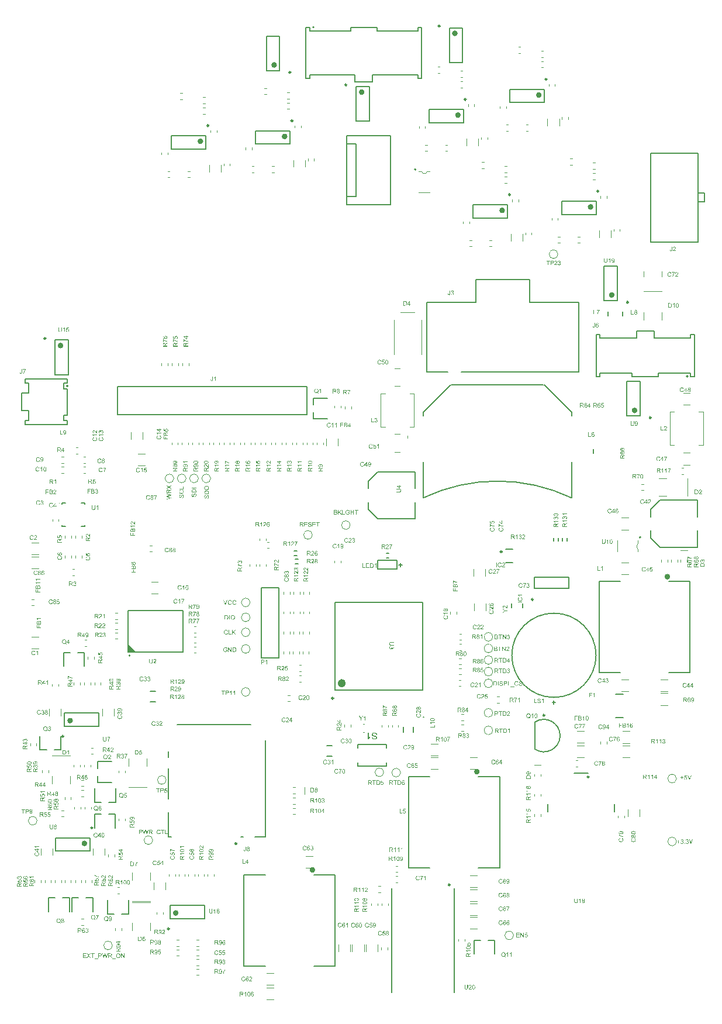
<source format=gto>
G04*
G04 #@! TF.GenerationSoftware,Altium Limited,Altium Designer,23.1.1 (15)*
G04*
G04 Layer_Color=65535*
%FSLAX44Y44*%
%MOMM*%
G71*
G04*
G04 #@! TF.SameCoordinates,942C716A-FCC5-4316-BD2A-8FEC41E514F9*
G04*
G04*
G04 #@! TF.FilePolarity,Positive*
G04*
G01*
G75*
%ADD10C,0.2500*%
%ADD11C,0.1500*%
%ADD12C,0.2000*%
%ADD13C,0.1016*%
%ADD14C,0.1000*%
%ADD15C,0.4000*%
%ADD16C,0.6000*%
%ADD17C,0.1270*%
G36*
X161000Y526001D02*
X171000Y516001D01*
X161000Y516001D01*
Y526001D01*
D02*
G37*
G36*
X699626Y645667D02*
X699710Y645657D01*
X699811Y645648D01*
X699913Y645639D01*
X700033Y645611D01*
X700283Y645556D01*
X700560Y645472D01*
X700699Y645417D01*
X700828Y645352D01*
X700958Y645269D01*
X701087Y645186D01*
X701096Y645177D01*
X701115Y645167D01*
X701152Y645140D01*
X701198Y645094D01*
X701245Y645047D01*
X701309Y644983D01*
X701374Y644909D01*
X701448Y644835D01*
X701522Y644742D01*
X701596Y644631D01*
X701679Y644520D01*
X701753Y644400D01*
X701818Y644261D01*
X701892Y644123D01*
X701947Y643975D01*
X702003Y643808D01*
X701171Y643614D01*
Y643623D01*
X701161Y643642D01*
X701143Y643679D01*
X701124Y643725D01*
X701106Y643781D01*
X701078Y643855D01*
X701004Y644003D01*
X700912Y644169D01*
X700801Y644335D01*
X700662Y644492D01*
X700514Y644631D01*
X700496Y644650D01*
X700440Y644687D01*
X700348Y644733D01*
X700228Y644798D01*
X700070Y644853D01*
X699895Y644909D01*
X699682Y644946D01*
X699451Y644955D01*
X699377D01*
X699331Y644946D01*
X699266D01*
X699192Y644936D01*
X699016Y644909D01*
X698822Y644872D01*
X698619Y644807D01*
X698406Y644714D01*
X698212Y644594D01*
X698203D01*
X698193Y644576D01*
X698129Y644529D01*
X698046Y644455D01*
X697944Y644345D01*
X697824Y644206D01*
X697713Y644049D01*
X697611Y643855D01*
X697518Y643642D01*
Y643633D01*
X697509Y643614D01*
X697500Y643586D01*
X697491Y643540D01*
X697472Y643485D01*
X697454Y643420D01*
X697426Y643263D01*
X697389Y643078D01*
X697352Y642875D01*
X697334Y642653D01*
X697324Y642412D01*
Y642403D01*
Y642375D01*
Y642329D01*
Y642273D01*
X697334Y642209D01*
Y642126D01*
X697343Y642033D01*
X697352Y641932D01*
X697380Y641710D01*
X697426Y641469D01*
X697482Y641229D01*
X697555Y640988D01*
Y640979D01*
X697565Y640961D01*
X697583Y640933D01*
X697602Y640887D01*
X697657Y640776D01*
X697740Y640646D01*
X697842Y640498D01*
X697971Y640341D01*
X698120Y640202D01*
X698295Y640073D01*
X698304D01*
X698323Y640064D01*
X698351Y640045D01*
X698388Y640027D01*
X698434Y640008D01*
X698489Y639981D01*
X698619Y639925D01*
X698785Y639870D01*
X698970Y639823D01*
X699174Y639786D01*
X699386Y639777D01*
X699451D01*
X699506Y639786D01*
X699571D01*
X699636Y639796D01*
X699802Y639833D01*
X699996Y639879D01*
X700191Y639953D01*
X700394Y640055D01*
X700496Y640110D01*
X700588Y640184D01*
X700597Y640193D01*
X700607Y640202D01*
X700634Y640230D01*
X700671Y640258D01*
X700708Y640304D01*
X700754Y640360D01*
X700810Y640415D01*
X700856Y640489D01*
X700912Y640572D01*
X700976Y640665D01*
X701032Y640757D01*
X701087Y640868D01*
X701133Y640988D01*
X701180Y641118D01*
X701226Y641256D01*
X701263Y641404D01*
X702114Y641192D01*
Y641183D01*
X702104Y641146D01*
X702086Y641090D01*
X702058Y641016D01*
X702030Y640933D01*
X701993Y640831D01*
X701947Y640720D01*
X701892Y640600D01*
X701762Y640341D01*
X701596Y640082D01*
X701494Y639953D01*
X701392Y639823D01*
X701282Y639712D01*
X701152Y639602D01*
X701143Y639592D01*
X701124Y639574D01*
X701078Y639555D01*
X701032Y639518D01*
X700958Y639472D01*
X700884Y639426D01*
X700782Y639380D01*
X700680Y639333D01*
X700560Y639278D01*
X700431Y639232D01*
X700292Y639185D01*
X700144Y639139D01*
X699987Y639102D01*
X699821Y639084D01*
X699645Y639065D01*
X699460Y639056D01*
X699358D01*
X699284Y639065D01*
X699201D01*
X699100Y639075D01*
X698988Y639093D01*
X698859Y639112D01*
X698591Y639158D01*
X698314Y639232D01*
X698036Y639333D01*
X697907Y639398D01*
X697777Y639472D01*
X697768Y639481D01*
X697750Y639491D01*
X697713Y639518D01*
X697676Y639555D01*
X697620Y639592D01*
X697555Y639648D01*
X697482Y639712D01*
X697408Y639786D01*
X697334Y639870D01*
X697250Y639953D01*
X697084Y640165D01*
X696927Y640415D01*
X696788Y640693D01*
Y640702D01*
X696770Y640730D01*
X696760Y640776D01*
X696733Y640831D01*
X696714Y640905D01*
X696686Y640998D01*
X696649Y641099D01*
X696622Y641210D01*
X696594Y641330D01*
X696557Y641469D01*
X696511Y641756D01*
X696474Y642079D01*
X696455Y642412D01*
Y642421D01*
Y642458D01*
Y642514D01*
X696464Y642579D01*
Y642671D01*
X696474Y642764D01*
X696483Y642884D01*
X696501Y643004D01*
X696548Y643272D01*
X696612Y643568D01*
X696705Y643864D01*
X696834Y644150D01*
X696844Y644160D01*
X696853Y644187D01*
X696871Y644224D01*
X696908Y644271D01*
X696945Y644335D01*
X696992Y644409D01*
X697112Y644576D01*
X697269Y644761D01*
X697454Y644946D01*
X697666Y645130D01*
X697916Y645288D01*
X697925Y645297D01*
X697953Y645306D01*
X697990Y645325D01*
X698036Y645352D01*
X698110Y645380D01*
X698184Y645408D01*
X698277Y645445D01*
X698378Y645482D01*
X698489Y645519D01*
X698609Y645556D01*
X698868Y645611D01*
X699164Y645657D01*
X699469Y645676D01*
X699562D01*
X699626Y645667D01*
D02*
G37*
G36*
X705109Y645583D02*
X705183Y645574D01*
X705276Y645565D01*
X705377Y645546D01*
X705479Y645528D01*
X705719Y645463D01*
X705960Y645371D01*
X706080Y645315D01*
X706200Y645251D01*
X706311Y645167D01*
X706413Y645075D01*
X706422Y645066D01*
X706441Y645057D01*
X706459Y645020D01*
X706496Y644983D01*
X706542Y644936D01*
X706588Y644872D01*
X706635Y644807D01*
X706690Y644724D01*
X706783Y644548D01*
X706875Y644326D01*
X706912Y644215D01*
X706930Y644086D01*
X706949Y643956D01*
X706958Y643818D01*
Y643799D01*
Y643753D01*
X706949Y643679D01*
X706940Y643577D01*
X706921Y643466D01*
X706884Y643337D01*
X706847Y643198D01*
X706792Y643059D01*
X706783Y643041D01*
X706764Y642995D01*
X706727Y642921D01*
X706672Y642819D01*
X706598Y642708D01*
X706505Y642569D01*
X706394Y642431D01*
X706265Y642273D01*
X706246Y642255D01*
X706200Y642200D01*
X706154Y642153D01*
X706108Y642107D01*
X706052Y642052D01*
X705978Y641978D01*
X705904Y641904D01*
X705812Y641821D01*
X705719Y641728D01*
X705608Y641626D01*
X705488Y641525D01*
X705359Y641404D01*
X705211Y641284D01*
X705063Y641155D01*
X705054Y641146D01*
X705035Y641127D01*
X704998Y641099D01*
X704952Y641062D01*
X704896Y641007D01*
X704832Y640951D01*
X704684Y640831D01*
X704527Y640693D01*
X704379Y640554D01*
X704249Y640434D01*
X704194Y640387D01*
X704148Y640341D01*
X704138Y640332D01*
X704111Y640304D01*
X704074Y640267D01*
X704027Y640212D01*
X703981Y640147D01*
X703926Y640082D01*
X703815Y639925D01*
X706967D01*
Y639167D01*
X702724D01*
Y639176D01*
Y639213D01*
Y639269D01*
X702733Y639343D01*
X702742Y639426D01*
X702761Y639518D01*
X702779Y639611D01*
X702816Y639712D01*
Y639722D01*
X702825Y639731D01*
X702844Y639786D01*
X702881Y639870D01*
X702936Y639981D01*
X703010Y640110D01*
X703103Y640258D01*
X703204Y640406D01*
X703334Y640563D01*
Y640572D01*
X703353Y640582D01*
X703399Y640637D01*
X703482Y640720D01*
X703602Y640841D01*
X703741Y640979D01*
X703916Y641146D01*
X704129Y641330D01*
X704360Y641525D01*
X704370Y641534D01*
X704407Y641562D01*
X704462Y641608D01*
X704527Y641663D01*
X704610Y641737D01*
X704712Y641821D01*
X704813Y641913D01*
X704933Y642015D01*
X705165Y642237D01*
X705396Y642458D01*
X705507Y642569D01*
X705608Y642680D01*
X705701Y642782D01*
X705775Y642884D01*
Y642893D01*
X705793Y642902D01*
X705812Y642930D01*
X705830Y642967D01*
X705895Y643069D01*
X705969Y643189D01*
X706034Y643337D01*
X706098Y643494D01*
X706135Y643670D01*
X706154Y643836D01*
Y643845D01*
Y643855D01*
X706145Y643910D01*
X706135Y644003D01*
X706108Y644104D01*
X706071Y644234D01*
X706006Y644363D01*
X705923Y644492D01*
X705812Y644622D01*
X705793Y644640D01*
X705747Y644677D01*
X705682Y644724D01*
X705581Y644788D01*
X705451Y644844D01*
X705303Y644899D01*
X705128Y644936D01*
X704933Y644946D01*
X704878D01*
X704841Y644936D01*
X704730Y644927D01*
X704601Y644899D01*
X704462Y644862D01*
X704305Y644798D01*
X704157Y644714D01*
X704018Y644603D01*
X704000Y644585D01*
X703963Y644539D01*
X703907Y644465D01*
X703852Y644354D01*
X703787Y644224D01*
X703732Y644058D01*
X703695Y643873D01*
X703676Y643660D01*
X702872Y643744D01*
Y643753D01*
X702881Y643781D01*
Y643827D01*
X702890Y643892D01*
X702909Y643966D01*
X702927Y644049D01*
X702955Y644150D01*
X702983Y644252D01*
X703057Y644474D01*
X703168Y644696D01*
X703232Y644807D01*
X703316Y644918D01*
X703399Y645020D01*
X703491Y645112D01*
X703500Y645121D01*
X703519Y645130D01*
X703547Y645158D01*
X703593Y645186D01*
X703648Y645223D01*
X703713Y645260D01*
X703787Y645306D01*
X703879Y645352D01*
X703981Y645399D01*
X704092Y645445D01*
X704212Y645482D01*
X704342Y645519D01*
X704480Y645546D01*
X704628Y645574D01*
X704786Y645583D01*
X704952Y645593D01*
X705044D01*
X705109Y645583D01*
D02*
G37*
G36*
X695207Y639167D02*
X694357D01*
Y645565D01*
X695207D01*
Y639167D01*
D02*
G37*
G36*
X331866Y230017D02*
Y230007D01*
Y229980D01*
Y229943D01*
Y229887D01*
X331857Y229813D01*
Y229739D01*
X331839Y229564D01*
X331820Y229360D01*
X331783Y229148D01*
X331728Y228953D01*
X331663Y228769D01*
Y228759D01*
X331654Y228750D01*
X331626Y228694D01*
X331580Y228621D01*
X331515Y228519D01*
X331423Y228417D01*
X331321Y228306D01*
X331191Y228195D01*
X331043Y228103D01*
X331025Y228094D01*
X330970Y228066D01*
X330886Y228029D01*
X330766Y227992D01*
X330618Y227946D01*
X330452Y227909D01*
X330267Y227881D01*
X330063Y227872D01*
X329980D01*
X329925Y227881D01*
X329851Y227890D01*
X329777Y227899D01*
X329583Y227936D01*
X329379Y227992D01*
X329167Y228075D01*
X329056Y228131D01*
X328954Y228195D01*
X328862Y228269D01*
X328769Y228353D01*
X328760Y228362D01*
X328750Y228371D01*
X328732Y228408D01*
X328704Y228445D01*
X328667Y228491D01*
X328630Y228556D01*
X328593Y228630D01*
X328547Y228713D01*
X328510Y228806D01*
X328473Y228916D01*
X328436Y229027D01*
X328399Y229157D01*
X328381Y229296D01*
X328353Y229453D01*
X328344Y229610D01*
Y229785D01*
X329111Y229897D01*
Y229887D01*
Y229869D01*
Y229832D01*
X329120Y229776D01*
X329130Y229721D01*
Y229656D01*
X329157Y229499D01*
X329185Y229333D01*
X329240Y229166D01*
X329296Y229018D01*
X329333Y228953D01*
X329379Y228898D01*
X329389Y228889D01*
X329426Y228861D01*
X329481Y228815D01*
X329555Y228769D01*
X329657Y228713D01*
X329767Y228676D01*
X329906Y228639D01*
X330054Y228630D01*
X330110D01*
X330165Y228639D01*
X330248Y228648D01*
X330331Y228667D01*
X330424Y228685D01*
X330516Y228722D01*
X330609Y228769D01*
X330618Y228778D01*
X330646Y228796D01*
X330683Y228833D01*
X330738Y228870D01*
X330785Y228935D01*
X330840Y229000D01*
X330886Y229074D01*
X330923Y229166D01*
Y229175D01*
X330942Y229212D01*
X330951Y229277D01*
X330970Y229360D01*
X330988Y229471D01*
X330997Y229610D01*
X331016Y229776D01*
Y229970D01*
Y234381D01*
X331866D01*
Y230017D01*
D02*
G37*
G36*
X335149Y234399D02*
X335222Y234390D01*
X335306Y234381D01*
X335398Y234371D01*
X335491Y234344D01*
X335713Y234288D01*
X335934Y234205D01*
X336045Y234149D01*
X336156Y234085D01*
X336258Y234002D01*
X336360Y233918D01*
X336369Y233909D01*
X336378Y233900D01*
X336406Y233872D01*
X336443Y233835D01*
X336480Y233780D01*
X336526Y233724D01*
X336618Y233585D01*
X336711Y233410D01*
X336794Y233206D01*
X336859Y232975D01*
X336868Y232855D01*
X336877Y232726D01*
Y232716D01*
Y232707D01*
Y232652D01*
X336868Y232568D01*
X336850Y232467D01*
X336822Y232337D01*
X336776Y232208D01*
X336720Y232078D01*
X336637Y231949D01*
X336628Y231931D01*
X336591Y231894D01*
X336535Y231838D01*
X336461Y231764D01*
X336360Y231681D01*
X336240Y231598D01*
X336101Y231514D01*
X335934Y231441D01*
X335944D01*
X335962Y231431D01*
X335990Y231422D01*
X336027Y231404D01*
X336138Y231357D01*
X336267Y231293D01*
X336406Y231200D01*
X336554Y231098D01*
X336693Y230969D01*
X336822Y230821D01*
Y230812D01*
X336831Y230802D01*
X336868Y230747D01*
X336924Y230655D01*
X336979Y230534D01*
X337035Y230387D01*
X337090Y230211D01*
X337127Y230017D01*
X337136Y229804D01*
Y229795D01*
Y229767D01*
Y229721D01*
X337127Y229665D01*
X337118Y229601D01*
X337108Y229517D01*
X337090Y229425D01*
X337062Y229323D01*
X336998Y229111D01*
X336951Y228990D01*
X336887Y228880D01*
X336822Y228759D01*
X336748Y228648D01*
X336656Y228537D01*
X336554Y228426D01*
X336545Y228417D01*
X336526Y228399D01*
X336498Y228371D01*
X336452Y228343D01*
X336387Y228297D01*
X336323Y228251D01*
X336240Y228204D01*
X336147Y228149D01*
X336045Y228094D01*
X335925Y228047D01*
X335796Y228001D01*
X335666Y227955D01*
X335518Y227927D01*
X335361Y227899D01*
X335204Y227881D01*
X335028Y227872D01*
X334936D01*
X334871Y227881D01*
X334788Y227890D01*
X334695Y227899D01*
X334594Y227918D01*
X334483Y227946D01*
X334233Y228010D01*
X334104Y228057D01*
X333983Y228103D01*
X333854Y228167D01*
X333725Y228242D01*
X333605Y228325D01*
X333493Y228426D01*
X333484Y228436D01*
X333466Y228454D01*
X333438Y228482D01*
X333401Y228528D01*
X333364Y228584D01*
X333309Y228648D01*
X333262Y228722D01*
X333207Y228815D01*
X333151Y228907D01*
X333105Y229018D01*
X333013Y229249D01*
X332976Y229388D01*
X332948Y229527D01*
X332929Y229675D01*
X332920Y229823D01*
Y229832D01*
Y229850D01*
Y229887D01*
X332929Y229924D01*
Y229980D01*
X332939Y230044D01*
X332957Y230192D01*
X332994Y230359D01*
X333050Y230525D01*
X333133Y230701D01*
X333235Y230867D01*
Y230877D01*
X333253Y230886D01*
X333290Y230932D01*
X333364Y231006D01*
X333466Y231098D01*
X333595Y231191D01*
X333752Y231293D01*
X333928Y231376D01*
X334141Y231441D01*
X334132D01*
X334122Y231450D01*
X334095Y231459D01*
X334058Y231478D01*
X333974Y231514D01*
X333863Y231570D01*
X333743Y231644D01*
X333623Y231736D01*
X333512Y231838D01*
X333410Y231949D01*
X333401Y231968D01*
X333373Y232005D01*
X333336Y232078D01*
X333299Y232171D01*
X333253Y232291D01*
X333216Y232430D01*
X333188Y232587D01*
X333179Y232753D01*
Y232763D01*
Y232781D01*
Y232818D01*
X333188Y232873D01*
X333198Y232929D01*
X333207Y233003D01*
X333244Y233160D01*
X333299Y233345D01*
X333392Y233539D01*
X333447Y233641D01*
X333512Y233743D01*
X333595Y233835D01*
X333678Y233927D01*
X333688Y233937D01*
X333706Y233946D01*
X333734Y233974D01*
X333771Y234002D01*
X333817Y234039D01*
X333882Y234076D01*
X333956Y234122D01*
X334030Y234168D01*
X334122Y234214D01*
X334224Y234260D01*
X334335Y234297D01*
X334455Y234334D01*
X334714Y234390D01*
X334862Y234399D01*
X335010Y234408D01*
X335093D01*
X335149Y234399D01*
D02*
G37*
G36*
X566501Y827295D02*
X568239D01*
Y826564D01*
X566501D01*
Y824826D01*
X565761D01*
Y826564D01*
X564023D01*
Y827295D01*
X565761D01*
Y829052D01*
X566501D01*
Y827295D01*
D02*
G37*
G36*
X819251D02*
X820989D01*
Y826564D01*
X819251D01*
Y824826D01*
X818512D01*
Y826564D01*
X816773D01*
Y827295D01*
X818512D01*
Y829052D01*
X819251D01*
Y827295D01*
D02*
G37*
G36*
X756496Y448817D02*
X756560D01*
X756736Y448798D01*
X756930Y448770D01*
X757134Y448724D01*
X757356Y448669D01*
X757559Y448595D01*
X757568D01*
X757587Y448586D01*
X757614Y448567D01*
X757651Y448549D01*
X757744Y448502D01*
X757864Y448419D01*
X758003Y448327D01*
X758141Y448206D01*
X758271Y448068D01*
X758391Y447911D01*
Y447901D01*
X758400Y447892D01*
X758419Y447864D01*
X758437Y447837D01*
X758484Y447744D01*
X758539Y447624D01*
X758604Y447476D01*
X758650Y447300D01*
X758696Y447116D01*
X758715Y446912D01*
X757901Y446847D01*
Y446857D01*
Y446875D01*
X757892Y446903D01*
X757883Y446949D01*
X757855Y447051D01*
X757818Y447189D01*
X757762Y447337D01*
X757679Y447485D01*
X757578Y447624D01*
X757448Y447753D01*
X757430Y447763D01*
X757383Y447800D01*
X757291Y447855D01*
X757171Y447911D01*
X757013Y447966D01*
X756829Y448022D01*
X756597Y448059D01*
X756339Y448068D01*
X756209D01*
X756154Y448059D01*
X756080Y448049D01*
X755913Y448031D01*
X755728Y447994D01*
X755543Y447948D01*
X755368Y447874D01*
X755294Y447827D01*
X755220Y447781D01*
X755201Y447772D01*
X755164Y447735D01*
X755109Y447670D01*
X755053Y447596D01*
X754989Y447495D01*
X754933Y447384D01*
X754896Y447254D01*
X754878Y447106D01*
Y447088D01*
Y447051D01*
X754887Y446986D01*
X754905Y446912D01*
X754933Y446820D01*
X754979Y446727D01*
X755035Y446635D01*
X755118Y446542D01*
X755127Y446533D01*
X755174Y446505D01*
X755211Y446478D01*
X755248Y446459D01*
X755303Y446431D01*
X755368Y446394D01*
X755451Y446367D01*
X755543Y446330D01*
X755645Y446293D01*
X755765Y446246D01*
X755895Y446209D01*
X756043Y446163D01*
X756209Y446126D01*
X756394Y446080D01*
X756403D01*
X756440Y446071D01*
X756496Y446062D01*
X756560Y446043D01*
X756644Y446025D01*
X756745Y445997D01*
X756847Y445969D01*
X756958Y445941D01*
X757198Y445877D01*
X757430Y445812D01*
X757541Y445775D01*
X757642Y445738D01*
X757735Y445710D01*
X757809Y445673D01*
X757818D01*
X757836Y445664D01*
X757864Y445645D01*
X757901Y445627D01*
X758003Y445572D01*
X758123Y445498D01*
X758262Y445396D01*
X758400Y445285D01*
X758530Y445155D01*
X758641Y445017D01*
X758650Y444998D01*
X758687Y444952D01*
X758724Y444869D01*
X758779Y444758D01*
X758826Y444628D01*
X758872Y444471D01*
X758900Y444296D01*
X758909Y444111D01*
Y444101D01*
Y444092D01*
Y444064D01*
Y444027D01*
X758890Y443926D01*
X758872Y443796D01*
X758835Y443648D01*
X758789Y443491D01*
X758715Y443325D01*
X758613Y443149D01*
Y443140D01*
X758604Y443131D01*
X758558Y443075D01*
X758493Y442992D01*
X758400Y442900D01*
X758280Y442789D01*
X758132Y442668D01*
X757966Y442557D01*
X757772Y442456D01*
X757762D01*
X757744Y442447D01*
X757716Y442437D01*
X757679Y442419D01*
X757624Y442400D01*
X757559Y442373D01*
X757411Y442336D01*
X757235Y442289D01*
X757023Y442243D01*
X756792Y442215D01*
X756542Y442206D01*
X756394D01*
X756320Y442215D01*
X756237D01*
X756144Y442225D01*
X756033Y442234D01*
X755802Y442271D01*
X755562Y442308D01*
X755322Y442373D01*
X755090Y442456D01*
X755081D01*
X755063Y442465D01*
X755035Y442483D01*
X754998Y442502D01*
X754887Y442557D01*
X754758Y442641D01*
X754610Y442752D01*
X754452Y442881D01*
X754305Y443038D01*
X754166Y443214D01*
Y443223D01*
X754147Y443242D01*
X754138Y443269D01*
X754110Y443306D01*
X754092Y443353D01*
X754064Y443408D01*
X753999Y443547D01*
X753935Y443722D01*
X753879Y443917D01*
X753842Y444138D01*
X753824Y444370D01*
X754619Y444444D01*
Y444434D01*
Y444425D01*
X754628Y444397D01*
Y444360D01*
X754647Y444277D01*
X754674Y444157D01*
X754711Y444037D01*
X754748Y443898D01*
X754813Y443769D01*
X754878Y443648D01*
X754887Y443639D01*
X754915Y443602D01*
X754961Y443537D01*
X755035Y443473D01*
X755127Y443390D01*
X755229Y443306D01*
X755368Y443223D01*
X755516Y443149D01*
X755525D01*
X755534Y443140D01*
X755562Y443131D01*
X755590Y443121D01*
X755682Y443094D01*
X755802Y443057D01*
X755950Y443020D01*
X756117Y442992D01*
X756302Y442974D01*
X756505Y442964D01*
X756588D01*
X756681Y442974D01*
X756792Y442983D01*
X756921Y443001D01*
X757069Y443020D01*
X757217Y443057D01*
X757356Y443103D01*
X757374Y443112D01*
X757420Y443131D01*
X757485Y443168D01*
X757568Y443205D01*
X757651Y443269D01*
X757744Y443334D01*
X757836Y443408D01*
X757910Y443501D01*
X757919Y443510D01*
X757938Y443547D01*
X757966Y443593D01*
X758003Y443667D01*
X758040Y443741D01*
X758067Y443833D01*
X758086Y443935D01*
X758095Y444046D01*
Y444055D01*
Y444101D01*
X758086Y444157D01*
X758077Y444231D01*
X758049Y444305D01*
X758021Y444397D01*
X757975Y444490D01*
X757910Y444573D01*
X757901Y444582D01*
X757873Y444610D01*
X757836Y444647D01*
X757772Y444702D01*
X757698Y444758D01*
X757596Y444823D01*
X757476Y444887D01*
X757337Y444943D01*
X757328Y444952D01*
X757282Y444961D01*
X757208Y444989D01*
X757161Y444998D01*
X757097Y445017D01*
X757032Y445045D01*
X756949Y445063D01*
X756856Y445091D01*
X756745Y445118D01*
X756634Y445146D01*
X756505Y445183D01*
X756357Y445220D01*
X756200Y445257D01*
X756191D01*
X756163Y445266D01*
X756117Y445276D01*
X756061Y445294D01*
X755987Y445313D01*
X755904Y445331D01*
X755719Y445387D01*
X755516Y445451D01*
X755303Y445516D01*
X755118Y445581D01*
X755035Y445618D01*
X754961Y445655D01*
X754952D01*
X754942Y445664D01*
X754887Y445701D01*
X754804Y445747D01*
X754711Y445821D01*
X754600Y445904D01*
X754489Y446006D01*
X754379Y446126D01*
X754286Y446256D01*
X754277Y446274D01*
X754249Y446320D01*
X754212Y446394D01*
X754175Y446487D01*
X754138Y446607D01*
X754101Y446746D01*
X754073Y446894D01*
X754064Y447051D01*
Y447060D01*
Y447069D01*
Y447097D01*
Y447134D01*
X754083Y447226D01*
X754101Y447347D01*
X754129Y447485D01*
X754175Y447643D01*
X754240Y447800D01*
X754332Y447957D01*
Y447966D01*
X754342Y447975D01*
X754388Y448031D01*
X754452Y448105D01*
X754536Y448197D01*
X754647Y448299D01*
X754785Y448410D01*
X754952Y448512D01*
X755137Y448604D01*
X755146D01*
X755164Y448613D01*
X755192Y448623D01*
X755229Y448641D01*
X755275Y448660D01*
X755340Y448678D01*
X755479Y448715D01*
X755654Y448752D01*
X755858Y448789D01*
X756070Y448817D01*
X756311Y448826D01*
X756431D01*
X756496Y448817D01*
D02*
G37*
G36*
X762709Y442317D02*
X761923D01*
Y447319D01*
X761914Y447310D01*
X761867Y447273D01*
X761812Y447217D01*
X761720Y447152D01*
X761618Y447069D01*
X761488Y446977D01*
X761340Y446875D01*
X761174Y446773D01*
X761165D01*
X761155Y446764D01*
X761100Y446727D01*
X761008Y446681D01*
X760897Y446626D01*
X760767Y446561D01*
X760629Y446496D01*
X760490Y446431D01*
X760351Y446376D01*
Y447134D01*
X760360D01*
X760379Y447152D01*
X760416Y447162D01*
X760462Y447189D01*
X760518Y447217D01*
X760582Y447254D01*
X760739Y447347D01*
X760924Y447448D01*
X761109Y447578D01*
X761303Y447726D01*
X761498Y447883D01*
X761507Y447892D01*
X761516Y447901D01*
X761544Y447929D01*
X761581Y447957D01*
X761664Y448049D01*
X761775Y448160D01*
X761886Y448290D01*
X762006Y448438D01*
X762108Y448586D01*
X762200Y448743D01*
X762709D01*
Y442317D01*
D02*
G37*
G36*
X749950Y443075D02*
X753103D01*
Y442317D01*
X749099D01*
Y448715D01*
X749950D01*
Y443075D01*
D02*
G37*
G36*
X728133Y443573D02*
X727347D01*
Y448575D01*
X727337Y448566D01*
X727291Y448529D01*
X727236Y448473D01*
X727143Y448409D01*
X727042Y448325D01*
X726912Y448233D01*
X726764Y448131D01*
X726598Y448030D01*
X726589D01*
X726579Y448020D01*
X726524Y447983D01*
X726432Y447937D01*
X726320Y447882D01*
X726191Y447817D01*
X726052Y447752D01*
X725914Y447687D01*
X725775Y447632D01*
Y448390D01*
X725784D01*
X725803Y448409D01*
X725840Y448418D01*
X725886Y448446D01*
X725941Y448473D01*
X726006Y448510D01*
X726163Y448603D01*
X726348Y448704D01*
X726533Y448834D01*
X726727Y448982D01*
X726921Y449139D01*
X726931Y449148D01*
X726940Y449157D01*
X726968Y449185D01*
X727005Y449213D01*
X727088Y449305D01*
X727199Y449416D01*
X727310Y449546D01*
X727430Y449694D01*
X727532Y449842D01*
X727624Y449999D01*
X728133D01*
Y443573D01*
D02*
G37*
G36*
X724397Y449268D02*
X724388Y449259D01*
X724370Y449241D01*
X724333Y449204D01*
X724296Y449148D01*
X724240Y449084D01*
X724166Y449010D01*
X724092Y448917D01*
X724009Y448806D01*
X723926Y448695D01*
X723824Y448566D01*
X723723Y448418D01*
X723621Y448270D01*
X723510Y448103D01*
X723399Y447928D01*
X723288Y447734D01*
X723177Y447539D01*
X723168Y447530D01*
X723149Y447493D01*
X723121Y447438D01*
X723075Y447355D01*
X723029Y447253D01*
X722974Y447142D01*
X722909Y447012D01*
X722844Y446865D01*
X722770Y446698D01*
X722687Y446532D01*
X722613Y446347D01*
X722539Y446153D01*
X722391Y445755D01*
X722253Y445330D01*
Y445321D01*
X722243Y445293D01*
X722234Y445247D01*
X722215Y445191D01*
X722197Y445117D01*
X722178Y445025D01*
X722151Y444923D01*
X722132Y444812D01*
X722104Y444683D01*
X722077Y444544D01*
X722031Y444248D01*
X721984Y443924D01*
X721957Y443573D01*
X721152D01*
Y443582D01*
Y443610D01*
Y443647D01*
X721161Y443703D01*
Y443777D01*
X721171Y443869D01*
X721180Y443971D01*
X721189Y444082D01*
X721208Y444211D01*
X721226Y444341D01*
X721254Y444498D01*
X721282Y444655D01*
X721309Y444821D01*
X721346Y445006D01*
X721439Y445385D01*
Y445395D01*
X721448Y445432D01*
X721467Y445487D01*
X721494Y445570D01*
X721522Y445663D01*
X721559Y445774D01*
X721596Y445903D01*
X721652Y446042D01*
X721707Y446199D01*
X721762Y446356D01*
X721901Y446707D01*
X722067Y447077D01*
X722253Y447447D01*
X722262Y447456D01*
X722280Y447493D01*
X722308Y447539D01*
X722345Y447613D01*
X722391Y447697D01*
X722456Y447798D01*
X722521Y447909D01*
X722595Y448030D01*
X722770Y448298D01*
X722955Y448575D01*
X723168Y448862D01*
X723390Y449130D01*
X720255D01*
Y449888D01*
X724397D01*
Y449268D01*
D02*
G37*
G36*
X717121Y449962D02*
X717204D01*
X717399Y449953D01*
X717602Y449925D01*
X717824Y449897D01*
X718027Y449851D01*
X718129Y449823D01*
X718212Y449795D01*
X718221D01*
X718231Y449786D01*
X718286Y449758D01*
X718369Y449721D01*
X718471Y449657D01*
X718582Y449574D01*
X718702Y449463D01*
X718813Y449333D01*
X718924Y449185D01*
Y449176D01*
X718933Y449167D01*
X718970Y449111D01*
X719007Y449019D01*
X719063Y448899D01*
X719109Y448760D01*
X719155Y448593D01*
X719183Y448418D01*
X719192Y448224D01*
Y448214D01*
Y448196D01*
Y448159D01*
X719183Y448113D01*
Y448048D01*
X719174Y447983D01*
X719137Y447826D01*
X719081Y447641D01*
X719007Y447447D01*
X718896Y447253D01*
X718822Y447160D01*
X718748Y447068D01*
X718739Y447059D01*
X718730Y447049D01*
X718702Y447022D01*
X718665Y446994D01*
X718619Y446957D01*
X718564Y446920D01*
X718490Y446874D01*
X718416Y446818D01*
X718323Y446772D01*
X718221Y446726D01*
X718110Y446670D01*
X717990Y446624D01*
X717851Y446587D01*
X717713Y446541D01*
X717556Y446513D01*
X717389Y446485D01*
X717408Y446476D01*
X717445Y446458D01*
X717500Y446421D01*
X717574Y446384D01*
X717741Y446282D01*
X717824Y446217D01*
X717898Y446162D01*
X717916Y446143D01*
X717962Y446097D01*
X718036Y446023D01*
X718129Y445931D01*
X718231Y445801D01*
X718351Y445663D01*
X718471Y445496D01*
X718600Y445311D01*
X719701Y443573D01*
X718647D01*
X717805Y444905D01*
Y444914D01*
X717787Y444932D01*
X717768Y444960D01*
X717741Y444997D01*
X717676Y445099D01*
X717593Y445228D01*
X717491Y445367D01*
X717389Y445515D01*
X717288Y445653D01*
X717195Y445783D01*
X717186Y445792D01*
X717158Y445829D01*
X717112Y445885D01*
X717047Y445949D01*
X716908Y446088D01*
X716834Y446153D01*
X716761Y446208D01*
X716751Y446217D01*
X716733Y446227D01*
X716696Y446245D01*
X716640Y446273D01*
X716585Y446301D01*
X716520Y446328D01*
X716372Y446375D01*
X716363D01*
X716345Y446384D01*
X716308D01*
X716261Y446393D01*
X716197Y446402D01*
X716123D01*
X716021Y446412D01*
X714930D01*
Y443573D01*
X714079D01*
Y449971D01*
X717047D01*
X717121Y449962D01*
D02*
G37*
G36*
X747847Y420667D02*
X747061D01*
Y425669D01*
X747052Y425660D01*
X747006Y425623D01*
X746950Y425567D01*
X746858Y425503D01*
X746756Y425419D01*
X746627Y425327D01*
X746479Y425225D01*
X746312Y425124D01*
X746303D01*
X746294Y425114D01*
X746238Y425077D01*
X746146Y425031D01*
X746035Y424976D01*
X745906Y424911D01*
X745767Y424846D01*
X745628Y424781D01*
X745490Y424726D01*
Y425484D01*
X745499D01*
X745517Y425503D01*
X745554Y425512D01*
X745600Y425540D01*
X745656Y425567D01*
X745721Y425604D01*
X745878Y425697D01*
X746063Y425798D01*
X746248Y425928D01*
X746442Y426076D01*
X746636Y426233D01*
X746645Y426242D01*
X746654Y426251D01*
X746682Y426279D01*
X746719Y426307D01*
X746802Y426399D01*
X746913Y426510D01*
X747024Y426640D01*
X747144Y426788D01*
X747246Y426936D01*
X747339Y427093D01*
X747847D01*
Y420667D01*
D02*
G37*
G36*
X752137Y427084D02*
X752257Y427065D01*
X752396Y427037D01*
X752544Y427000D01*
X752701Y426954D01*
X752849Y426880D01*
X752858D01*
X752868Y426871D01*
X752914Y426843D01*
X752988Y426797D01*
X753080Y426732D01*
X753182Y426640D01*
X753293Y426538D01*
X753394Y426418D01*
X753496Y426279D01*
X753505Y426261D01*
X753542Y426214D01*
X753579Y426131D01*
X753644Y426011D01*
X753700Y425872D01*
X753773Y425715D01*
X753838Y425530D01*
X753894Y425327D01*
Y425318D01*
X753903Y425299D01*
X753912Y425271D01*
X753922Y425225D01*
X753931Y425170D01*
X753940Y425105D01*
X753959Y425022D01*
X753968Y424929D01*
X753986Y424828D01*
X753995Y424717D01*
X754005Y424587D01*
X754023Y424458D01*
X754032Y424310D01*
Y424162D01*
X754042Y423996D01*
Y423820D01*
Y423811D01*
Y423774D01*
Y423709D01*
Y423635D01*
X754032Y423533D01*
Y423422D01*
X754023Y423302D01*
X754014Y423173D01*
X753986Y422877D01*
X753940Y422572D01*
X753885Y422276D01*
X753848Y422137D01*
X753801Y421998D01*
Y421989D01*
X753792Y421971D01*
X753773Y421934D01*
X753755Y421888D01*
X753737Y421823D01*
X753700Y421758D01*
X753626Y421601D01*
X753533Y421435D01*
X753413Y421250D01*
X753274Y421083D01*
X753108Y420926D01*
X753099D01*
X753089Y420908D01*
X753062Y420889D01*
X753025Y420871D01*
X752978Y420843D01*
X752932Y420806D01*
X752794Y420741D01*
X752627Y420676D01*
X752433Y420612D01*
X752202Y420575D01*
X751952Y420556D01*
X751860D01*
X751795Y420565D01*
X751721Y420575D01*
X751629Y420593D01*
X751527Y420612D01*
X751416Y420639D01*
X751305Y420676D01*
X751185Y420713D01*
X751065Y420769D01*
X750944Y420834D01*
X750824Y420908D01*
X750704Y421000D01*
X750593Y421102D01*
X750491Y421213D01*
X750482Y421222D01*
X750464Y421250D01*
X750436Y421296D01*
X750390Y421370D01*
X750343Y421453D01*
X750297Y421564D01*
X750232Y421693D01*
X750177Y421841D01*
X750122Y422008D01*
X750066Y422202D01*
X750011Y422415D01*
X749964Y422655D01*
X749918Y422914D01*
X749890Y423191D01*
X749872Y423496D01*
X749863Y423820D01*
Y423829D01*
Y423866D01*
Y423931D01*
Y424005D01*
X749872Y424106D01*
Y424217D01*
X749881Y424338D01*
X749890Y424476D01*
X749918Y424763D01*
X749964Y425068D01*
X750020Y425373D01*
X750057Y425512D01*
X750094Y425651D01*
Y425660D01*
X750103Y425678D01*
X750122Y425715D01*
X750140Y425761D01*
X750158Y425826D01*
X750195Y425891D01*
X750269Y426048D01*
X750362Y426214D01*
X750482Y426390D01*
X750621Y426566D01*
X750787Y426714D01*
X750797D01*
X750806Y426732D01*
X750833Y426751D01*
X750870Y426769D01*
X750917Y426806D01*
X750972Y426834D01*
X751111Y426908D01*
X751277Y426973D01*
X751471Y427037D01*
X751702Y427074D01*
X751952Y427093D01*
X752035D01*
X752137Y427084D01*
D02*
G37*
G36*
X741163Y427167D02*
X741246D01*
X741329Y427158D01*
X741440Y427139D01*
X741551Y427121D01*
X741791Y427074D01*
X742069Y427000D01*
X742337Y426889D01*
X742475Y426825D01*
X742614Y426751D01*
X742623Y426741D01*
X742642Y426732D01*
X742679Y426705D01*
X742734Y426677D01*
X742790Y426631D01*
X742864Y426575D01*
X743021Y426446D01*
X743187Y426279D01*
X743372Y426076D01*
X743548Y425835D01*
X743696Y425567D01*
Y425558D01*
X743714Y425530D01*
X743733Y425493D01*
X743751Y425438D01*
X743788Y425364D01*
X743816Y425281D01*
X743853Y425179D01*
X743890Y425068D01*
X743918Y424948D01*
X743955Y424818D01*
X743992Y424680D01*
X744019Y424532D01*
X744056Y424208D01*
X744075Y423866D01*
Y423857D01*
Y423829D01*
Y423792D01*
Y423737D01*
X744066Y423663D01*
Y423579D01*
X744056Y423487D01*
X744047Y423395D01*
X744019Y423173D01*
X743973Y422932D01*
X743918Y422683D01*
X743835Y422442D01*
Y422433D01*
X743825Y422415D01*
X743807Y422378D01*
X743788Y422341D01*
X743761Y422285D01*
X743733Y422220D01*
X743659Y422072D01*
X743557Y421897D01*
X743428Y421712D01*
X743280Y421527D01*
X743113Y421342D01*
X743123D01*
X743141Y421324D01*
X743169Y421305D01*
X743215Y421277D01*
X743261Y421240D01*
X743326Y421203D01*
X743465Y421120D01*
X743631Y421018D01*
X743816Y420917D01*
X744010Y420834D01*
X744195Y420750D01*
X743945Y420168D01*
X743936D01*
X743918Y420177D01*
X743881Y420196D01*
X743825Y420214D01*
X743761Y420242D01*
X743687Y420279D01*
X743603Y420316D01*
X743511Y420362D01*
X743307Y420473D01*
X743076Y420602D01*
X742827Y420769D01*
X742568Y420954D01*
X742559D01*
X742540Y420935D01*
X742494Y420917D01*
X742448Y420889D01*
X742374Y420861D01*
X742300Y420824D01*
X742207Y420797D01*
X742106Y420760D01*
X741995Y420723D01*
X741874Y420686D01*
X741606Y420621D01*
X741311Y420575D01*
X741153Y420565D01*
X740996Y420556D01*
X740913D01*
X740848Y420565D01*
X740774D01*
X740682Y420575D01*
X740580Y420593D01*
X740469Y420612D01*
X740229Y420658D01*
X739961Y420732D01*
X739683Y420834D01*
X739554Y420898D01*
X739415Y420972D01*
X739406Y420981D01*
X739387Y420991D01*
X739350Y421018D01*
X739304Y421046D01*
X739240Y421092D01*
X739175Y421148D01*
X739018Y421277D01*
X738842Y421444D01*
X738666Y421647D01*
X738491Y421878D01*
X738333Y422146D01*
Y422156D01*
X738315Y422183D01*
X738296Y422220D01*
X738278Y422276D01*
X738250Y422350D01*
X738213Y422433D01*
X738176Y422535D01*
X738148Y422646D01*
X738111Y422766D01*
X738074Y422895D01*
X738047Y423034D01*
X738010Y423191D01*
X737973Y423515D01*
X737954Y423857D01*
Y423866D01*
Y423903D01*
Y423949D01*
X737964Y424014D01*
Y424097D01*
X737973Y424199D01*
X737982Y424310D01*
X738001Y424430D01*
X738047Y424698D01*
X738111Y424985D01*
X738204Y425290D01*
X738333Y425586D01*
X738343Y425595D01*
X738352Y425623D01*
X738370Y425660D01*
X738407Y425715D01*
X738444Y425780D01*
X738491Y425854D01*
X738620Y426030D01*
X738768Y426214D01*
X738962Y426409D01*
X739175Y426603D01*
X739424Y426769D01*
X739434Y426778D01*
X739461Y426788D01*
X739498Y426806D01*
X739554Y426834D01*
X739619Y426862D01*
X739693Y426899D01*
X739785Y426936D01*
X739887Y426973D01*
X740007Y427010D01*
X740127Y427047D01*
X740395Y427111D01*
X740691Y427158D01*
X740848Y427176D01*
X741098D01*
X741163Y427167D01*
D02*
G37*
G36*
X710253Y579282D02*
X710244D01*
X710207D01*
X710152D01*
X710078Y579292D01*
X709994Y579301D01*
X709902Y579319D01*
X709809Y579338D01*
X709708Y579375D01*
X709699D01*
X709689Y579384D01*
X709634Y579403D01*
X709551Y579440D01*
X709440Y579495D01*
X709310Y579569D01*
X709162Y579662D01*
X709014Y579763D01*
X708857Y579893D01*
X708848D01*
X708839Y579911D01*
X708783Y579958D01*
X708700Y580041D01*
X708580Y580161D01*
X708441Y580300D01*
X708275Y580475D01*
X708090Y580688D01*
X707896Y580919D01*
X707886Y580928D01*
X707859Y580965D01*
X707812Y581021D01*
X707757Y581085D01*
X707683Y581169D01*
X707600Y581270D01*
X707507Y581372D01*
X707406Y581492D01*
X707184Y581723D01*
X706962Y581954D01*
X706851Y582066D01*
X706740Y582167D01*
X706638Y582260D01*
X706537Y582334D01*
X706527D01*
X706518Y582352D01*
X706490Y582371D01*
X706453Y582389D01*
X706352Y582454D01*
X706232Y582528D01*
X706084Y582593D01*
X705926Y582657D01*
X705751Y582694D01*
X705584Y582713D01*
X705575D01*
X705566D01*
X705510Y582703D01*
X705418Y582694D01*
X705316Y582666D01*
X705187Y582629D01*
X705057Y582565D01*
X704928Y582481D01*
X704798Y582371D01*
X704780Y582352D01*
X704743Y582306D01*
X704697Y582241D01*
X704632Y582139D01*
X704576Y582010D01*
X704521Y581862D01*
X704484Y581686D01*
X704475Y581492D01*
Y581437D01*
X704484Y581400D01*
X704493Y581289D01*
X704521Y581159D01*
X704558Y581021D01*
X704623Y580863D01*
X704706Y580716D01*
X704817Y580577D01*
X704835Y580558D01*
X704882Y580521D01*
X704956Y580466D01*
X705067Y580410D01*
X705196Y580346D01*
X705362Y580290D01*
X705547Y580253D01*
X705760Y580235D01*
X705677Y579431D01*
X705667D01*
X705640Y579440D01*
X705593D01*
X705529Y579449D01*
X705455Y579467D01*
X705372Y579486D01*
X705270Y579514D01*
X705168Y579541D01*
X704946Y579615D01*
X704724Y579726D01*
X704613Y579791D01*
X704503Y579874D01*
X704401Y579958D01*
X704308Y580050D01*
X704299Y580059D01*
X704290Y580078D01*
X704262Y580105D01*
X704234Y580152D01*
X704197Y580207D01*
X704161Y580272D01*
X704114Y580346D01*
X704068Y580438D01*
X704022Y580540D01*
X703976Y580651D01*
X703939Y580771D01*
X703902Y580900D01*
X703874Y581039D01*
X703846Y581187D01*
X703837Y581344D01*
X703828Y581511D01*
Y581603D01*
X703837Y581668D01*
X703846Y581742D01*
X703855Y581834D01*
X703874Y581936D01*
X703892Y582038D01*
X703957Y582278D01*
X704050Y582519D01*
X704105Y582639D01*
X704170Y582759D01*
X704253Y582870D01*
X704345Y582971D01*
X704355Y582981D01*
X704364Y582999D01*
X704401Y583018D01*
X704438Y583055D01*
X704484Y583101D01*
X704549Y583147D01*
X704613Y583193D01*
X704697Y583249D01*
X704872Y583341D01*
X705094Y583434D01*
X705205Y583471D01*
X705335Y583489D01*
X705464Y583508D01*
X705603Y583517D01*
X705621D01*
X705667D01*
X705742Y583508D01*
X705843Y583498D01*
X705954Y583480D01*
X706084Y583443D01*
X706222Y583406D01*
X706361Y583351D01*
X706379Y583341D01*
X706426Y583323D01*
X706500Y583286D01*
X706601Y583230D01*
X706712Y583156D01*
X706851Y583064D01*
X706990Y582953D01*
X707147Y582824D01*
X707165Y582805D01*
X707221Y582759D01*
X707267Y582713D01*
X707313Y582666D01*
X707369Y582611D01*
X707443Y582537D01*
X707517Y582463D01*
X707600Y582371D01*
X707692Y582278D01*
X707794Y582167D01*
X707896Y582047D01*
X708016Y581917D01*
X708136Y581770D01*
X708266Y581622D01*
X708275Y581612D01*
X708293Y581594D01*
X708321Y581557D01*
X708358Y581511D01*
X708413Y581455D01*
X708469Y581390D01*
X708589Y581243D01*
X708728Y581085D01*
X708867Y580938D01*
X708987Y580808D01*
X709033Y580753D01*
X709079Y580706D01*
X709088Y580697D01*
X709116Y580669D01*
X709153Y580632D01*
X709209Y580586D01*
X709273Y580540D01*
X709338Y580485D01*
X709495Y580373D01*
Y583526D01*
X710253D01*
Y579282D01*
D02*
G37*
G36*
X707544Y576398D02*
X710253D01*
Y575547D01*
X707544D01*
X703855Y573079D01*
Y574105D01*
X705797Y575362D01*
X705806D01*
X705825Y575381D01*
X705852Y575399D01*
X705889Y575418D01*
X705936Y575455D01*
X705991Y575492D01*
X706130Y575575D01*
X706296Y575677D01*
X706481Y575788D01*
X706675Y575908D01*
X706879Y576019D01*
X706869D01*
X706851Y576028D01*
X706823Y576047D01*
X706786Y576074D01*
X706740Y576102D01*
X706684Y576139D01*
X706546Y576222D01*
X706379Y576324D01*
X706185Y576444D01*
X705973Y576583D01*
X705742Y576731D01*
X703855Y577960D01*
Y578950D01*
X707544Y576398D01*
D02*
G37*
G36*
X554696Y756905D02*
X556231D01*
Y756119D01*
X554696D01*
Y753336D01*
X553975D01*
X549833Y756267D01*
Y756905D01*
X553975D01*
Y757774D01*
X554696D01*
Y756905D01*
D02*
G37*
G36*
X553772Y752504D02*
X553864D01*
X553975Y752495D01*
X554086Y752486D01*
X554336Y752458D01*
X554594Y752421D01*
X554844Y752365D01*
X554964Y752328D01*
X555075Y752291D01*
X555084D01*
X555103Y752282D01*
X555131Y752264D01*
X555168Y752245D01*
X555269Y752190D01*
X555399Y752106D01*
X555547Y751995D01*
X555695Y751866D01*
X555852Y751700D01*
X555991Y751496D01*
Y751487D01*
X556009Y751469D01*
X556018Y751441D01*
X556046Y751395D01*
X556074Y751339D01*
X556101Y751265D01*
X556129Y751191D01*
X556166Y751099D01*
X556203Y750997D01*
X556231Y750886D01*
X556259Y750766D01*
X556286Y750627D01*
X556305Y750489D01*
X556323Y750341D01*
X556342Y750008D01*
Y749924D01*
X556333Y749860D01*
Y749786D01*
X556323Y749693D01*
X556314Y749592D01*
X556305Y749490D01*
X556268Y749259D01*
X556213Y749009D01*
X556138Y748769D01*
X556037Y748538D01*
Y748528D01*
X556018Y748510D01*
X556000Y748482D01*
X555981Y748445D01*
X555907Y748344D01*
X555806Y748223D01*
X555676Y748085D01*
X555528Y747955D01*
X555343Y747826D01*
X555140Y747724D01*
X555131D01*
X555112Y747715D01*
X555075Y747706D01*
X555029Y747687D01*
X554973Y747669D01*
X554900Y747650D01*
X554816Y747622D01*
X554715Y747604D01*
X554604Y747585D01*
X554483Y747558D01*
X554354Y747539D01*
X554215Y747521D01*
X554058Y747502D01*
X553892Y747493D01*
X553716Y747484D01*
X553531D01*
X549833D01*
Y748334D01*
X553531D01*
X553540D01*
X553568D01*
X553614D01*
X553670D01*
X553735Y748344D01*
X553818D01*
X553993Y748353D01*
X554197Y748371D01*
X554400Y748399D01*
X554594Y748436D01*
X554678Y748455D01*
X554761Y748482D01*
X554779Y748491D01*
X554826Y748510D01*
X554890Y748556D01*
X554983Y748612D01*
X555075Y748676D01*
X555177Y748769D01*
X555279Y748880D01*
X555362Y749009D01*
X555371Y749028D01*
X555399Y749074D01*
X555427Y749157D01*
X555464Y749268D01*
X555510Y749398D01*
X555537Y749564D01*
X555565Y749740D01*
X555574Y749934D01*
Y750026D01*
X555565Y750082D01*
Y750165D01*
X555556Y750248D01*
X555519Y750452D01*
X555473Y750673D01*
X555399Y750886D01*
X555297Y751089D01*
X555232Y751182D01*
X555159Y751265D01*
X555149Y751274D01*
X555140Y751284D01*
X555112Y751302D01*
X555075Y751330D01*
X555020Y751358D01*
X554964Y751395D01*
X554881Y751432D01*
X554798Y751469D01*
X554696Y751506D01*
X554576Y751533D01*
X554437Y751570D01*
X554289Y751598D01*
X554123Y751626D01*
X553947Y751644D01*
X553744Y751663D01*
X553531D01*
X549833D01*
Y752513D01*
X553531D01*
X553540D01*
X553577D01*
X553624D01*
X553688D01*
X553772Y752504D01*
D02*
G37*
G36*
X732054Y598495D02*
X727053D01*
X727062Y598485D01*
X727099Y598439D01*
X727154Y598384D01*
X727219Y598291D01*
X727302Y598190D01*
X727395Y598060D01*
X727496Y597912D01*
X727598Y597746D01*
Y597737D01*
X727607Y597727D01*
X727644Y597672D01*
X727691Y597579D01*
X727746Y597468D01*
X727811Y597339D01*
X727875Y597200D01*
X727940Y597062D01*
X727996Y596923D01*
X727237D01*
Y596932D01*
X727219Y596951D01*
X727210Y596988D01*
X727182Y597034D01*
X727154Y597089D01*
X727117Y597154D01*
X727025Y597311D01*
X726923Y597496D01*
X726794Y597681D01*
X726646Y597875D01*
X726489Y598069D01*
X726479Y598079D01*
X726470Y598088D01*
X726442Y598116D01*
X726415Y598153D01*
X726322Y598236D01*
X726211Y598347D01*
X726082Y598458D01*
X725934Y598578D01*
X725786Y598680D01*
X725629Y598772D01*
Y599281D01*
X732054D01*
Y598495D01*
D02*
G37*
G36*
X730076Y595592D02*
X730131Y595573D01*
X730205Y595545D01*
X730288Y595518D01*
X730390Y595481D01*
X730501Y595434D01*
X730621Y595379D01*
X730880Y595249D01*
X731139Y595083D01*
X731268Y594981D01*
X731398Y594880D01*
X731509Y594769D01*
X731620Y594639D01*
X731629Y594630D01*
X731648Y594612D01*
X731666Y594565D01*
X731703Y594519D01*
X731749Y594445D01*
X731796Y594371D01*
X731842Y594269D01*
X731888Y594168D01*
X731944Y594048D01*
X731990Y593918D01*
X732036Y593779D01*
X732082Y593632D01*
X732119Y593474D01*
X732138Y593308D01*
X732156Y593132D01*
X732165Y592947D01*
Y592846D01*
X732156Y592772D01*
Y592688D01*
X732147Y592587D01*
X732128Y592476D01*
X732110Y592346D01*
X732064Y592078D01*
X731990Y591801D01*
X731888Y591524D01*
X731823Y591394D01*
X731749Y591265D01*
X731740Y591255D01*
X731731Y591237D01*
X731703Y591200D01*
X731666Y591163D01*
X731629Y591107D01*
X731574Y591043D01*
X731509Y590969D01*
X731435Y590895D01*
X731352Y590821D01*
X731268Y590738D01*
X731056Y590571D01*
X730806Y590414D01*
X730529Y590275D01*
X730520D01*
X730492Y590257D01*
X730446Y590248D01*
X730390Y590220D01*
X730316Y590201D01*
X730224Y590174D01*
X730122Y590137D01*
X730011Y590109D01*
X729891Y590081D01*
X729752Y590044D01*
X729466Y589998D01*
X729142Y589961D01*
X728809Y589943D01*
X728800D01*
X728763D01*
X728708D01*
X728643Y589952D01*
X728550D01*
X728458Y589961D01*
X728338Y589970D01*
X728217Y589989D01*
X727949Y590035D01*
X727654Y590100D01*
X727358Y590192D01*
X727071Y590322D01*
X727062Y590331D01*
X727034Y590340D01*
X726997Y590359D01*
X726951Y590396D01*
X726886Y590433D01*
X726812Y590479D01*
X726646Y590599D01*
X726461Y590756D01*
X726276Y590941D01*
X726091Y591154D01*
X725934Y591403D01*
X725925Y591413D01*
X725915Y591440D01*
X725897Y591477D01*
X725869Y591524D01*
X725841Y591597D01*
X725814Y591671D01*
X725777Y591764D01*
X725740Y591866D01*
X725703Y591977D01*
X725666Y592097D01*
X725610Y592356D01*
X725564Y592651D01*
X725546Y592957D01*
Y593049D01*
X725555Y593114D01*
X725564Y593197D01*
X725573Y593299D01*
X725583Y593400D01*
X725610Y593521D01*
X725666Y593770D01*
X725749Y594048D01*
X725804Y594186D01*
X725869Y594316D01*
X725952Y594445D01*
X726036Y594575D01*
X726045Y594584D01*
X726054Y594602D01*
X726082Y594639D01*
X726128Y594686D01*
X726174Y594732D01*
X726239Y594796D01*
X726313Y594861D01*
X726387Y594935D01*
X726479Y595009D01*
X726590Y595083D01*
X726701Y595166D01*
X726821Y595240D01*
X726960Y595305D01*
X727099Y595379D01*
X727247Y595434D01*
X727413Y595490D01*
X727607Y594658D01*
X727598D01*
X727579Y594649D01*
X727543Y594630D01*
X727496Y594612D01*
X727441Y594593D01*
X727367Y594565D01*
X727219Y594491D01*
X727053Y594399D01*
X726886Y594288D01*
X726729Y594149D01*
X726590Y594001D01*
X726572Y593983D01*
X726535Y593927D01*
X726489Y593835D01*
X726424Y593715D01*
X726368Y593558D01*
X726313Y593382D01*
X726276Y593169D01*
X726267Y592938D01*
Y592864D01*
X726276Y592818D01*
Y592753D01*
X726285Y592679D01*
X726313Y592504D01*
X726350Y592309D01*
X726415Y592106D01*
X726507Y591893D01*
X726627Y591699D01*
Y591690D01*
X726646Y591681D01*
X726692Y591616D01*
X726766Y591533D01*
X726877Y591431D01*
X727016Y591311D01*
X727173Y591200D01*
X727367Y591098D01*
X727579Y591006D01*
X727589D01*
X727607Y590997D01*
X727635Y590987D01*
X727681Y590978D01*
X727737Y590960D01*
X727801Y590941D01*
X727959Y590913D01*
X728143Y590876D01*
X728347Y590839D01*
X728569Y590821D01*
X728809Y590812D01*
X728819D01*
X728846D01*
X728892D01*
X728948D01*
X729013Y590821D01*
X729096D01*
X729188Y590830D01*
X729290Y590839D01*
X729512Y590867D01*
X729752Y590913D01*
X729993Y590969D01*
X730233Y591043D01*
X730242D01*
X730261Y591052D01*
X730288Y591070D01*
X730335Y591089D01*
X730446Y591144D01*
X730575Y591228D01*
X730723Y591329D01*
X730880Y591459D01*
X731019Y591607D01*
X731148Y591782D01*
Y591792D01*
X731158Y591810D01*
X731176Y591838D01*
X731195Y591875D01*
X731213Y591921D01*
X731241Y591977D01*
X731296Y592106D01*
X731352Y592272D01*
X731398Y592457D01*
X731435Y592661D01*
X731444Y592873D01*
Y592938D01*
X731435Y592994D01*
Y593058D01*
X731426Y593123D01*
X731389Y593289D01*
X731342Y593484D01*
X731268Y593678D01*
X731167Y593881D01*
X731111Y593983D01*
X731037Y594075D01*
X731028Y594085D01*
X731019Y594094D01*
X730991Y594122D01*
X730963Y594159D01*
X730917Y594195D01*
X730862Y594242D01*
X730806Y594297D01*
X730732Y594343D01*
X730649Y594399D01*
X730557Y594464D01*
X730464Y594519D01*
X730353Y594575D01*
X730233Y594621D01*
X730104Y594667D01*
X729965Y594713D01*
X729817Y594750D01*
X730030Y595601D01*
X730039D01*
X730076Y595592D01*
D02*
G37*
G36*
X732054Y587844D02*
X725657D01*
Y588694D01*
X732054D01*
Y587844D01*
D02*
G37*
G36*
X104664Y76681D02*
X107058Y73325D01*
X106013D01*
X104396Y75599D01*
X104386Y75609D01*
X104368Y75637D01*
X104349Y75673D01*
X104312Y75720D01*
X104229Y75849D01*
X104137Y75988D01*
X104127Y75979D01*
X104100Y75942D01*
X104063Y75886D01*
X104017Y75812D01*
X103915Y75664D01*
X103869Y75599D01*
X103832Y75544D01*
X102214Y73325D01*
X101196D01*
X103665Y76635D01*
X101483Y79723D01*
X102491D01*
X103656Y78077D01*
Y78068D01*
X103674Y78059D01*
X103693Y78031D01*
X103721Y77994D01*
X103776Y77902D01*
X103859Y77791D01*
X103942Y77661D01*
X104026Y77532D01*
X104100Y77412D01*
X104164Y77301D01*
X104174Y77319D01*
X104201Y77356D01*
X104248Y77430D01*
X104312Y77523D01*
X104386Y77624D01*
X104479Y77754D01*
X104571Y77883D01*
X104682Y78022D01*
X105958Y79723D01*
X106883D01*
X104664Y76681D01*
D02*
G37*
G36*
X156069Y73325D02*
X155191D01*
X151844Y78345D01*
Y73325D01*
X151030D01*
Y79723D01*
X151899D01*
X155256Y74693D01*
Y79723D01*
X156069D01*
Y73325D01*
D02*
G37*
G36*
X130107D02*
X129275D01*
X127935Y78198D01*
Y78207D01*
X127926Y78225D01*
X127916Y78253D01*
X127907Y78299D01*
X127879Y78401D01*
X127852Y78521D01*
X127815Y78651D01*
X127778Y78771D01*
X127750Y78872D01*
X127741Y78919D01*
X127731Y78946D01*
Y78937D01*
X127722Y78928D01*
X127713Y78872D01*
X127694Y78789D01*
X127667Y78688D01*
X127639Y78577D01*
X127602Y78447D01*
X127574Y78318D01*
X127537Y78198D01*
X126187Y73325D01*
X125300D01*
X123626Y79723D01*
X124505D01*
X125457Y75526D01*
Y75516D01*
X125466Y75498D01*
X125476Y75461D01*
X125485Y75415D01*
X125494Y75350D01*
X125513Y75285D01*
X125531Y75202D01*
X125549Y75110D01*
X125596Y74915D01*
X125642Y74693D01*
X125688Y74453D01*
X125734Y74213D01*
Y74222D01*
X125744Y74259D01*
X125762Y74305D01*
X125771Y74379D01*
X125790Y74453D01*
X125818Y74545D01*
X125864Y74749D01*
X125919Y74952D01*
X125938Y75054D01*
X125965Y75146D01*
X125984Y75230D01*
X126003Y75304D01*
X126021Y75359D01*
X126030Y75396D01*
X127241Y79723D01*
X128268D01*
X129174Y76478D01*
Y76469D01*
X129192Y76422D01*
X129211Y76358D01*
X129229Y76274D01*
X129257Y76164D01*
X129294Y76043D01*
X129331Y75905D01*
X129368Y75747D01*
X129414Y75572D01*
X129451Y75396D01*
X129534Y75017D01*
X129618Y74619D01*
X129682Y74213D01*
Y74222D01*
X129691Y74240D01*
Y74277D01*
X129710Y74324D01*
X129719Y74379D01*
X129738Y74444D01*
X129747Y74527D01*
X129775Y74619D01*
X129821Y74823D01*
X129876Y75063D01*
X129932Y75322D01*
X130006Y75609D01*
X131004Y79723D01*
X131864D01*
X130107Y73325D01*
D02*
G37*
G36*
X135710Y79714D02*
X135794D01*
X135988Y79705D01*
X136191Y79677D01*
X136413Y79649D01*
X136616Y79603D01*
X136718Y79575D01*
X136801Y79547D01*
X136811D01*
X136820Y79538D01*
X136875Y79510D01*
X136959Y79474D01*
X137060Y79409D01*
X137171Y79325D01*
X137291Y79215D01*
X137402Y79085D01*
X137513Y78937D01*
Y78928D01*
X137522Y78919D01*
X137559Y78863D01*
X137597Y78771D01*
X137652Y78651D01*
X137698Y78512D01*
X137744Y78345D01*
X137772Y78170D01*
X137781Y77976D01*
Y77966D01*
Y77948D01*
Y77911D01*
X137772Y77865D01*
Y77800D01*
X137763Y77735D01*
X137726Y77578D01*
X137670Y77393D01*
X137597Y77199D01*
X137486Y77005D01*
X137412Y76912D01*
X137338Y76820D01*
X137328Y76811D01*
X137319Y76802D01*
X137291Y76774D01*
X137254Y76746D01*
X137208Y76709D01*
X137153Y76672D01*
X137079Y76626D01*
X137005Y76570D01*
X136912Y76524D01*
X136811Y76478D01*
X136700Y76422D01*
X136580Y76376D01*
X136441Y76339D01*
X136302Y76293D01*
X136145Y76265D01*
X135978Y76238D01*
X135997Y76228D01*
X136034Y76210D01*
X136089Y76173D01*
X136163Y76136D01*
X136330Y76034D01*
X136413Y75969D01*
X136487Y75914D01*
X136505Y75895D01*
X136552Y75849D01*
X136626Y75775D01*
X136718Y75683D01*
X136820Y75553D01*
X136940Y75415D01*
X137060Y75248D01*
X137190Y75063D01*
X138290Y73325D01*
X137236D01*
X136395Y74657D01*
Y74666D01*
X136376Y74684D01*
X136358Y74712D01*
X136330Y74749D01*
X136265Y74851D01*
X136182Y74980D01*
X136080Y75119D01*
X135978Y75267D01*
X135877Y75405D01*
X135784Y75535D01*
X135775Y75544D01*
X135747Y75581D01*
X135701Y75637D01*
X135636Y75701D01*
X135498Y75840D01*
X135424Y75905D01*
X135350Y75960D01*
X135340Y75969D01*
X135322Y75979D01*
X135285Y75997D01*
X135230Y76025D01*
X135174Y76053D01*
X135109Y76080D01*
X134962Y76126D01*
X134952D01*
X134934Y76136D01*
X134897D01*
X134851Y76145D01*
X134786Y76154D01*
X134712D01*
X134610Y76164D01*
X133519D01*
Y73325D01*
X132669D01*
Y79723D01*
X135636D01*
X135710Y79714D01*
D02*
G37*
G36*
X121019D02*
X121176Y79705D01*
X121343Y79695D01*
X121500Y79677D01*
X121639Y79658D01*
X121657D01*
X121722Y79640D01*
X121805Y79621D01*
X121916Y79594D01*
X122036Y79547D01*
X122166Y79492D01*
X122304Y79427D01*
X122424Y79353D01*
X122443Y79344D01*
X122480Y79316D01*
X122535Y79261D01*
X122609Y79196D01*
X122693Y79113D01*
X122776Y79002D01*
X122868Y78882D01*
X122942Y78743D01*
X122951Y78725D01*
X122970Y78678D01*
X123007Y78595D01*
X123044Y78484D01*
X123072Y78355D01*
X123109Y78207D01*
X123127Y78040D01*
X123136Y77865D01*
Y77856D01*
Y77828D01*
Y77791D01*
X123127Y77726D01*
X123118Y77661D01*
X123109Y77578D01*
X123090Y77486D01*
X123072Y77384D01*
X123007Y77171D01*
X122970Y77060D01*
X122914Y76940D01*
X122850Y76820D01*
X122785Y76709D01*
X122702Y76598D01*
X122609Y76487D01*
X122600Y76478D01*
X122582Y76459D01*
X122554Y76432D01*
X122508Y76404D01*
X122452Y76358D01*
X122378Y76311D01*
X122286Y76256D01*
X122184Y76210D01*
X122064Y76154D01*
X121925Y76099D01*
X121777Y76053D01*
X121602Y76016D01*
X121417Y75979D01*
X121213Y75951D01*
X120982Y75932D01*
X120742Y75923D01*
X119105D01*
Y73325D01*
X118255D01*
Y79723D01*
X120880D01*
X121019Y79714D01*
D02*
G37*
G36*
X112402Y78965D02*
X110294D01*
Y73325D01*
X109444D01*
Y78965D01*
X107336D01*
Y79723D01*
X112402D01*
Y78965D01*
D02*
G37*
G36*
X100531D02*
X96749D01*
Y77014D01*
X100290D01*
Y76256D01*
X96749D01*
Y74083D01*
X100679D01*
Y73325D01*
X95899D01*
Y79723D01*
X100531D01*
Y78965D01*
D02*
G37*
G36*
X147036Y79825D02*
X147119D01*
X147203Y79816D01*
X147314Y79797D01*
X147424Y79779D01*
X147665Y79732D01*
X147942Y79658D01*
X148210Y79547D01*
X148349Y79483D01*
X148488Y79409D01*
X148497Y79399D01*
X148516Y79390D01*
X148553Y79363D01*
X148608Y79335D01*
X148664Y79289D01*
X148737Y79233D01*
X148895Y79104D01*
X149061Y78937D01*
X149246Y78734D01*
X149422Y78493D01*
X149570Y78225D01*
Y78216D01*
X149588Y78188D01*
X149607Y78151D01*
X149625Y78096D01*
X149662Y78022D01*
X149690Y77939D01*
X149727Y77837D01*
X149764Y77726D01*
X149791Y77606D01*
X149828Y77476D01*
X149865Y77329D01*
X149893Y77181D01*
X149930Y76857D01*
X149949Y76506D01*
Y76496D01*
Y76459D01*
Y76413D01*
X149939Y76339D01*
Y76256D01*
X149930Y76154D01*
X149912Y76043D01*
X149902Y75923D01*
X149856Y75655D01*
X149782Y75359D01*
X149681Y75063D01*
X149625Y74915D01*
X149551Y74767D01*
Y74758D01*
X149532Y74731D01*
X149514Y74693D01*
X149477Y74638D01*
X149440Y74573D01*
X149394Y74509D01*
X149264Y74333D01*
X149107Y74148D01*
X148922Y73954D01*
X148700Y73769D01*
X148442Y73602D01*
X148432D01*
X148414Y73584D01*
X148368Y73566D01*
X148312Y73538D01*
X148247Y73510D01*
X148173Y73482D01*
X148081Y73445D01*
X147979Y73408D01*
X147868Y73371D01*
X147748Y73334D01*
X147480Y73279D01*
X147193Y73233D01*
X146888Y73214D01*
X146796D01*
X146740Y73223D01*
X146657D01*
X146565Y73242D01*
X146463Y73251D01*
X146343Y73270D01*
X146093Y73325D01*
X145825Y73399D01*
X145548Y73510D01*
X145409Y73575D01*
X145270Y73649D01*
X145261Y73658D01*
X145243Y73667D01*
X145206Y73695D01*
X145150Y73732D01*
X145095Y73769D01*
X145030Y73824D01*
X144873Y73963D01*
X144697Y74130D01*
X144512Y74333D01*
X144346Y74564D01*
X144189Y74832D01*
Y74841D01*
X144170Y74869D01*
X144152Y74906D01*
X144133Y74962D01*
X144105Y75036D01*
X144078Y75119D01*
X144041Y75211D01*
X144013Y75313D01*
X143976Y75433D01*
X143939Y75553D01*
X143883Y75831D01*
X143847Y76117D01*
X143828Y76432D01*
Y76441D01*
Y76450D01*
Y76506D01*
X143837Y76589D01*
Y76700D01*
X143856Y76829D01*
X143874Y76986D01*
X143902Y77162D01*
X143939Y77347D01*
X143976Y77541D01*
X144031Y77744D01*
X144105Y77948D01*
X144189Y78161D01*
X144281Y78364D01*
X144401Y78567D01*
X144531Y78752D01*
X144679Y78928D01*
X144688Y78937D01*
X144716Y78965D01*
X144771Y79011D01*
X144836Y79067D01*
X144919Y79141D01*
X145021Y79215D01*
X145141Y79298D01*
X145280Y79381D01*
X145428Y79464D01*
X145594Y79547D01*
X145779Y79621D01*
X145973Y79695D01*
X146186Y79751D01*
X146407Y79797D01*
X146639Y79825D01*
X146888Y79834D01*
X146972D01*
X147036Y79825D01*
D02*
G37*
G36*
X143486Y71550D02*
X138281D01*
Y72114D01*
X143486D01*
Y71550D01*
D02*
G37*
G36*
X117654D02*
X112448D01*
Y72114D01*
X117654D01*
Y71550D01*
D02*
G37*
G36*
X223417Y756823D02*
X221143Y755205D01*
X221133Y755196D01*
X221106Y755177D01*
X221069Y755159D01*
X221022Y755122D01*
X220893Y755039D01*
X220754Y754946D01*
X220763Y754937D01*
X220800Y754909D01*
X220856Y754872D01*
X220930Y754826D01*
X221078Y754724D01*
X221143Y754678D01*
X221198Y754641D01*
X223417Y753023D01*
Y752006D01*
X220107Y754475D01*
X217019Y752293D01*
Y753300D01*
X218665Y754465D01*
X218674D01*
X218683Y754484D01*
X218711Y754502D01*
X218748Y754530D01*
X218840Y754586D01*
X218951Y754669D01*
X219081Y754752D01*
X219210Y754835D01*
X219330Y754909D01*
X219441Y754974D01*
X219423Y754983D01*
X219386Y755011D01*
X219312Y755057D01*
X219219Y755122D01*
X219118Y755196D01*
X218988Y755288D01*
X218859Y755381D01*
X218720Y755492D01*
X217019Y756768D01*
Y757692D01*
X220061Y755473D01*
X223417Y757868D01*
Y756823D01*
D02*
G37*
G36*
Y750786D02*
X222086Y749944D01*
X222076D01*
X222058Y749926D01*
X222030Y749907D01*
X221993Y749880D01*
X221891Y749815D01*
X221762Y749732D01*
X221623Y749630D01*
X221475Y749528D01*
X221337Y749427D01*
X221207Y749334D01*
X221198Y749325D01*
X221161Y749297D01*
X221106Y749251D01*
X221041Y749186D01*
X220902Y749047D01*
X220837Y748974D01*
X220782Y748900D01*
X220773Y748890D01*
X220763Y748872D01*
X220745Y748835D01*
X220717Y748779D01*
X220690Y748724D01*
X220662Y748659D01*
X220616Y748511D01*
Y748502D01*
X220606Y748484D01*
Y748447D01*
X220597Y748400D01*
X220588Y748336D01*
Y748262D01*
X220579Y748160D01*
Y747069D01*
X223417D01*
Y746218D01*
X217019D01*
Y749186D01*
X217028Y749260D01*
Y749343D01*
X217038Y749538D01*
X217065Y749741D01*
X217093Y749963D01*
X217139Y750166D01*
X217167Y750268D01*
X217195Y750351D01*
Y750360D01*
X217204Y750370D01*
X217232Y750425D01*
X217269Y750508D01*
X217333Y750610D01*
X217417Y750721D01*
X217528Y750841D01*
X217657Y750952D01*
X217805Y751063D01*
X217814D01*
X217823Y751072D01*
X217879Y751109D01*
X217971Y751146D01*
X218092Y751202D01*
X218230Y751248D01*
X218397Y751294D01*
X218572Y751322D01*
X218766Y751331D01*
X218776D01*
X218794D01*
X218831D01*
X218877Y751322D01*
X218942D01*
X219007Y751313D01*
X219164Y751276D01*
X219349Y751220D01*
X219543Y751146D01*
X219737Y751035D01*
X219830Y750961D01*
X219922Y750887D01*
X219931Y750878D01*
X219941Y750869D01*
X219968Y750841D01*
X219996Y750804D01*
X220033Y750758D01*
X220070Y750703D01*
X220116Y750629D01*
X220172Y750555D01*
X220218Y750462D01*
X220264Y750360D01*
X220320Y750249D01*
X220366Y750129D01*
X220403Y749991D01*
X220449Y749852D01*
X220477Y749695D01*
X220505Y749528D01*
X220514Y749547D01*
X220532Y749584D01*
X220569Y749639D01*
X220606Y749713D01*
X220708Y749880D01*
X220773Y749963D01*
X220828Y750037D01*
X220847Y750055D01*
X220893Y750101D01*
X220967Y750175D01*
X221059Y750268D01*
X221189Y750370D01*
X221327Y750490D01*
X221494Y750610D01*
X221679Y750740D01*
X223417Y751840D01*
Y750786D01*
D02*
G37*
G36*
Y743657D02*
Y742825D01*
X218545Y741485D01*
X218535D01*
X218517Y741475D01*
X218489Y741466D01*
X218443Y741457D01*
X218341Y741429D01*
X218221Y741401D01*
X218092Y741364D01*
X217971Y741327D01*
X217870Y741300D01*
X217823Y741291D01*
X217796Y741281D01*
X217805D01*
X217814Y741272D01*
X217870Y741263D01*
X217953Y741244D01*
X218055Y741217D01*
X218165Y741189D01*
X218295Y741152D01*
X218424Y741124D01*
X218545Y741087D01*
X223417Y739737D01*
Y738850D01*
X217019Y737176D01*
Y738055D01*
X221217Y739007D01*
X221226D01*
X221244Y739016D01*
X221281Y739025D01*
X221327Y739035D01*
X221392Y739044D01*
X221457Y739062D01*
X221540Y739081D01*
X221633Y739099D01*
X221827Y739146D01*
X222049Y739192D01*
X222289Y739238D01*
X222529Y739284D01*
X222520D01*
X222483Y739293D01*
X222437Y739312D01*
X222363Y739321D01*
X222289Y739340D01*
X222197Y739367D01*
X221993Y739414D01*
X221790Y739469D01*
X221688Y739488D01*
X221596Y739515D01*
X221512Y739534D01*
X221438Y739552D01*
X221383Y739571D01*
X221346Y739580D01*
X217019Y740791D01*
Y741817D01*
X220264Y742723D01*
X220273D01*
X220320Y742742D01*
X220384Y742760D01*
X220468Y742779D01*
X220579Y742807D01*
X220699Y742844D01*
X220837Y742881D01*
X220995Y742918D01*
X221170Y742964D01*
X221346Y743001D01*
X221725Y743084D01*
X222123Y743167D01*
X222529Y743232D01*
X222520D01*
X222502Y743241D01*
X222465D01*
X222418Y743260D01*
X222363Y743269D01*
X222298Y743288D01*
X222215Y743297D01*
X222123Y743325D01*
X221919Y743371D01*
X221679Y743426D01*
X221420Y743482D01*
X221133Y743556D01*
X217019Y744554D01*
Y745414D01*
X223417Y743657D01*
D02*
G37*
G36*
X241694Y751854D02*
X235296D01*
Y752704D01*
X240936D01*
Y755857D01*
X241694D01*
Y751854D01*
D02*
G37*
G36*
X239716Y750836D02*
X239771Y750818D01*
X239845Y750790D01*
X239928Y750763D01*
X240030Y750726D01*
X240141Y750679D01*
X240261Y750624D01*
X240520Y750495D01*
X240779Y750328D01*
X240908Y750226D01*
X241038Y750125D01*
X241149Y750014D01*
X241260Y749884D01*
X241269Y749875D01*
X241287Y749856D01*
X241306Y749810D01*
X241343Y749764D01*
X241389Y749690D01*
X241435Y749616D01*
X241482Y749514D01*
X241528Y749413D01*
X241583Y749293D01*
X241630Y749163D01*
X241676Y749024D01*
X241722Y748876D01*
X241759Y748719D01*
X241777Y748553D01*
X241796Y748377D01*
X241805Y748192D01*
Y748091D01*
X241796Y748017D01*
Y747933D01*
X241787Y747832D01*
X241768Y747721D01*
X241750Y747591D01*
X241703Y747323D01*
X241630Y747046D01*
X241528Y746768D01*
X241463Y746639D01*
X241389Y746510D01*
X241380Y746500D01*
X241371Y746482D01*
X241343Y746445D01*
X241306Y746408D01*
X241269Y746352D01*
X241213Y746288D01*
X241149Y746214D01*
X241075Y746140D01*
X240992Y746066D01*
X240908Y745983D01*
X240696Y745816D01*
X240446Y745659D01*
X240169Y745520D01*
X240159D01*
X240132Y745502D01*
X240086Y745493D01*
X240030Y745465D01*
X239956Y745446D01*
X239864Y745419D01*
X239762Y745382D01*
X239651Y745354D01*
X239531Y745326D01*
X239392Y745289D01*
X239105Y745243D01*
X238782Y745206D01*
X238449Y745188D01*
X238440D01*
X238403D01*
X238347D01*
X238283Y745197D01*
X238190D01*
X238098Y745206D01*
X237978Y745215D01*
X237857Y745234D01*
X237589Y745280D01*
X237293Y745345D01*
X236998Y745437D01*
X236711Y745567D01*
X236702Y745576D01*
X236674Y745585D01*
X236637Y745603D01*
X236591Y745640D01*
X236526Y745677D01*
X236452Y745724D01*
X236286Y745844D01*
X236101Y746001D01*
X235916Y746186D01*
X235731Y746399D01*
X235574Y746648D01*
X235564Y746657D01*
X235555Y746685D01*
X235537Y746722D01*
X235509Y746768D01*
X235481Y746842D01*
X235453Y746916D01*
X235417Y747009D01*
X235380Y747111D01*
X235343Y747222D01*
X235306Y747342D01*
X235250Y747601D01*
X235204Y747896D01*
X235185Y748202D01*
Y748294D01*
X235195Y748359D01*
X235204Y748442D01*
X235213Y748544D01*
X235222Y748645D01*
X235250Y748765D01*
X235306Y749015D01*
X235389Y749293D01*
X235444Y749431D01*
X235509Y749561D01*
X235592Y749690D01*
X235675Y749819D01*
X235685Y749829D01*
X235694Y749847D01*
X235722Y749884D01*
X235768Y749930D01*
X235814Y749977D01*
X235879Y750041D01*
X235953Y750106D01*
X236027Y750180D01*
X236119Y750254D01*
X236230Y750328D01*
X236341Y750411D01*
X236461Y750485D01*
X236600Y750550D01*
X236739Y750624D01*
X236887Y750679D01*
X237053Y750735D01*
X237247Y749903D01*
X237238D01*
X237219Y749893D01*
X237182Y749875D01*
X237136Y749856D01*
X237081Y749838D01*
X237007Y749810D01*
X236859Y749736D01*
X236692Y749644D01*
X236526Y749533D01*
X236369Y749394D01*
X236230Y749246D01*
X236212Y749228D01*
X236175Y749172D01*
X236128Y749080D01*
X236064Y748960D01*
X236008Y748802D01*
X235953Y748627D01*
X235916Y748414D01*
X235907Y748183D01*
Y748109D01*
X235916Y748063D01*
Y747998D01*
X235925Y747924D01*
X235953Y747748D01*
X235990Y747554D01*
X236054Y747351D01*
X236147Y747138D01*
X236267Y746944D01*
Y746935D01*
X236286Y746926D01*
X236332Y746861D01*
X236406Y746778D01*
X236517Y746676D01*
X236655Y746556D01*
X236813Y746445D01*
X237007Y746343D01*
X237219Y746251D01*
X237229D01*
X237247Y746242D01*
X237275Y746232D01*
X237321Y746223D01*
X237377Y746205D01*
X237441Y746186D01*
X237598Y746158D01*
X237783Y746121D01*
X237987Y746084D01*
X238209Y746066D01*
X238449Y746057D01*
X238458D01*
X238486D01*
X238532D01*
X238588D01*
X238652Y746066D01*
X238736D01*
X238828Y746075D01*
X238930Y746084D01*
X239152Y746112D01*
X239392Y746158D01*
X239632Y746214D01*
X239873Y746288D01*
X239882D01*
X239901Y746297D01*
X239928Y746315D01*
X239975Y746334D01*
X240086Y746389D01*
X240215Y746473D01*
X240363Y746574D01*
X240520Y746704D01*
X240659Y746852D01*
X240788Y747027D01*
Y747037D01*
X240797Y747055D01*
X240816Y747083D01*
X240834Y747120D01*
X240853Y747166D01*
X240881Y747222D01*
X240936Y747351D01*
X240992Y747517D01*
X241038Y747702D01*
X241075Y747906D01*
X241084Y748118D01*
Y748183D01*
X241075Y748239D01*
Y748303D01*
X241066Y748368D01*
X241029Y748534D01*
X240982Y748729D01*
X240908Y748923D01*
X240807Y749126D01*
X240751Y749228D01*
X240677Y749320D01*
X240668Y749330D01*
X240659Y749339D01*
X240631Y749367D01*
X240603Y749404D01*
X240557Y749441D01*
X240502Y749487D01*
X240446Y749542D01*
X240372Y749588D01*
X240289Y749644D01*
X240196Y749709D01*
X240104Y749764D01*
X239993Y749819D01*
X239873Y749866D01*
X239743Y749912D01*
X239605Y749958D01*
X239457Y749995D01*
X239669Y750846D01*
X239679D01*
X239716Y750836D01*
D02*
G37*
G36*
X240086Y744254D02*
X240215Y744235D01*
X240363Y744198D01*
X240520Y744152D01*
X240686Y744078D01*
X240862Y743976D01*
X240871D01*
X240881Y743967D01*
X240936Y743921D01*
X241019Y743856D01*
X241112Y743764D01*
X241223Y743643D01*
X241343Y743495D01*
X241454Y743329D01*
X241556Y743135D01*
Y743126D01*
X241565Y743107D01*
X241574Y743080D01*
X241593Y743043D01*
X241611Y742987D01*
X241639Y742922D01*
X241676Y742774D01*
X241722Y742599D01*
X241768Y742386D01*
X241796Y742155D01*
X241805Y741905D01*
Y741757D01*
X241796Y741683D01*
Y741600D01*
X241787Y741508D01*
X241777Y741397D01*
X241740Y741166D01*
X241703Y740925D01*
X241639Y740685D01*
X241556Y740454D01*
Y740444D01*
X241546Y740426D01*
X241528Y740398D01*
X241509Y740361D01*
X241454Y740250D01*
X241371Y740121D01*
X241260Y739973D01*
X241130Y739816D01*
X240973Y739668D01*
X240797Y739529D01*
X240788D01*
X240770Y739511D01*
X240742Y739501D01*
X240705Y739474D01*
X240659Y739455D01*
X240603Y739427D01*
X240465Y739363D01*
X240289Y739298D01*
X240095Y739243D01*
X239873Y739206D01*
X239642Y739187D01*
X239568Y739982D01*
X239577D01*
X239586D01*
X239614Y739992D01*
X239651D01*
X239734Y740010D01*
X239854Y740038D01*
X239975Y740075D01*
X240113Y740112D01*
X240243Y740176D01*
X240363Y740241D01*
X240372Y740250D01*
X240409Y740278D01*
X240474Y740324D01*
X240539Y740398D01*
X240622Y740491D01*
X240705Y740592D01*
X240788Y740731D01*
X240862Y740879D01*
Y740888D01*
X240871Y740898D01*
X240881Y740925D01*
X240890Y740953D01*
X240918Y741046D01*
X240955Y741166D01*
X240992Y741314D01*
X241019Y741480D01*
X241038Y741665D01*
X241047Y741868D01*
Y741952D01*
X241038Y742044D01*
X241029Y742155D01*
X241010Y742284D01*
X240992Y742432D01*
X240955Y742580D01*
X240908Y742719D01*
X240899Y742737D01*
X240881Y742784D01*
X240844Y742848D01*
X240807Y742932D01*
X240742Y743015D01*
X240677Y743107D01*
X240603Y743200D01*
X240511Y743274D01*
X240502Y743283D01*
X240465Y743301D01*
X240418Y743329D01*
X240344Y743366D01*
X240270Y743403D01*
X240178Y743431D01*
X240076Y743449D01*
X239965Y743459D01*
X239956D01*
X239910D01*
X239854Y743449D01*
X239780Y743440D01*
X239706Y743412D01*
X239614Y743385D01*
X239522Y743338D01*
X239438Y743274D01*
X239429Y743264D01*
X239401Y743237D01*
X239364Y743200D01*
X239309Y743135D01*
X239253Y743061D01*
X239189Y742959D01*
X239124Y742839D01*
X239069Y742700D01*
X239059Y742691D01*
X239050Y742645D01*
X239022Y742571D01*
X239013Y742525D01*
X238995Y742460D01*
X238967Y742395D01*
X238948Y742312D01*
X238921Y742220D01*
X238893Y742109D01*
X238865Y741998D01*
X238828Y741868D01*
X238791Y741720D01*
X238754Y741563D01*
Y741554D01*
X238745Y741526D01*
X238736Y741480D01*
X238717Y741424D01*
X238699Y741351D01*
X238680Y741267D01*
X238625Y741082D01*
X238560Y740879D01*
X238495Y740666D01*
X238431Y740481D01*
X238394Y740398D01*
X238357Y740324D01*
Y740315D01*
X238347Y740306D01*
X238310Y740250D01*
X238264Y740167D01*
X238190Y740075D01*
X238107Y739964D01*
X238005Y739853D01*
X237885Y739742D01*
X237756Y739649D01*
X237737Y739640D01*
X237691Y739612D01*
X237617Y739575D01*
X237525Y739538D01*
X237404Y739501D01*
X237266Y739464D01*
X237118Y739437D01*
X236961Y739427D01*
X236951D01*
X236942D01*
X236914D01*
X236877D01*
X236785Y739446D01*
X236665Y739464D01*
X236526Y739492D01*
X236369Y739538D01*
X236212Y739603D01*
X236054Y739696D01*
X236045D01*
X236036Y739705D01*
X235980Y739751D01*
X235907Y739816D01*
X235814Y739899D01*
X235712Y740010D01*
X235601Y740149D01*
X235500Y740315D01*
X235407Y740500D01*
Y740509D01*
X235398Y740528D01*
X235389Y740555D01*
X235370Y740592D01*
X235352Y740639D01*
X235333Y740703D01*
X235296Y740842D01*
X235259Y741018D01*
X235222Y741221D01*
X235195Y741434D01*
X235185Y741674D01*
Y741794D01*
X235195Y741859D01*
Y741924D01*
X235213Y742100D01*
X235241Y742294D01*
X235287Y742497D01*
X235343Y742719D01*
X235417Y742922D01*
Y742932D01*
X235426Y742950D01*
X235444Y742978D01*
X235463Y743015D01*
X235509Y743107D01*
X235592Y743227D01*
X235685Y743366D01*
X235805Y743505D01*
X235944Y743634D01*
X236101Y743754D01*
X236110D01*
X236119Y743764D01*
X236147Y743782D01*
X236175Y743801D01*
X236267Y743847D01*
X236387Y743902D01*
X236535Y743967D01*
X236711Y744013D01*
X236896Y744060D01*
X237099Y744078D01*
X237164Y743264D01*
X237155D01*
X237136D01*
X237108Y743255D01*
X237062Y743246D01*
X236961Y743218D01*
X236822Y743181D01*
X236674Y743126D01*
X236526Y743043D01*
X236387Y742941D01*
X236258Y742811D01*
X236249Y742793D01*
X236212Y742747D01*
X236156Y742654D01*
X236101Y742534D01*
X236045Y742377D01*
X235990Y742192D01*
X235953Y741961D01*
X235944Y741702D01*
Y741572D01*
X235953Y741517D01*
X235962Y741443D01*
X235980Y741277D01*
X236017Y741092D01*
X236064Y740907D01*
X236138Y740731D01*
X236184Y740657D01*
X236230Y740583D01*
X236239Y740565D01*
X236276Y740528D01*
X236341Y740472D01*
X236415Y740417D01*
X236517Y740352D01*
X236628Y740297D01*
X236757Y740260D01*
X236905Y740241D01*
X236924D01*
X236961D01*
X237025Y740250D01*
X237099Y740269D01*
X237192Y740297D01*
X237284Y740343D01*
X237377Y740398D01*
X237469Y740481D01*
X237478Y740491D01*
X237506Y740537D01*
X237534Y740574D01*
X237552Y740611D01*
X237580Y740666D01*
X237617Y740731D01*
X237645Y740814D01*
X237682Y740907D01*
X237719Y741009D01*
X237765Y741129D01*
X237802Y741258D01*
X237848Y741406D01*
X237885Y741572D01*
X237931Y741757D01*
Y741767D01*
X237941Y741804D01*
X237950Y741859D01*
X237968Y741924D01*
X237987Y742007D01*
X238015Y742109D01*
X238042Y742210D01*
X238070Y742321D01*
X238135Y742562D01*
X238199Y742793D01*
X238236Y742904D01*
X238273Y743006D01*
X238301Y743098D01*
X238338Y743172D01*
Y743181D01*
X238347Y743200D01*
X238366Y743227D01*
X238384Y743264D01*
X238440Y743366D01*
X238514Y743486D01*
X238615Y743625D01*
X238726Y743764D01*
X238856Y743893D01*
X238995Y744004D01*
X239013Y744013D01*
X239059Y744050D01*
X239142Y744087D01*
X239253Y744143D01*
X239383Y744189D01*
X239540Y744235D01*
X239716Y744263D01*
X239901Y744272D01*
X239910D01*
X239919D01*
X239947D01*
X239984D01*
X240086Y744254D01*
D02*
G37*
G36*
X275013Y756818D02*
X275096D01*
X275198Y756809D01*
X275309Y756791D01*
X275429Y756781D01*
X275697Y756735D01*
X275993Y756661D01*
X276289Y756560D01*
X276437Y756504D01*
X276585Y756430D01*
X276594D01*
X276622Y756412D01*
X276659Y756393D01*
X276714Y756356D01*
X276779Y756319D01*
X276843Y756273D01*
X277019Y756143D01*
X277204Y755986D01*
X277398Y755801D01*
X277583Y755580D01*
X277750Y755321D01*
Y755311D01*
X277768Y755293D01*
X277787Y755247D01*
X277814Y755191D01*
X277842Y755126D01*
X277870Y755052D01*
X277907Y754960D01*
X277944Y754858D01*
X277981Y754747D01*
X278018Y754627D01*
X278073Y754359D01*
X278119Y754072D01*
X278138Y753767D01*
Y753675D01*
X278129Y753620D01*
Y753536D01*
X278110Y753444D01*
X278101Y753342D01*
X278082Y753222D01*
X278027Y752972D01*
X277953Y752704D01*
X277842Y752427D01*
X277777Y752288D01*
X277703Y752149D01*
X277694Y752140D01*
X277685Y752122D01*
X277657Y752085D01*
X277620Y752029D01*
X277583Y751974D01*
X277528Y751909D01*
X277389Y751752D01*
X277223Y751576D01*
X277019Y751391D01*
X276788Y751225D01*
X276520Y751068D01*
X276511D01*
X276483Y751049D01*
X276446Y751031D01*
X276390Y751012D01*
X276317Y750984D01*
X276233Y750957D01*
X276141Y750920D01*
X276039Y750892D01*
X275919Y750855D01*
X275799Y750818D01*
X275521Y750763D01*
X275235Y750726D01*
X274920Y750707D01*
X274911D01*
X274902D01*
X274846D01*
X274763Y750716D01*
X274652D01*
X274523Y750735D01*
X274366Y750753D01*
X274190Y750781D01*
X274005Y750818D01*
X273811Y750855D01*
X273608Y750910D01*
X273404Y750984D01*
X273192Y751068D01*
X272988Y751160D01*
X272785Y751280D01*
X272600Y751410D01*
X272424Y751558D01*
X272415Y751567D01*
X272387Y751595D01*
X272341Y751650D01*
X272285Y751715D01*
X272211Y751798D01*
X272138Y751900D01*
X272054Y752020D01*
X271971Y752159D01*
X271888Y752307D01*
X271805Y752473D01*
X271731Y752658D01*
X271657Y752852D01*
X271601Y753065D01*
X271555Y753287D01*
X271527Y753518D01*
X271518Y753767D01*
Y753851D01*
X271527Y753915D01*
Y753998D01*
X271537Y754082D01*
X271555Y754193D01*
X271574Y754304D01*
X271620Y754544D01*
X271694Y754821D01*
X271805Y755089D01*
X271869Y755228D01*
X271943Y755367D01*
X271953Y755376D01*
X271962Y755395D01*
X271989Y755432D01*
X272017Y755487D01*
X272064Y755543D01*
X272119Y755617D01*
X272248Y755774D01*
X272415Y755940D01*
X272618Y756125D01*
X272859Y756301D01*
X273127Y756449D01*
X273136D01*
X273164Y756467D01*
X273201Y756486D01*
X273256Y756504D01*
X273330Y756541D01*
X273413Y756569D01*
X273515Y756606D01*
X273626Y756643D01*
X273746Y756671D01*
X273876Y756708D01*
X274024Y756745D01*
X274172Y756772D01*
X274495Y756809D01*
X274846Y756828D01*
X274856D01*
X274893D01*
X274939D01*
X275013Y756818D01*
D02*
G37*
G36*
X274985Y749792D02*
X275059D01*
X275235Y749782D01*
X275438Y749755D01*
X275651Y749727D01*
X275873Y749681D01*
X276095Y749625D01*
X276104D01*
X276122Y749616D01*
X276150Y749607D01*
X276187Y749598D01*
X276289Y749561D01*
X276418Y749505D01*
X276566Y749450D01*
X276714Y749376D01*
X276871Y749283D01*
X277019Y749191D01*
X277038Y749182D01*
X277084Y749145D01*
X277149Y749089D01*
X277232Y749015D01*
X277324Y748932D01*
X277417Y748830D01*
X277518Y748729D01*
X277602Y748608D01*
X277611Y748590D01*
X277639Y748553D01*
X277676Y748488D01*
X277722Y748396D01*
X277777Y748285D01*
X277824Y748155D01*
X277879Y748007D01*
X277925Y747841D01*
Y747822D01*
X277934Y747795D01*
X277944Y747767D01*
X277953Y747675D01*
X277971Y747545D01*
X277990Y747397D01*
X278008Y747222D01*
X278018Y747027D01*
X278027Y746815D01*
Y744513D01*
X271629D01*
Y746972D01*
X271638Y747138D01*
X271647Y747323D01*
X271666Y747508D01*
X271694Y747693D01*
X271721Y747850D01*
Y747859D01*
X271731Y747878D01*
Y747906D01*
X271749Y747943D01*
X271777Y748044D01*
X271823Y748174D01*
X271888Y748322D01*
X271971Y748479D01*
X272064Y748636D01*
X272184Y748784D01*
X272193Y748793D01*
X272202Y748802D01*
X272230Y748830D01*
X272258Y748867D01*
X272350Y748960D01*
X272480Y749071D01*
X272637Y749191D01*
X272822Y749320D01*
X273034Y749441D01*
X273275Y749542D01*
X273284D01*
X273302Y749551D01*
X273339Y749570D01*
X273395Y749579D01*
X273460Y749607D01*
X273534Y749625D01*
X273617Y749644D01*
X273718Y749672D01*
X273820Y749699D01*
X273940Y749718D01*
X274199Y749764D01*
X274486Y749792D01*
X274800Y749801D01*
X274809D01*
X274828D01*
X274874D01*
X274920D01*
X274985Y749792D01*
D02*
G37*
G36*
X276418Y743329D02*
X276548Y743311D01*
X276696Y743274D01*
X276853Y743227D01*
X277019Y743154D01*
X277195Y743052D01*
X277204D01*
X277213Y743043D01*
X277269Y742996D01*
X277352Y742932D01*
X277444Y742839D01*
X277555Y742719D01*
X277676Y742571D01*
X277787Y742405D01*
X277888Y742210D01*
Y742201D01*
X277897Y742183D01*
X277907Y742155D01*
X277925Y742118D01*
X277944Y742063D01*
X277971Y741998D01*
X278008Y741850D01*
X278055Y741674D01*
X278101Y741461D01*
X278129Y741230D01*
X278138Y740981D01*
Y740833D01*
X278129Y740759D01*
Y740676D01*
X278119Y740583D01*
X278110Y740472D01*
X278073Y740241D01*
X278036Y740001D01*
X277971Y739760D01*
X277888Y739529D01*
Y739520D01*
X277879Y739501D01*
X277861Y739474D01*
X277842Y739437D01*
X277787Y739326D01*
X277703Y739196D01*
X277592Y739048D01*
X277463Y738891D01*
X277306Y738743D01*
X277130Y738605D01*
X277121D01*
X277102Y738586D01*
X277075Y738577D01*
X277038Y738549D01*
X276991Y738531D01*
X276936Y738503D01*
X276797Y738438D01*
X276622Y738373D01*
X276427Y738318D01*
X276206Y738281D01*
X275974Y738262D01*
X275900Y739058D01*
X275910D01*
X275919D01*
X275947Y739067D01*
X275984D01*
X276067Y739085D01*
X276187Y739113D01*
X276307Y739150D01*
X276446Y739187D01*
X276575Y739252D01*
X276696Y739316D01*
X276705Y739326D01*
X276742Y739353D01*
X276807Y739400D01*
X276871Y739474D01*
X276954Y739566D01*
X277038Y739668D01*
X277121Y739807D01*
X277195Y739955D01*
Y739964D01*
X277204Y739973D01*
X277213Y740001D01*
X277223Y740028D01*
X277250Y740121D01*
X277287Y740241D01*
X277324Y740389D01*
X277352Y740555D01*
X277370Y740740D01*
X277380Y740944D01*
Y741027D01*
X277370Y741119D01*
X277361Y741230D01*
X277343Y741360D01*
X277324Y741508D01*
X277287Y741656D01*
X277241Y741794D01*
X277232Y741813D01*
X277213Y741859D01*
X277176Y741924D01*
X277139Y742007D01*
X277075Y742090D01*
X277010Y742183D01*
X276936Y742275D01*
X276843Y742349D01*
X276834Y742358D01*
X276797Y742377D01*
X276751Y742405D01*
X276677Y742441D01*
X276603Y742478D01*
X276511Y742506D01*
X276409Y742525D01*
X276298Y742534D01*
X276289D01*
X276243D01*
X276187Y742525D01*
X276113Y742515D01*
X276039Y742488D01*
X275947Y742460D01*
X275854Y742414D01*
X275771Y742349D01*
X275762Y742340D01*
X275734Y742312D01*
X275697Y742275D01*
X275642Y742210D01*
X275586Y742136D01*
X275521Y742035D01*
X275457Y741915D01*
X275401Y741776D01*
X275392Y741767D01*
X275383Y741720D01*
X275355Y741646D01*
X275346Y741600D01*
X275327Y741535D01*
X275299Y741471D01*
X275281Y741387D01*
X275253Y741295D01*
X275226Y741184D01*
X275198Y741073D01*
X275161Y740944D01*
X275124Y740796D01*
X275087Y740639D01*
Y740629D01*
X275078Y740602D01*
X275068Y740555D01*
X275050Y740500D01*
X275031Y740426D01*
X275013Y740343D01*
X274957Y740158D01*
X274893Y739955D01*
X274828Y739742D01*
X274763Y739557D01*
X274726Y739474D01*
X274689Y739400D01*
Y739390D01*
X274680Y739381D01*
X274643Y739326D01*
X274597Y739243D01*
X274523Y739150D01*
X274440Y739039D01*
X274338Y738928D01*
X274218Y738817D01*
X274088Y738725D01*
X274070Y738716D01*
X274024Y738688D01*
X273950Y738651D01*
X273857Y738614D01*
X273737Y738577D01*
X273598Y738540D01*
X273450Y738512D01*
X273293Y738503D01*
X273284D01*
X273275D01*
X273247D01*
X273210D01*
X273118Y738521D01*
X272997Y738540D01*
X272859Y738568D01*
X272701Y738614D01*
X272544Y738679D01*
X272387Y738771D01*
X272378D01*
X272369Y738780D01*
X272313Y738827D01*
X272239Y738891D01*
X272147Y738974D01*
X272045Y739085D01*
X271934Y739224D01*
X271832Y739390D01*
X271740Y739575D01*
Y739585D01*
X271731Y739603D01*
X271721Y739631D01*
X271703Y739668D01*
X271684Y739714D01*
X271666Y739779D01*
X271629Y739918D01*
X271592Y740093D01*
X271555Y740297D01*
X271527Y740509D01*
X271518Y740750D01*
Y740870D01*
X271527Y740935D01*
Y740999D01*
X271546Y741175D01*
X271574Y741369D01*
X271620Y741572D01*
X271675Y741794D01*
X271749Y741998D01*
Y742007D01*
X271758Y742026D01*
X271777Y742053D01*
X271795Y742090D01*
X271842Y742183D01*
X271925Y742303D01*
X272017Y742441D01*
X272138Y742580D01*
X272276Y742710D01*
X272433Y742830D01*
X272443D01*
X272452Y742839D01*
X272480Y742858D01*
X272507Y742876D01*
X272600Y742922D01*
X272720Y742978D01*
X272868Y743043D01*
X273043Y743089D01*
X273228Y743135D01*
X273432Y743154D01*
X273497Y742340D01*
X273487D01*
X273469D01*
X273441Y742331D01*
X273395Y742321D01*
X273293Y742294D01*
X273155Y742257D01*
X273007Y742201D01*
X272859Y742118D01*
X272720Y742016D01*
X272591Y741887D01*
X272581Y741868D01*
X272544Y741822D01*
X272489Y741730D01*
X272433Y741609D01*
X272378Y741452D01*
X272322Y741267D01*
X272285Y741036D01*
X272276Y740777D01*
Y740648D01*
X272285Y740592D01*
X272295Y740518D01*
X272313Y740352D01*
X272350Y740167D01*
X272396Y739982D01*
X272470Y739807D01*
X272516Y739733D01*
X272563Y739659D01*
X272572Y739640D01*
X272609Y739603D01*
X272674Y739548D01*
X272748Y739492D01*
X272849Y739427D01*
X272960Y739372D01*
X273090Y739335D01*
X273238Y739316D01*
X273256D01*
X273293D01*
X273358Y739326D01*
X273432Y739344D01*
X273524Y739372D01*
X273617Y739418D01*
X273709Y739474D01*
X273802Y739557D01*
X273811Y739566D01*
X273839Y739612D01*
X273866Y739649D01*
X273885Y739686D01*
X273913Y739742D01*
X273950Y739807D01*
X273977Y739890D01*
X274014Y739982D01*
X274051Y740084D01*
X274097Y740204D01*
X274135Y740333D01*
X274181Y740481D01*
X274218Y740648D01*
X274264Y740833D01*
Y740842D01*
X274273Y740879D01*
X274282Y740935D01*
X274301Y740999D01*
X274319Y741082D01*
X274347Y741184D01*
X274375Y741286D01*
X274403Y741397D01*
X274467Y741637D01*
X274532Y741868D01*
X274569Y741979D01*
X274606Y742081D01*
X274634Y742173D01*
X274671Y742247D01*
Y742257D01*
X274680Y742275D01*
X274699Y742303D01*
X274717Y742340D01*
X274772Y742441D01*
X274846Y742562D01*
X274948Y742700D01*
X275059Y742839D01*
X275189Y742969D01*
X275327Y743080D01*
X275346Y743089D01*
X275392Y743126D01*
X275475Y743163D01*
X275586Y743218D01*
X275716Y743264D01*
X275873Y743311D01*
X276048Y743338D01*
X276233Y743348D01*
X276243D01*
X276252D01*
X276280D01*
X276317D01*
X276418Y743329D01*
D02*
G37*
G36*
X259750Y753504D02*
X253352D01*
Y754354D01*
X259750D01*
Y753504D01*
D02*
G37*
G36*
X256708Y752191D02*
X256782D01*
X256957Y752182D01*
X257161Y752154D01*
X257374Y752126D01*
X257595Y752080D01*
X257817Y752025D01*
X257827D01*
X257845Y752015D01*
X257873Y752006D01*
X257910Y751997D01*
X258011Y751960D01*
X258141Y751904D01*
X258289Y751849D01*
X258437Y751775D01*
X258594Y751683D01*
X258742Y751590D01*
X258760Y751581D01*
X258807Y751544D01*
X258871Y751488D01*
X258955Y751414D01*
X259047Y751331D01*
X259139Y751229D01*
X259241Y751128D01*
X259324Y751008D01*
X259334Y750989D01*
X259361Y750952D01*
X259398Y750887D01*
X259445Y750795D01*
X259500Y750684D01*
X259546Y750555D01*
X259602Y750407D01*
X259648Y750240D01*
Y750222D01*
X259657Y750194D01*
X259666Y750166D01*
X259676Y750074D01*
X259694Y749944D01*
X259713Y749796D01*
X259731Y749621D01*
X259740Y749427D01*
X259750Y749214D01*
Y746912D01*
X253352D01*
Y749371D01*
X253361Y749538D01*
X253370Y749723D01*
X253389Y749907D01*
X253416Y750092D01*
X253444Y750249D01*
Y750259D01*
X253453Y750277D01*
Y750305D01*
X253472Y750342D01*
X253500Y750444D01*
X253546Y750573D01*
X253611Y750721D01*
X253694Y750878D01*
X253786Y751035D01*
X253906Y751183D01*
X253916Y751192D01*
X253925Y751202D01*
X253953Y751229D01*
X253980Y751266D01*
X254073Y751359D01*
X254202Y751470D01*
X254359Y751590D01*
X254544Y751720D01*
X254757Y751840D01*
X254997Y751941D01*
X255007D01*
X255025Y751951D01*
X255062Y751969D01*
X255118Y751978D01*
X255182Y752006D01*
X255256Y752025D01*
X255340Y752043D01*
X255441Y752071D01*
X255543Y752099D01*
X255663Y752117D01*
X255922Y752163D01*
X256209Y752191D01*
X256523Y752200D01*
X256532D01*
X256551D01*
X256597D01*
X256643D01*
X256708Y752191D01*
D02*
G37*
G36*
X258141Y745728D02*
X258270Y745710D01*
X258418Y745673D01*
X258575Y745627D01*
X258742Y745553D01*
X258918Y745451D01*
X258927D01*
X258936Y745442D01*
X258992Y745396D01*
X259075Y745331D01*
X259167Y745238D01*
X259278Y745118D01*
X259398Y744970D01*
X259509Y744804D01*
X259611Y744610D01*
Y744600D01*
X259620Y744582D01*
X259629Y744554D01*
X259648Y744517D01*
X259666Y744462D01*
X259694Y744397D01*
X259731Y744249D01*
X259777Y744073D01*
X259824Y743861D01*
X259851Y743630D01*
X259861Y743380D01*
Y743232D01*
X259851Y743158D01*
Y743075D01*
X259842Y742982D01*
X259833Y742871D01*
X259796Y742640D01*
X259759Y742400D01*
X259694Y742160D01*
X259611Y741928D01*
Y741919D01*
X259602Y741901D01*
X259583Y741873D01*
X259565Y741836D01*
X259509Y741725D01*
X259426Y741596D01*
X259315Y741448D01*
X259186Y741291D01*
X259028Y741143D01*
X258853Y741004D01*
X258844D01*
X258825Y740985D01*
X258797Y740976D01*
X258760Y740948D01*
X258714Y740930D01*
X258659Y740902D01*
X258520Y740837D01*
X258344Y740773D01*
X258150Y740717D01*
X257928Y740680D01*
X257697Y740662D01*
X257623Y741457D01*
X257632D01*
X257642D01*
X257669Y741466D01*
X257706D01*
X257790Y741485D01*
X257910Y741512D01*
X258030Y741549D01*
X258169Y741586D01*
X258298Y741651D01*
X258418Y741716D01*
X258428Y741725D01*
X258465Y741753D01*
X258529Y741799D01*
X258594Y741873D01*
X258677Y741965D01*
X258760Y742067D01*
X258844Y742206D01*
X258918Y742354D01*
Y742363D01*
X258927Y742372D01*
X258936Y742400D01*
X258945Y742428D01*
X258973Y742520D01*
X259010Y742640D01*
X259047Y742788D01*
X259075Y742955D01*
X259093Y743140D01*
X259102Y743343D01*
Y743426D01*
X259093Y743519D01*
X259084Y743630D01*
X259065Y743759D01*
X259047Y743907D01*
X259010Y744055D01*
X258964Y744194D01*
X258955Y744212D01*
X258936Y744258D01*
X258899Y744323D01*
X258862Y744406D01*
X258797Y744489D01*
X258733Y744582D01*
X258659Y744674D01*
X258566Y744748D01*
X258557Y744758D01*
X258520Y744776D01*
X258474Y744804D01*
X258400Y744841D01*
X258326Y744878D01*
X258233Y744905D01*
X258132Y744924D01*
X258021Y744933D01*
X258011D01*
X257965D01*
X257910Y744924D01*
X257836Y744915D01*
X257762Y744887D01*
X257669Y744859D01*
X257577Y744813D01*
X257494Y744748D01*
X257484Y744739D01*
X257457Y744711D01*
X257420Y744674D01*
X257364Y744610D01*
X257309Y744536D01*
X257244Y744434D01*
X257179Y744314D01*
X257124Y744175D01*
X257115Y744166D01*
X257105Y744120D01*
X257078Y744046D01*
X257068Y743999D01*
X257050Y743935D01*
X257022Y743870D01*
X257004Y743787D01*
X256976Y743694D01*
X256948Y743583D01*
X256921Y743472D01*
X256884Y743343D01*
X256847Y743195D01*
X256810Y743038D01*
Y743029D01*
X256800Y743001D01*
X256791Y742955D01*
X256773Y742899D01*
X256754Y742825D01*
X256736Y742742D01*
X256680Y742557D01*
X256615Y742354D01*
X256551Y742141D01*
X256486Y741956D01*
X256449Y741873D01*
X256412Y741799D01*
Y741790D01*
X256403Y741780D01*
X256366Y741725D01*
X256320Y741642D01*
X256246Y741549D01*
X256162Y741438D01*
X256061Y741327D01*
X255940Y741217D01*
X255811Y741124D01*
X255793Y741115D01*
X255746Y741087D01*
X255672Y741050D01*
X255580Y741013D01*
X255460Y740976D01*
X255321Y740939D01*
X255173Y740911D01*
X255016Y740902D01*
X255007D01*
X254997D01*
X254970D01*
X254933D01*
X254840Y740921D01*
X254720Y740939D01*
X254581Y740967D01*
X254424Y741013D01*
X254267Y741078D01*
X254110Y741170D01*
X254101D01*
X254091Y741180D01*
X254036Y741226D01*
X253962Y741291D01*
X253869Y741374D01*
X253768Y741485D01*
X253657Y741623D01*
X253555Y741790D01*
X253463Y741975D01*
Y741984D01*
X253453Y742002D01*
X253444Y742030D01*
X253426Y742067D01*
X253407Y742113D01*
X253389Y742178D01*
X253352Y742317D01*
X253315Y742492D01*
X253278Y742696D01*
X253250Y742908D01*
X253241Y743149D01*
Y743269D01*
X253250Y743334D01*
Y743399D01*
X253269Y743574D01*
X253296Y743768D01*
X253342Y743972D01*
X253398Y744194D01*
X253472Y744397D01*
Y744406D01*
X253481Y744425D01*
X253500Y744453D01*
X253518Y744489D01*
X253564Y744582D01*
X253647Y744702D01*
X253740Y744841D01*
X253860Y744979D01*
X253999Y745109D01*
X254156Y745229D01*
X254165D01*
X254174Y745238D01*
X254202Y745257D01*
X254230Y745275D01*
X254322Y745322D01*
X254443Y745377D01*
X254591Y745442D01*
X254766Y745488D01*
X254951Y745534D01*
X255155Y745553D01*
X255219Y744739D01*
X255210D01*
X255192D01*
X255164Y744730D01*
X255118Y744721D01*
X255016Y744693D01*
X254877Y744656D01*
X254729Y744600D01*
X254581Y744517D01*
X254443Y744416D01*
X254313Y744286D01*
X254304Y744268D01*
X254267Y744221D01*
X254212Y744129D01*
X254156Y744009D01*
X254101Y743851D01*
X254045Y743667D01*
X254008Y743435D01*
X253999Y743177D01*
Y743047D01*
X254008Y742992D01*
X254017Y742918D01*
X254036Y742751D01*
X254073Y742566D01*
X254119Y742381D01*
X254193Y742206D01*
X254239Y742132D01*
X254286Y742058D01*
X254295Y742039D01*
X254332Y742002D01*
X254396Y741947D01*
X254470Y741891D01*
X254572Y741827D01*
X254683Y741771D01*
X254813Y741734D01*
X254960Y741716D01*
X254979D01*
X255016D01*
X255081Y741725D01*
X255155Y741743D01*
X255247Y741771D01*
X255340Y741817D01*
X255432Y741873D01*
X255524Y741956D01*
X255534Y741965D01*
X255561Y742012D01*
X255589Y742049D01*
X255608Y742086D01*
X255635Y742141D01*
X255672Y742206D01*
X255700Y742289D01*
X255737Y742381D01*
X255774Y742483D01*
X255820Y742603D01*
X255857Y742733D01*
X255903Y742881D01*
X255940Y743047D01*
X255987Y743232D01*
Y743241D01*
X255996Y743278D01*
X256005Y743334D01*
X256024Y743399D01*
X256042Y743482D01*
X256070Y743583D01*
X256098Y743685D01*
X256125Y743796D01*
X256190Y744036D01*
X256255Y744268D01*
X256292Y744379D01*
X256329Y744480D01*
X256357Y744573D01*
X256394Y744647D01*
Y744656D01*
X256403Y744674D01*
X256421Y744702D01*
X256440Y744739D01*
X256495Y744841D01*
X256569Y744961D01*
X256671Y745100D01*
X256782Y745238D01*
X256911Y745368D01*
X257050Y745479D01*
X257068Y745488D01*
X257115Y745525D01*
X257198Y745562D01*
X257309Y745617D01*
X257438Y745664D01*
X257595Y745710D01*
X257771Y745738D01*
X257956Y745747D01*
X257965D01*
X257974D01*
X258002D01*
X258039D01*
X258141Y745728D01*
D02*
G37*
G36*
X785621Y1082759D02*
X785741Y1082741D01*
X785889Y1082713D01*
X786056Y1082667D01*
X786222Y1082611D01*
X786388Y1082537D01*
X786398D01*
X786407Y1082528D01*
X786462Y1082500D01*
X786546Y1082445D01*
X786638Y1082380D01*
X786749Y1082288D01*
X786860Y1082186D01*
X786971Y1082066D01*
X787063Y1081927D01*
X787073Y1081908D01*
X787100Y1081862D01*
X787137Y1081779D01*
X787184Y1081677D01*
X787230Y1081557D01*
X787267Y1081419D01*
X787295Y1081261D01*
X787304Y1081104D01*
Y1081086D01*
Y1081030D01*
X787295Y1080956D01*
X787276Y1080854D01*
X787248Y1080734D01*
X787202Y1080605D01*
X787147Y1080475D01*
X787073Y1080346D01*
X787063Y1080328D01*
X787036Y1080291D01*
X786980Y1080226D01*
X786906Y1080152D01*
X786814Y1080069D01*
X786703Y1079976D01*
X786573Y1079893D01*
X786416Y1079810D01*
X786425D01*
X786444Y1079800D01*
X786472Y1079791D01*
X786509Y1079782D01*
X786610Y1079745D01*
X786740Y1079689D01*
X786888Y1079616D01*
X787036Y1079523D01*
X787174Y1079403D01*
X787304Y1079264D01*
X787313Y1079246D01*
X787350Y1079190D01*
X787405Y1079098D01*
X787461Y1078978D01*
X787516Y1078830D01*
X787572Y1078654D01*
X787609Y1078451D01*
X787618Y1078229D01*
Y1078220D01*
Y1078192D01*
Y1078146D01*
X787609Y1078090D01*
X787600Y1078016D01*
X787581Y1077933D01*
X787563Y1077840D01*
X787544Y1077739D01*
X787470Y1077517D01*
X787415Y1077397D01*
X787359Y1077286D01*
X787285Y1077166D01*
X787202Y1077045D01*
X787110Y1076925D01*
X786999Y1076814D01*
X786990Y1076805D01*
X786971Y1076786D01*
X786934Y1076759D01*
X786888Y1076722D01*
X786832Y1076675D01*
X786758Y1076629D01*
X786675Y1076574D01*
X786573Y1076527D01*
X786472Y1076472D01*
X786351Y1076417D01*
X786231Y1076370D01*
X786093Y1076324D01*
X785945Y1076287D01*
X785788Y1076259D01*
X785630Y1076241D01*
X785455Y1076232D01*
X785371D01*
X785316Y1076241D01*
X785242Y1076250D01*
X785159Y1076259D01*
X785066Y1076278D01*
X784965Y1076296D01*
X784743Y1076352D01*
X784512Y1076444D01*
X784391Y1076500D01*
X784280Y1076564D01*
X784170Y1076648D01*
X784059Y1076731D01*
X784049Y1076740D01*
X784031Y1076759D01*
X784003Y1076786D01*
X783975Y1076823D01*
X783929Y1076870D01*
X783883Y1076934D01*
X783828Y1076999D01*
X783772Y1077082D01*
X783717Y1077175D01*
X783661Y1077267D01*
X783559Y1077489D01*
X783476Y1077748D01*
X783448Y1077887D01*
X783430Y1078035D01*
X784216Y1078136D01*
Y1078127D01*
X784225Y1078109D01*
X784234Y1078072D01*
X784243Y1078025D01*
X784253Y1077970D01*
X784271Y1077905D01*
X784317Y1077766D01*
X784382Y1077600D01*
X784465Y1077443D01*
X784558Y1077295D01*
X784669Y1077166D01*
X784687Y1077156D01*
X784724Y1077119D01*
X784798Y1077073D01*
X784891Y1077027D01*
X785002Y1076971D01*
X785140Y1076925D01*
X785297Y1076888D01*
X785464Y1076879D01*
X785519D01*
X785556Y1076888D01*
X785658Y1076897D01*
X785788Y1076925D01*
X785936Y1076971D01*
X786093Y1077036D01*
X786250Y1077129D01*
X786398Y1077258D01*
X786416Y1077276D01*
X786462Y1077332D01*
X786518Y1077415D01*
X786592Y1077526D01*
X786666Y1077665D01*
X786721Y1077822D01*
X786768Y1078007D01*
X786786Y1078210D01*
Y1078220D01*
Y1078238D01*
Y1078266D01*
X786777Y1078303D01*
X786768Y1078404D01*
X786740Y1078525D01*
X786703Y1078672D01*
X786638Y1078820D01*
X786546Y1078968D01*
X786425Y1079107D01*
X786407Y1079126D01*
X786361Y1079163D01*
X786287Y1079218D01*
X786185Y1079283D01*
X786056Y1079347D01*
X785899Y1079403D01*
X785723Y1079440D01*
X785529Y1079458D01*
X785445D01*
X785381Y1079449D01*
X785297Y1079440D01*
X785205Y1079421D01*
X785094Y1079403D01*
X784974Y1079375D01*
X785066Y1080069D01*
X785113D01*
X785150Y1080059D01*
X785270D01*
X785371Y1080078D01*
X785492Y1080096D01*
X785630Y1080124D01*
X785788Y1080170D01*
X785936Y1080235D01*
X786093Y1080318D01*
X786102D01*
X786111Y1080328D01*
X786157Y1080365D01*
X786222Y1080429D01*
X786296Y1080512D01*
X786370Y1080633D01*
X786435Y1080771D01*
X786481Y1080928D01*
X786499Y1081021D01*
Y1081123D01*
Y1081132D01*
Y1081141D01*
Y1081197D01*
X786481Y1081271D01*
X786462Y1081372D01*
X786425Y1081483D01*
X786379Y1081603D01*
X786305Y1081724D01*
X786204Y1081834D01*
X786194Y1081844D01*
X786148Y1081881D01*
X786083Y1081927D01*
X786000Y1081982D01*
X785889Y1082029D01*
X785760Y1082075D01*
X785612Y1082112D01*
X785445Y1082121D01*
X785371D01*
X785288Y1082103D01*
X785177Y1082084D01*
X785057Y1082047D01*
X784937Y1082001D01*
X784808Y1081927D01*
X784687Y1081834D01*
X784678Y1081825D01*
X784641Y1081779D01*
X784586Y1081714D01*
X784521Y1081622D01*
X784456Y1081502D01*
X784391Y1081354D01*
X784336Y1081178D01*
X784299Y1080975D01*
X783513Y1081113D01*
Y1081123D01*
X783522Y1081150D01*
X783532Y1081187D01*
X783541Y1081243D01*
X783559Y1081308D01*
X783587Y1081382D01*
X783643Y1081557D01*
X783735Y1081760D01*
X783846Y1081964D01*
X783985Y1082158D01*
X784160Y1082334D01*
X784170Y1082343D01*
X784188Y1082352D01*
X784216Y1082371D01*
X784253Y1082399D01*
X784299Y1082436D01*
X784364Y1082473D01*
X784428Y1082509D01*
X784512Y1082556D01*
X784697Y1082630D01*
X784909Y1082704D01*
X785159Y1082750D01*
X785288Y1082768D01*
X785519D01*
X785621Y1082759D01*
D02*
G37*
G36*
X780721D02*
X780795Y1082750D01*
X780887Y1082741D01*
X780989Y1082722D01*
X781091Y1082704D01*
X781331Y1082639D01*
X781572Y1082546D01*
X781692Y1082491D01*
X781812Y1082426D01*
X781923Y1082343D01*
X782025Y1082251D01*
X782034Y1082241D01*
X782052Y1082232D01*
X782071Y1082195D01*
X782108Y1082158D01*
X782154Y1082112D01*
X782200Y1082047D01*
X782246Y1081982D01*
X782302Y1081899D01*
X782394Y1081724D01*
X782487Y1081502D01*
X782524Y1081391D01*
X782542Y1081261D01*
X782561Y1081132D01*
X782570Y1080993D01*
Y1080975D01*
Y1080928D01*
X782561Y1080854D01*
X782552Y1080753D01*
X782533Y1080642D01*
X782496Y1080512D01*
X782459Y1080374D01*
X782404Y1080235D01*
X782394Y1080217D01*
X782376Y1080170D01*
X782339Y1080096D01*
X782283Y1079995D01*
X782209Y1079884D01*
X782117Y1079745D01*
X782006Y1079606D01*
X781877Y1079449D01*
X781858Y1079431D01*
X781812Y1079375D01*
X781766Y1079329D01*
X781720Y1079283D01*
X781664Y1079227D01*
X781590Y1079153D01*
X781516Y1079079D01*
X781424Y1078996D01*
X781331Y1078904D01*
X781220Y1078802D01*
X781100Y1078700D01*
X780971Y1078580D01*
X780823Y1078460D01*
X780675Y1078330D01*
X780666Y1078321D01*
X780647Y1078303D01*
X780610Y1078275D01*
X780564Y1078238D01*
X780508Y1078183D01*
X780444Y1078127D01*
X780296Y1078007D01*
X780138Y1077868D01*
X779991Y1077729D01*
X779861Y1077609D01*
X779806Y1077563D01*
X779759Y1077517D01*
X779750Y1077508D01*
X779722Y1077480D01*
X779686Y1077443D01*
X779639Y1077387D01*
X779593Y1077323D01*
X779538Y1077258D01*
X779427Y1077101D01*
X782579D01*
Y1076343D01*
X778336D01*
Y1076352D01*
Y1076389D01*
Y1076444D01*
X778345Y1076518D01*
X778354Y1076601D01*
X778373Y1076694D01*
X778391Y1076786D01*
X778428Y1076888D01*
Y1076897D01*
X778437Y1076907D01*
X778456Y1076962D01*
X778493Y1077045D01*
X778548Y1077156D01*
X778622Y1077286D01*
X778715Y1077434D01*
X778816Y1077581D01*
X778946Y1077739D01*
Y1077748D01*
X778964Y1077757D01*
X779010Y1077813D01*
X779094Y1077896D01*
X779214Y1078016D01*
X779353Y1078155D01*
X779528Y1078321D01*
X779741Y1078506D01*
X779972Y1078700D01*
X779981Y1078709D01*
X780018Y1078737D01*
X780074Y1078783D01*
X780138Y1078839D01*
X780222Y1078913D01*
X780323Y1078996D01*
X780425Y1079089D01*
X780545Y1079190D01*
X780776Y1079412D01*
X781008Y1079634D01*
X781118Y1079745D01*
X781220Y1079856D01*
X781313Y1079958D01*
X781387Y1080059D01*
Y1080069D01*
X781405Y1080078D01*
X781424Y1080106D01*
X781442Y1080143D01*
X781507Y1080244D01*
X781581Y1080365D01*
X781646Y1080512D01*
X781710Y1080670D01*
X781747Y1080845D01*
X781766Y1081012D01*
Y1081021D01*
Y1081030D01*
X781757Y1081086D01*
X781747Y1081178D01*
X781720Y1081280D01*
X781683Y1081409D01*
X781618Y1081539D01*
X781535Y1081668D01*
X781424Y1081797D01*
X781405Y1081816D01*
X781359Y1081853D01*
X781294Y1081899D01*
X781192Y1081964D01*
X781063Y1082019D01*
X780915Y1082075D01*
X780740Y1082112D01*
X780545Y1082121D01*
X780490D01*
X780453Y1082112D01*
X780342Y1082103D01*
X780212Y1082075D01*
X780074Y1082038D01*
X779917Y1081973D01*
X779769Y1081890D01*
X779630Y1081779D01*
X779612Y1081760D01*
X779575Y1081714D01*
X779519Y1081640D01*
X779464Y1081529D01*
X779399Y1081400D01*
X779343Y1081234D01*
X779306Y1081049D01*
X779288Y1080836D01*
X778484Y1080919D01*
Y1080928D01*
X778493Y1080956D01*
Y1081002D01*
X778502Y1081067D01*
X778521Y1081141D01*
X778539Y1081224D01*
X778567Y1081326D01*
X778595Y1081428D01*
X778668Y1081650D01*
X778779Y1081871D01*
X778844Y1081982D01*
X778927Y1082093D01*
X779010Y1082195D01*
X779103Y1082288D01*
X779112Y1082297D01*
X779131Y1082306D01*
X779158Y1082334D01*
X779205Y1082362D01*
X779260Y1082399D01*
X779325Y1082436D01*
X779399Y1082482D01*
X779491Y1082528D01*
X779593Y1082574D01*
X779704Y1082620D01*
X779824Y1082657D01*
X779954Y1082694D01*
X780092Y1082722D01*
X780240Y1082750D01*
X780397Y1082759D01*
X780564Y1082768D01*
X780656D01*
X780721Y1082759D01*
D02*
G37*
G36*
X775571Y1082731D02*
X775728Y1082722D01*
X775895Y1082713D01*
X776052Y1082694D01*
X776191Y1082676D01*
X776209D01*
X776274Y1082657D01*
X776357Y1082639D01*
X776468Y1082611D01*
X776588Y1082565D01*
X776718Y1082509D01*
X776856Y1082445D01*
X776976Y1082371D01*
X776995Y1082362D01*
X777032Y1082334D01*
X777087Y1082278D01*
X777161Y1082214D01*
X777245Y1082130D01*
X777328Y1082019D01*
X777420Y1081899D01*
X777494Y1081760D01*
X777504Y1081742D01*
X777522Y1081696D01*
X777559Y1081613D01*
X777596Y1081502D01*
X777624Y1081372D01*
X777661Y1081224D01*
X777679Y1081058D01*
X777688Y1080882D01*
Y1080873D01*
Y1080845D01*
Y1080808D01*
X777679Y1080743D01*
X777670Y1080679D01*
X777661Y1080596D01*
X777642Y1080503D01*
X777624Y1080401D01*
X777559Y1080189D01*
X777522Y1080078D01*
X777467Y1079958D01*
X777402Y1079837D01*
X777337Y1079726D01*
X777254Y1079616D01*
X777161Y1079505D01*
X777152Y1079495D01*
X777134Y1079477D01*
X777106Y1079449D01*
X777060Y1079421D01*
X777004Y1079375D01*
X776930Y1079329D01*
X776838Y1079274D01*
X776736Y1079227D01*
X776616Y1079172D01*
X776477Y1079116D01*
X776329Y1079070D01*
X776154Y1079033D01*
X775969Y1078996D01*
X775765Y1078968D01*
X775534Y1078950D01*
X775294Y1078941D01*
X773657D01*
Y1076343D01*
X772807D01*
Y1082741D01*
X775433D01*
X775571Y1082731D01*
D02*
G37*
G36*
X771928Y1081982D02*
X769820D01*
Y1076343D01*
X768970D01*
Y1081982D01*
X766862D01*
Y1082741D01*
X771928D01*
Y1081982D01*
D02*
G37*
G36*
X729821Y474033D02*
X729885D01*
X730061Y474014D01*
X730255Y473987D01*
X730459Y473940D01*
X730680Y473885D01*
X730884Y473811D01*
X730893D01*
X730912Y473802D01*
X730939Y473783D01*
X730976Y473765D01*
X731069Y473718D01*
X731189Y473635D01*
X731328Y473543D01*
X731466Y473423D01*
X731596Y473284D01*
X731716Y473127D01*
Y473117D01*
X731725Y473108D01*
X731744Y473080D01*
X731762Y473053D01*
X731808Y472960D01*
X731864Y472840D01*
X731929Y472692D01*
X731975Y472517D01*
X732021Y472332D01*
X732040Y472128D01*
X731226Y472063D01*
Y472073D01*
Y472091D01*
X731217Y472119D01*
X731208Y472165D01*
X731180Y472267D01*
X731143Y472406D01*
X731087Y472553D01*
X731004Y472701D01*
X730902Y472840D01*
X730773Y472970D01*
X730754Y472979D01*
X730708Y473016D01*
X730616Y473071D01*
X730496Y473127D01*
X730338Y473182D01*
X730154Y473238D01*
X729922Y473275D01*
X729663Y473284D01*
X729534D01*
X729479Y473275D01*
X729405Y473265D01*
X729238Y473247D01*
X729053Y473210D01*
X728868Y473164D01*
X728693Y473090D01*
X728619Y473044D01*
X728545Y472997D01*
X728526Y472988D01*
X728489Y472951D01*
X728434Y472886D01*
X728378Y472812D01*
X728314Y472711D01*
X728258Y472600D01*
X728221Y472470D01*
X728203Y472322D01*
Y472304D01*
Y472267D01*
X728212Y472202D01*
X728230Y472128D01*
X728258Y472036D01*
X728304Y471943D01*
X728360Y471851D01*
X728443Y471758D01*
X728452Y471749D01*
X728499Y471721D01*
X728536Y471694D01*
X728572Y471675D01*
X728628Y471647D01*
X728693Y471610D01*
X728776Y471583D01*
X728868Y471546D01*
X728970Y471509D01*
X729090Y471463D01*
X729220Y471426D01*
X729368Y471379D01*
X729534Y471342D01*
X729719Y471296D01*
X729728D01*
X729765Y471287D01*
X729821Y471278D01*
X729885Y471259D01*
X729969Y471241D01*
X730070Y471213D01*
X730172Y471185D01*
X730283Y471157D01*
X730523Y471093D01*
X730754Y471028D01*
X730865Y470991D01*
X730967Y470954D01*
X731059Y470926D01*
X731133Y470889D01*
X731143D01*
X731161Y470880D01*
X731189Y470862D01*
X731226Y470843D01*
X731328Y470788D01*
X731448Y470714D01*
X731587Y470612D01*
X731725Y470501D01*
X731855Y470372D01*
X731966Y470233D01*
X731975Y470214D01*
X732012Y470168D01*
X732049Y470085D01*
X732104Y469974D01*
X732150Y469845D01*
X732197Y469687D01*
X732225Y469512D01*
X732234Y469327D01*
Y469318D01*
Y469308D01*
Y469281D01*
Y469244D01*
X732215Y469142D01*
X732197Y469012D01*
X732160Y468865D01*
X732113Y468707D01*
X732040Y468541D01*
X731938Y468365D01*
Y468356D01*
X731929Y468347D01*
X731882Y468291D01*
X731818Y468208D01*
X731725Y468116D01*
X731605Y468005D01*
X731457Y467884D01*
X731291Y467774D01*
X731096Y467672D01*
X731087D01*
X731069Y467663D01*
X731041Y467653D01*
X731004Y467635D01*
X730949Y467616D01*
X730884Y467589D01*
X730736Y467552D01*
X730560Y467505D01*
X730348Y467459D01*
X730117Y467431D01*
X729867Y467422D01*
X729719D01*
X729645Y467431D01*
X729562D01*
X729469Y467441D01*
X729358Y467450D01*
X729127Y467487D01*
X728887Y467524D01*
X728646Y467589D01*
X728415Y467672D01*
X728406D01*
X728388Y467681D01*
X728360Y467700D01*
X728323Y467718D01*
X728212Y467774D01*
X728083Y467857D01*
X727934Y467968D01*
X727777Y468097D01*
X727629Y468254D01*
X727491Y468430D01*
Y468439D01*
X727472Y468458D01*
X727463Y468485D01*
X727435Y468522D01*
X727417Y468569D01*
X727389Y468624D01*
X727324Y468763D01*
X727260Y468938D01*
X727204Y469133D01*
X727167Y469355D01*
X727149Y469586D01*
X727944Y469660D01*
Y469650D01*
Y469641D01*
X727953Y469613D01*
Y469576D01*
X727971Y469493D01*
X727999Y469373D01*
X728036Y469253D01*
X728073Y469114D01*
X728138Y468985D01*
X728203Y468865D01*
X728212Y468855D01*
X728240Y468818D01*
X728286Y468754D01*
X728360Y468689D01*
X728452Y468606D01*
X728554Y468522D01*
X728693Y468439D01*
X728841Y468365D01*
X728850D01*
X728859Y468356D01*
X728887Y468347D01*
X728915Y468338D01*
X729007Y468310D01*
X729127Y468273D01*
X729275Y468236D01*
X729442Y468208D01*
X729626Y468190D01*
X729830Y468180D01*
X729913D01*
X730006Y468190D01*
X730117Y468199D01*
X730246Y468217D01*
X730394Y468236D01*
X730542Y468273D01*
X730680Y468319D01*
X730699Y468328D01*
X730745Y468347D01*
X730810Y468384D01*
X730893Y468421D01*
X730976Y468485D01*
X731069Y468550D01*
X731161Y468624D01*
X731235Y468717D01*
X731245Y468726D01*
X731263Y468763D01*
X731291Y468809D01*
X731328Y468883D01*
X731365Y468957D01*
X731392Y469049D01*
X731411Y469151D01*
X731420Y469262D01*
Y469271D01*
Y469318D01*
X731411Y469373D01*
X731402Y469447D01*
X731374Y469521D01*
X731346Y469613D01*
X731300Y469706D01*
X731235Y469789D01*
X731226Y469798D01*
X731198Y469826D01*
X731161Y469863D01*
X731096Y469919D01*
X731023Y469974D01*
X730921Y470039D01*
X730801Y470103D01*
X730662Y470159D01*
X730653Y470168D01*
X730607Y470177D01*
X730533Y470205D01*
X730486Y470214D01*
X730422Y470233D01*
X730357Y470261D01*
X730274Y470279D01*
X730181Y470307D01*
X730070Y470335D01*
X729959Y470362D01*
X729830Y470399D01*
X729682Y470436D01*
X729525Y470473D01*
X729516D01*
X729488Y470482D01*
X729442Y470492D01*
X729386Y470510D01*
X729312Y470529D01*
X729229Y470547D01*
X729044Y470603D01*
X728841Y470667D01*
X728628Y470732D01*
X728443Y470797D01*
X728360Y470834D01*
X728286Y470871D01*
X728277D01*
X728267Y470880D01*
X728212Y470917D01*
X728129Y470963D01*
X728036Y471037D01*
X727925Y471120D01*
X727814Y471222D01*
X727703Y471342D01*
X727611Y471472D01*
X727602Y471490D01*
X727574Y471536D01*
X727537Y471610D01*
X727500Y471703D01*
X727463Y471823D01*
X727426Y471962D01*
X727398Y472110D01*
X727389Y472267D01*
Y472276D01*
Y472285D01*
Y472313D01*
Y472350D01*
X727408Y472443D01*
X727426Y472563D01*
X727454Y472701D01*
X727500Y472859D01*
X727565Y473016D01*
X727657Y473173D01*
Y473182D01*
X727666Y473191D01*
X727713Y473247D01*
X727777Y473321D01*
X727861Y473413D01*
X727971Y473515D01*
X728110Y473626D01*
X728277Y473728D01*
X728462Y473820D01*
X728471D01*
X728489Y473829D01*
X728517Y473839D01*
X728554Y473857D01*
X728600Y473876D01*
X728665Y473894D01*
X728804Y473931D01*
X728979Y473968D01*
X729183Y474005D01*
X729395Y474033D01*
X729636Y474042D01*
X729756D01*
X729821Y474033D01*
D02*
G37*
G36*
X701492D02*
X701557D01*
X701732Y474014D01*
X701927Y473987D01*
X702130Y473940D01*
X702352Y473885D01*
X702555Y473811D01*
X702565D01*
X702583Y473802D01*
X702611Y473783D01*
X702648Y473765D01*
X702740Y473718D01*
X702860Y473635D01*
X702999Y473543D01*
X703138Y473423D01*
X703267Y473284D01*
X703388Y473127D01*
Y473117D01*
X703397Y473108D01*
X703415Y473080D01*
X703434Y473053D01*
X703480Y472960D01*
X703535Y472840D01*
X703600Y472692D01*
X703646Y472517D01*
X703693Y472332D01*
X703711Y472128D01*
X702897Y472063D01*
Y472073D01*
Y472091D01*
X702888Y472119D01*
X702879Y472165D01*
X702851Y472267D01*
X702814Y472406D01*
X702759Y472553D01*
X702676Y472701D01*
X702574Y472840D01*
X702444Y472970D01*
X702426Y472979D01*
X702380Y473016D01*
X702287Y473071D01*
X702167Y473127D01*
X702010Y473182D01*
X701825Y473238D01*
X701594Y473275D01*
X701335Y473284D01*
X701206D01*
X701150Y473275D01*
X701076Y473265D01*
X700910Y473247D01*
X700725Y473210D01*
X700540Y473164D01*
X700364Y473090D01*
X700290Y473044D01*
X700216Y472997D01*
X700198Y472988D01*
X700161Y472951D01*
X700105Y472886D01*
X700050Y472812D01*
X699985Y472711D01*
X699930Y472600D01*
X699893Y472470D01*
X699874Y472322D01*
Y472304D01*
Y472267D01*
X699883Y472202D01*
X699902Y472128D01*
X699930Y472036D01*
X699976Y471943D01*
X700031Y471851D01*
X700115Y471758D01*
X700124Y471749D01*
X700170Y471721D01*
X700207Y471694D01*
X700244Y471675D01*
X700299Y471647D01*
X700364Y471610D01*
X700447Y471583D01*
X700540Y471546D01*
X700641Y471509D01*
X700762Y471463D01*
X700891Y471426D01*
X701039Y471379D01*
X701206Y471342D01*
X701390Y471296D01*
X701400D01*
X701437Y471287D01*
X701492Y471278D01*
X701557Y471259D01*
X701640Y471241D01*
X701742Y471213D01*
X701843Y471185D01*
X701954Y471157D01*
X702195Y471093D01*
X702426Y471028D01*
X702537Y470991D01*
X702639Y470954D01*
X702731Y470926D01*
X702805Y470889D01*
X702814D01*
X702833Y470880D01*
X702860Y470862D01*
X702897Y470843D01*
X702999Y470788D01*
X703119Y470714D01*
X703258Y470612D01*
X703397Y470501D01*
X703526Y470372D01*
X703637Y470233D01*
X703646Y470214D01*
X703683Y470168D01*
X703720Y470085D01*
X703776Y469974D01*
X703822Y469845D01*
X703868Y469687D01*
X703896Y469512D01*
X703905Y469327D01*
Y469318D01*
Y469308D01*
Y469281D01*
Y469244D01*
X703887Y469142D01*
X703868Y469012D01*
X703831Y468865D01*
X703785Y468707D01*
X703711Y468541D01*
X703609Y468365D01*
Y468356D01*
X703600Y468347D01*
X703554Y468291D01*
X703489Y468208D01*
X703397Y468116D01*
X703277Y468005D01*
X703129Y467884D01*
X702962Y467774D01*
X702768Y467672D01*
X702759D01*
X702740Y467663D01*
X702712Y467653D01*
X702676Y467635D01*
X702620Y467616D01*
X702555Y467589D01*
X702407Y467552D01*
X702232Y467505D01*
X702019Y467459D01*
X701788Y467431D01*
X701538Y467422D01*
X701390D01*
X701317Y467431D01*
X701233D01*
X701141Y467441D01*
X701030Y467450D01*
X700799Y467487D01*
X700558Y467524D01*
X700318Y467589D01*
X700087Y467672D01*
X700078D01*
X700059Y467681D01*
X700031Y467700D01*
X699994Y467718D01*
X699883Y467774D01*
X699754Y467857D01*
X699606Y467968D01*
X699449Y468097D01*
X699301Y468254D01*
X699162Y468430D01*
Y468439D01*
X699144Y468458D01*
X699135Y468485D01*
X699107Y468522D01*
X699088Y468569D01*
X699061Y468624D01*
X698996Y468763D01*
X698931Y468938D01*
X698876Y469133D01*
X698839Y469355D01*
X698820Y469586D01*
X699615Y469660D01*
Y469650D01*
Y469641D01*
X699624Y469613D01*
Y469576D01*
X699643Y469493D01*
X699671Y469373D01*
X699708Y469253D01*
X699745Y469114D01*
X699809Y468985D01*
X699874Y468865D01*
X699883Y468855D01*
X699911Y468818D01*
X699957Y468754D01*
X700031Y468689D01*
X700124Y468606D01*
X700226Y468522D01*
X700364Y468439D01*
X700512Y468365D01*
X700521D01*
X700531Y468356D01*
X700558Y468347D01*
X700586Y468338D01*
X700678Y468310D01*
X700799Y468273D01*
X700947Y468236D01*
X701113Y468208D01*
X701298Y468190D01*
X701501Y468180D01*
X701585D01*
X701677Y468190D01*
X701788Y468199D01*
X701917Y468217D01*
X702065Y468236D01*
X702213Y468273D01*
X702352Y468319D01*
X702371Y468328D01*
X702417Y468347D01*
X702481Y468384D01*
X702565Y468421D01*
X702648Y468485D01*
X702740Y468550D01*
X702833Y468624D01*
X702907Y468717D01*
X702916Y468726D01*
X702934Y468763D01*
X702962Y468809D01*
X702999Y468883D01*
X703036Y468957D01*
X703064Y469049D01*
X703082Y469151D01*
X703092Y469262D01*
Y469271D01*
Y469318D01*
X703082Y469373D01*
X703073Y469447D01*
X703045Y469521D01*
X703018Y469613D01*
X702971Y469706D01*
X702907Y469789D01*
X702897Y469798D01*
X702870Y469826D01*
X702833Y469863D01*
X702768Y469919D01*
X702694Y469974D01*
X702592Y470039D01*
X702472Y470103D01*
X702334Y470159D01*
X702324Y470168D01*
X702278Y470177D01*
X702204Y470205D01*
X702158Y470214D01*
X702093Y470233D01*
X702028Y470261D01*
X701945Y470279D01*
X701853Y470307D01*
X701742Y470335D01*
X701631Y470362D01*
X701501Y470399D01*
X701353Y470436D01*
X701196Y470473D01*
X701187D01*
X701159Y470482D01*
X701113Y470492D01*
X701058Y470510D01*
X700984Y470529D01*
X700900Y470547D01*
X700715Y470603D01*
X700512Y470667D01*
X700299Y470732D01*
X700115Y470797D01*
X700031Y470834D01*
X699957Y470871D01*
X699948D01*
X699939Y470880D01*
X699883Y470917D01*
X699800Y470963D01*
X699708Y471037D01*
X699597Y471120D01*
X699486Y471222D01*
X699375Y471342D01*
X699282Y471472D01*
X699273Y471490D01*
X699245Y471536D01*
X699209Y471610D01*
X699172Y471703D01*
X699135Y471823D01*
X699098Y471962D01*
X699070Y472110D01*
X699061Y472267D01*
Y472276D01*
Y472285D01*
Y472313D01*
Y472350D01*
X699079Y472443D01*
X699098Y472563D01*
X699125Y472701D01*
X699172Y472859D01*
X699236Y473016D01*
X699329Y473173D01*
Y473182D01*
X699338Y473191D01*
X699384Y473247D01*
X699449Y473321D01*
X699532Y473413D01*
X699643Y473515D01*
X699782Y473626D01*
X699948Y473728D01*
X700133Y473820D01*
X700142D01*
X700161Y473829D01*
X700189Y473839D01*
X700226Y473857D01*
X700272Y473876D01*
X700336Y473894D01*
X700475Y473931D01*
X700651Y473968D01*
X700854Y474005D01*
X701067Y474033D01*
X701307Y474042D01*
X701427D01*
X701492Y474033D01*
D02*
G37*
G36*
X723904D02*
X723987Y474024D01*
X724088Y474014D01*
X724190Y474005D01*
X724310Y473977D01*
X724560Y473922D01*
X724837Y473839D01*
X724976Y473783D01*
X725105Y473718D01*
X725235Y473635D01*
X725364Y473552D01*
X725374Y473543D01*
X725392Y473534D01*
X725429Y473506D01*
X725475Y473460D01*
X725521Y473413D01*
X725586Y473349D01*
X725651Y473275D01*
X725725Y473201D01*
X725799Y473108D01*
X725873Y472997D01*
X725956Y472886D01*
X726030Y472766D01*
X726095Y472627D01*
X726169Y472489D01*
X726224Y472341D01*
X726280Y472174D01*
X725447Y471980D01*
Y471990D01*
X725438Y472008D01*
X725420Y472045D01*
X725401Y472091D01*
X725383Y472147D01*
X725355Y472221D01*
X725281Y472369D01*
X725189Y472535D01*
X725078Y472701D01*
X724939Y472859D01*
X724791Y472997D01*
X724772Y473016D01*
X724717Y473053D01*
X724625Y473099D01*
X724504Y473164D01*
X724347Y473219D01*
X724172Y473275D01*
X723959Y473312D01*
X723728Y473321D01*
X723654D01*
X723608Y473312D01*
X723543D01*
X723469Y473302D01*
X723293Y473275D01*
X723099Y473238D01*
X722896Y473173D01*
X722683Y473080D01*
X722489Y472960D01*
X722480D01*
X722470Y472942D01*
X722406Y472896D01*
X722322Y472822D01*
X722221Y472711D01*
X722101Y472572D01*
X721990Y472415D01*
X721888Y472221D01*
X721796Y472008D01*
Y471999D01*
X721786Y471980D01*
X721777Y471953D01*
X721768Y471906D01*
X721749Y471851D01*
X721731Y471786D01*
X721703Y471629D01*
X721666Y471444D01*
X721629Y471241D01*
X721610Y471019D01*
X721601Y470778D01*
Y470769D01*
Y470741D01*
Y470695D01*
Y470640D01*
X721610Y470575D01*
Y470492D01*
X721620Y470399D01*
X721629Y470298D01*
X721657Y470076D01*
X721703Y469835D01*
X721758Y469595D01*
X721832Y469355D01*
Y469345D01*
X721842Y469327D01*
X721860Y469299D01*
X721879Y469253D01*
X721934Y469142D01*
X722017Y469012D01*
X722119Y468865D01*
X722249Y468707D01*
X722396Y468569D01*
X722572Y468439D01*
X722581D01*
X722600Y468430D01*
X722628Y468411D01*
X722664Y468393D01*
X722711Y468374D01*
X722766Y468347D01*
X722896Y468291D01*
X723062Y468236D01*
X723247Y468190D01*
X723450Y468153D01*
X723663Y468143D01*
X723728D01*
X723783Y468153D01*
X723848D01*
X723913Y468162D01*
X724079Y468199D01*
X724273Y468245D01*
X724467Y468319D01*
X724671Y468421D01*
X724772Y468476D01*
X724865Y468550D01*
X724874Y468559D01*
X724883Y468569D01*
X724911Y468596D01*
X724948Y468624D01*
X724985Y468670D01*
X725031Y468726D01*
X725087Y468781D01*
X725133Y468855D01*
X725189Y468938D01*
X725253Y469031D01*
X725309Y469123D01*
X725364Y469234D01*
X725411Y469355D01*
X725457Y469484D01*
X725503Y469623D01*
X725540Y469771D01*
X726391Y469558D01*
Y469549D01*
X726381Y469512D01*
X726363Y469456D01*
X726335Y469382D01*
X726307Y469299D01*
X726270Y469197D01*
X726224Y469086D01*
X726169Y468966D01*
X726039Y468707D01*
X725873Y468448D01*
X725771Y468319D01*
X725669Y468190D01*
X725558Y468079D01*
X725429Y467968D01*
X725420Y467958D01*
X725401Y467940D01*
X725355Y467921D01*
X725309Y467884D01*
X725235Y467838D01*
X725161Y467792D01*
X725059Y467746D01*
X724958Y467700D01*
X724837Y467644D01*
X724708Y467598D01*
X724569Y467552D01*
X724421Y467505D01*
X724264Y467468D01*
X724098Y467450D01*
X723922Y467431D01*
X723737Y467422D01*
X723635D01*
X723561Y467431D01*
X723478D01*
X723376Y467441D01*
X723266Y467459D01*
X723136Y467478D01*
X722868Y467524D01*
X722591Y467598D01*
X722313Y467700D01*
X722184Y467764D01*
X722054Y467838D01*
X722045Y467848D01*
X722027Y467857D01*
X721990Y467884D01*
X721953Y467921D01*
X721897Y467958D01*
X721832Y468014D01*
X721758Y468079D01*
X721684Y468153D01*
X721610Y468236D01*
X721527Y468319D01*
X721361Y468532D01*
X721204Y468781D01*
X721065Y469059D01*
Y469068D01*
X721047Y469096D01*
X721037Y469142D01*
X721010Y469197D01*
X720991Y469271D01*
X720963Y469364D01*
X720926Y469465D01*
X720899Y469576D01*
X720871Y469697D01*
X720834Y469835D01*
X720788Y470122D01*
X720751Y470446D01*
X720732Y470778D01*
Y470788D01*
Y470825D01*
Y470880D01*
X720742Y470945D01*
Y471037D01*
X720751Y471130D01*
X720760Y471250D01*
X720778Y471370D01*
X720825Y471638D01*
X720889Y471934D01*
X720982Y472230D01*
X721111Y472517D01*
X721121Y472526D01*
X721130Y472553D01*
X721148Y472590D01*
X721185Y472637D01*
X721222Y472701D01*
X721268Y472775D01*
X721389Y472942D01*
X721546Y473127D01*
X721731Y473312D01*
X721943Y473497D01*
X722193Y473654D01*
X722202Y473663D01*
X722230Y473672D01*
X722267Y473691D01*
X722313Y473718D01*
X722387Y473746D01*
X722461Y473774D01*
X722554Y473811D01*
X722655Y473848D01*
X722766Y473885D01*
X722886Y473922D01*
X723145Y473977D01*
X723441Y474024D01*
X723746Y474042D01*
X723839D01*
X723904Y474033D01*
D02*
G37*
G36*
X711847Y468291D02*
X715000D01*
Y467533D01*
X710997D01*
Y473931D01*
X711847D01*
Y468291D01*
D02*
G37*
G36*
X707835Y473922D02*
X707992Y473913D01*
X708158Y473903D01*
X708315Y473885D01*
X708454Y473866D01*
X708473D01*
X708537Y473848D01*
X708621Y473829D01*
X708731Y473802D01*
X708852Y473755D01*
X708981Y473700D01*
X709120Y473635D01*
X709240Y473561D01*
X709258Y473552D01*
X709295Y473524D01*
X709351Y473469D01*
X709425Y473404D01*
X709508Y473321D01*
X709591Y473210D01*
X709684Y473090D01*
X709758Y472951D01*
X709767Y472933D01*
X709785Y472886D01*
X709822Y472803D01*
X709859Y472692D01*
X709887Y472563D01*
X709924Y472415D01*
X709943Y472248D01*
X709952Y472073D01*
Y472063D01*
Y472036D01*
Y471999D01*
X709943Y471934D01*
X709933Y471869D01*
X709924Y471786D01*
X709906Y471694D01*
X709887Y471592D01*
X709822Y471379D01*
X709785Y471268D01*
X709730Y471148D01*
X709665Y471028D01*
X709601Y470917D01*
X709517Y470806D01*
X709425Y470695D01*
X709416Y470686D01*
X709397Y470667D01*
X709369Y470640D01*
X709323Y470612D01*
X709268Y470566D01*
X709194Y470519D01*
X709101Y470464D01*
X708999Y470418D01*
X708879Y470362D01*
X708741Y470307D01*
X708593Y470261D01*
X708417Y470224D01*
X708232Y470187D01*
X708029Y470159D01*
X707798Y470140D01*
X707557Y470131D01*
X705921D01*
Y467533D01*
X705070D01*
Y473931D01*
X707696D01*
X707835Y473922D01*
D02*
G37*
G36*
X697609Y467533D02*
X696758D01*
Y473931D01*
X697609D01*
Y467533D01*
D02*
G37*
G36*
X692792Y473922D02*
X692977Y473913D01*
X693162Y473894D01*
X693347Y473866D01*
X693504Y473839D01*
X693513D01*
X693532Y473829D01*
X693559D01*
X693596Y473811D01*
X693698Y473783D01*
X693828Y473737D01*
X693975Y473672D01*
X694133Y473589D01*
X694290Y473497D01*
X694438Y473376D01*
X694447Y473367D01*
X694456Y473358D01*
X694484Y473330D01*
X694521Y473302D01*
X694613Y473210D01*
X694724Y473080D01*
X694845Y472923D01*
X694974Y472738D01*
X695094Y472526D01*
X695196Y472285D01*
Y472276D01*
X695205Y472258D01*
X695224Y472221D01*
X695233Y472165D01*
X695261Y472100D01*
X695279Y472026D01*
X695298Y471943D01*
X695325Y471842D01*
X695353Y471740D01*
X695371Y471620D01*
X695418Y471361D01*
X695445Y471074D01*
X695455Y470760D01*
Y470751D01*
Y470732D01*
Y470686D01*
Y470640D01*
X695445Y470575D01*
Y470501D01*
X695436Y470325D01*
X695408Y470122D01*
X695381Y469909D01*
X695335Y469687D01*
X695279Y469465D01*
Y469456D01*
X695270Y469438D01*
X695261Y469410D01*
X695251Y469373D01*
X695214Y469271D01*
X695159Y469142D01*
X695103Y468994D01*
X695029Y468846D01*
X694937Y468689D01*
X694845Y468541D01*
X694835Y468522D01*
X694798Y468476D01*
X694743Y468411D01*
X694669Y468328D01*
X694586Y468236D01*
X694484Y468143D01*
X694382Y468042D01*
X694262Y467958D01*
X694244Y467949D01*
X694207Y467921D01*
X694142Y467884D01*
X694049Y467838D01*
X693939Y467783D01*
X693809Y467737D01*
X693661Y467681D01*
X693495Y467635D01*
X693476D01*
X693448Y467626D01*
X693421Y467616D01*
X693328Y467607D01*
X693199Y467589D01*
X693051Y467570D01*
X692875Y467552D01*
X692681Y467542D01*
X692468Y467533D01*
X690166D01*
Y473931D01*
X692626D01*
X692792Y473922D01*
D02*
G37*
G36*
X720381Y465758D02*
X715176D01*
Y466322D01*
X720381D01*
Y465758D01*
D02*
G37*
G36*
X424513Y704341D02*
X424578D01*
X424753Y704322D01*
X424947Y704295D01*
X425151Y704248D01*
X425373Y704193D01*
X425576Y704119D01*
X425585D01*
X425604Y704109D01*
X425632Y704091D01*
X425668Y704073D01*
X425761Y704026D01*
X425881Y703943D01*
X426020Y703851D01*
X426159Y703730D01*
X426288Y703592D01*
X426408Y703435D01*
Y703425D01*
X426417Y703416D01*
X426436Y703388D01*
X426454Y703361D01*
X426501Y703268D01*
X426556Y703148D01*
X426621Y703000D01*
X426667Y702824D01*
X426713Y702639D01*
X426732Y702436D01*
X425918Y702371D01*
Y702381D01*
Y702399D01*
X425909Y702427D01*
X425900Y702473D01*
X425872Y702575D01*
X425835Y702713D01*
X425779Y702861D01*
X425696Y703009D01*
X425595Y703148D01*
X425465Y703277D01*
X425447Y703287D01*
X425400Y703324D01*
X425308Y703379D01*
X425188Y703435D01*
X425031Y703490D01*
X424846Y703546D01*
X424614Y703583D01*
X424356Y703592D01*
X424226D01*
X424171Y703583D01*
X424097Y703573D01*
X423930Y703555D01*
X423745Y703518D01*
X423560Y703472D01*
X423385Y703398D01*
X423311Y703351D01*
X423237Y703305D01*
X423218Y703296D01*
X423181Y703259D01*
X423126Y703194D01*
X423070Y703120D01*
X423006Y703019D01*
X422950Y702908D01*
X422913Y702778D01*
X422895Y702630D01*
Y702612D01*
Y702575D01*
X422904Y702510D01*
X422923Y702436D01*
X422950Y702344D01*
X422997Y702251D01*
X423052Y702159D01*
X423135Y702066D01*
X423144Y702057D01*
X423191Y702029D01*
X423228Y702001D01*
X423265Y701983D01*
X423320Y701955D01*
X423385Y701918D01*
X423468Y701891D01*
X423560Y701854D01*
X423662Y701817D01*
X423782Y701770D01*
X423912Y701733D01*
X424060Y701687D01*
X424226Y701650D01*
X424411Y701604D01*
X424420D01*
X424457Y701595D01*
X424513Y701585D01*
X424578Y701567D01*
X424661Y701548D01*
X424762Y701521D01*
X424864Y701493D01*
X424975Y701465D01*
X425215Y701401D01*
X425447Y701336D01*
X425558Y701299D01*
X425659Y701262D01*
X425752Y701234D01*
X425826Y701197D01*
X425835D01*
X425854Y701188D01*
X425881Y701169D01*
X425918Y701151D01*
X426020Y701096D01*
X426140Y701021D01*
X426279Y700920D01*
X426417Y700809D01*
X426547Y700679D01*
X426658Y700541D01*
X426667Y700522D01*
X426704Y700476D01*
X426741Y700393D01*
X426796Y700282D01*
X426843Y700152D01*
X426889Y699995D01*
X426917Y699820D01*
X426926Y699635D01*
Y699625D01*
Y699616D01*
Y699588D01*
Y699551D01*
X426908Y699450D01*
X426889Y699320D01*
X426852Y699172D01*
X426806Y699015D01*
X426732Y698849D01*
X426630Y698673D01*
Y698664D01*
X426621Y698655D01*
X426575Y698599D01*
X426510Y698516D01*
X426417Y698423D01*
X426297Y698313D01*
X426149Y698192D01*
X425983Y698081D01*
X425789Y697980D01*
X425779D01*
X425761Y697971D01*
X425733Y697961D01*
X425696Y697943D01*
X425641Y697924D01*
X425576Y697896D01*
X425428Y697859D01*
X425252Y697813D01*
X425040Y697767D01*
X424809Y697739D01*
X424559Y697730D01*
X424411D01*
X424337Y697739D01*
X424254D01*
X424161Y697749D01*
X424051Y697758D01*
X423819Y697795D01*
X423579Y697832D01*
X423339Y697896D01*
X423107Y697980D01*
X423098D01*
X423080Y697989D01*
X423052Y698007D01*
X423015Y698026D01*
X422904Y698081D01*
X422775Y698165D01*
X422627Y698276D01*
X422470Y698405D01*
X422322Y698562D01*
X422183Y698738D01*
Y698747D01*
X422164Y698766D01*
X422155Y698793D01*
X422127Y698830D01*
X422109Y698876D01*
X422081Y698932D01*
X422016Y699071D01*
X421952Y699246D01*
X421896Y699441D01*
X421859Y699662D01*
X421841Y699893D01*
X422636Y699967D01*
Y699958D01*
Y699949D01*
X422645Y699921D01*
Y699884D01*
X422664Y699801D01*
X422691Y699681D01*
X422728Y699561D01*
X422765Y699422D01*
X422830Y699293D01*
X422895Y699172D01*
X422904Y699163D01*
X422932Y699126D01*
X422978Y699061D01*
X423052Y698997D01*
X423144Y698913D01*
X423246Y698830D01*
X423385Y698747D01*
X423533Y698673D01*
X423542D01*
X423551Y698664D01*
X423579Y698655D01*
X423607Y698645D01*
X423699Y698618D01*
X423819Y698581D01*
X423967Y698544D01*
X424134Y698516D01*
X424319Y698497D01*
X424522Y698488D01*
X424605D01*
X424698Y698497D01*
X424809Y698507D01*
X424938Y698525D01*
X425086Y698544D01*
X425234Y698581D01*
X425373Y698627D01*
X425391Y698636D01*
X425437Y698655D01*
X425502Y698692D01*
X425585Y698729D01*
X425668Y698793D01*
X425761Y698858D01*
X425854Y698932D01*
X425927Y699025D01*
X425937Y699034D01*
X425955Y699071D01*
X425983Y699117D01*
X426020Y699191D01*
X426057Y699265D01*
X426085Y699357D01*
X426103Y699459D01*
X426112Y699570D01*
Y699579D01*
Y699625D01*
X426103Y699681D01*
X426094Y699755D01*
X426066Y699829D01*
X426038Y699921D01*
X425992Y700014D01*
X425927Y700097D01*
X425918Y700106D01*
X425890Y700134D01*
X425854Y700171D01*
X425789Y700226D01*
X425715Y700282D01*
X425613Y700347D01*
X425493Y700411D01*
X425354Y700467D01*
X425345Y700476D01*
X425299Y700485D01*
X425225Y700513D01*
X425178Y700522D01*
X425114Y700541D01*
X425049Y700568D01*
X424966Y700587D01*
X424873Y700615D01*
X424762Y700642D01*
X424651Y700670D01*
X424522Y700707D01*
X424374Y700744D01*
X424217Y700781D01*
X424208D01*
X424180Y700790D01*
X424134Y700800D01*
X424078Y700818D01*
X424004Y700837D01*
X423921Y700855D01*
X423736Y700911D01*
X423533Y700975D01*
X423320Y701040D01*
X423135Y701105D01*
X423052Y701142D01*
X422978Y701179D01*
X422969D01*
X422960Y701188D01*
X422904Y701225D01*
X422821Y701271D01*
X422728Y701345D01*
X422617Y701428D01*
X422506Y701530D01*
X422396Y701650D01*
X422303Y701780D01*
X422294Y701798D01*
X422266Y701844D01*
X422229Y701918D01*
X422192Y702011D01*
X422155Y702131D01*
X422118Y702270D01*
X422090Y702418D01*
X422081Y702575D01*
Y702584D01*
Y702593D01*
Y702621D01*
Y702658D01*
X422100Y702750D01*
X422118Y702871D01*
X422146Y703009D01*
X422192Y703167D01*
X422257Y703324D01*
X422349Y703481D01*
Y703490D01*
X422359Y703499D01*
X422405Y703555D01*
X422470Y703629D01*
X422553Y703721D01*
X422664Y703823D01*
X422802Y703934D01*
X422969Y704036D01*
X423154Y704128D01*
X423163D01*
X423181Y704137D01*
X423209Y704146D01*
X423246Y704165D01*
X423292Y704184D01*
X423357Y704202D01*
X423496Y704239D01*
X423671Y704276D01*
X423875Y704313D01*
X424087Y704341D01*
X424328Y704350D01*
X424448D01*
X424513Y704341D01*
D02*
G37*
G36*
X438640Y703481D02*
X436532D01*
Y697841D01*
X435681D01*
Y703481D01*
X433573D01*
Y704239D01*
X438640D01*
Y703481D01*
D02*
G37*
G36*
X432732D02*
X428951D01*
Y701530D01*
X432492D01*
Y700772D01*
X428951D01*
Y698599D01*
X432880D01*
Y697841D01*
X428100D01*
Y704239D01*
X432732D01*
Y703481D01*
D02*
G37*
G36*
X420805D02*
X417024D01*
Y701530D01*
X420565D01*
Y700772D01*
X417024D01*
Y698599D01*
X420953D01*
Y697841D01*
X416173D01*
Y704239D01*
X420805D01*
Y703481D01*
D02*
G37*
G36*
X412762Y704230D02*
X412845D01*
X413039Y704221D01*
X413242Y704193D01*
X413464Y704165D01*
X413668Y704119D01*
X413769Y704091D01*
X413853Y704063D01*
X413862D01*
X413871Y704054D01*
X413927Y704026D01*
X414010Y703989D01*
X414112Y703925D01*
X414222Y703841D01*
X414343Y703730D01*
X414454Y703601D01*
X414565Y703453D01*
Y703444D01*
X414574Y703435D01*
X414611Y703379D01*
X414648Y703287D01*
X414703Y703167D01*
X414749Y703028D01*
X414796Y702861D01*
X414823Y702686D01*
X414833Y702492D01*
Y702482D01*
Y702464D01*
Y702427D01*
X414823Y702381D01*
Y702316D01*
X414814Y702251D01*
X414777Y702094D01*
X414722Y701909D01*
X414648Y701715D01*
X414537Y701521D01*
X414463Y701428D01*
X414389Y701336D01*
X414380Y701327D01*
X414370Y701317D01*
X414343Y701290D01*
X414306Y701262D01*
X414259Y701225D01*
X414204Y701188D01*
X414130Y701142D01*
X414056Y701086D01*
X413964Y701040D01*
X413862Y700994D01*
X413751Y700938D01*
X413631Y700892D01*
X413492Y700855D01*
X413353Y700809D01*
X413196Y700781D01*
X413030Y700753D01*
X413048Y700744D01*
X413085Y700726D01*
X413141Y700689D01*
X413215Y700652D01*
X413381Y700550D01*
X413464Y700485D01*
X413538Y700430D01*
X413557Y700411D01*
X413603Y700365D01*
X413677Y700291D01*
X413769Y700199D01*
X413871Y700069D01*
X413991Y699930D01*
X414112Y699764D01*
X414241Y699579D01*
X415341Y697841D01*
X414287D01*
X413446Y699172D01*
Y699182D01*
X413427Y699200D01*
X413409Y699228D01*
X413381Y699265D01*
X413316Y699367D01*
X413233Y699496D01*
X413131Y699635D01*
X413030Y699783D01*
X412928Y699921D01*
X412836Y700051D01*
X412826Y700060D01*
X412799Y700097D01*
X412752Y700152D01*
X412688Y700217D01*
X412549Y700356D01*
X412475Y700421D01*
X412401Y700476D01*
X412392Y700485D01*
X412373Y700495D01*
X412336Y700513D01*
X412281Y700541D01*
X412225Y700568D01*
X412161Y700596D01*
X412013Y700642D01*
X412004D01*
X411985Y700652D01*
X411948D01*
X411902Y700661D01*
X411837Y700670D01*
X411763D01*
X411661Y700679D01*
X410570D01*
Y697841D01*
X409720D01*
Y704239D01*
X412688D01*
X412762Y704230D01*
D02*
G37*
G36*
X479384Y721867D02*
X479458D01*
X479633Y721848D01*
X479827Y721821D01*
X480031Y721774D01*
X480253Y721719D01*
X480466Y721645D01*
X480475D01*
X480493Y721636D01*
X480521Y721626D01*
X480558Y721608D01*
X480660Y721552D01*
X480789Y721488D01*
X480928Y721395D01*
X481076Y721284D01*
X481214Y721164D01*
X481344Y721016D01*
X481362Y720998D01*
X481399Y720942D01*
X481455Y720859D01*
X481529Y720739D01*
X481603Y720591D01*
X481686Y720406D01*
X481769Y720202D01*
X481834Y719971D01*
X481066Y719768D01*
Y719777D01*
X481057Y719786D01*
X481048Y719814D01*
X481039Y719851D01*
X481011Y719934D01*
X480974Y720045D01*
X480919Y720175D01*
X480854Y720295D01*
X480789Y720424D01*
X480706Y720535D01*
X480697Y720545D01*
X480669Y720582D01*
X480613Y720628D01*
X480549Y720693D01*
X480466Y720767D01*
X480354Y720840D01*
X480234Y720914D01*
X480096Y720979D01*
X480077Y720988D01*
X480031Y721007D01*
X479948Y721035D01*
X479837Y721072D01*
X479707Y721099D01*
X479559Y721127D01*
X479393Y721145D01*
X479217Y721155D01*
X479116D01*
X479069Y721145D01*
X479014D01*
X478875Y721136D01*
X478718Y721108D01*
X478542Y721081D01*
X478376Y721035D01*
X478210Y720970D01*
X478191Y720961D01*
X478136Y720942D01*
X478062Y720896D01*
X477969Y720850D01*
X477858Y720776D01*
X477738Y720702D01*
X477627Y720609D01*
X477525Y720508D01*
X477516Y720498D01*
X477479Y720461D01*
X477433Y720397D01*
X477378Y720323D01*
X477313Y720230D01*
X477248Y720119D01*
X477183Y719999D01*
X477119Y719870D01*
Y719860D01*
X477109Y719842D01*
X477100Y719814D01*
X477082Y719768D01*
X477063Y719713D01*
X477045Y719648D01*
X477017Y719574D01*
X476998Y719491D01*
X476952Y719296D01*
X476915Y719074D01*
X476887Y718843D01*
X476878Y718585D01*
Y718575D01*
Y718548D01*
Y718501D01*
X476887Y718446D01*
Y718372D01*
X476897Y718279D01*
X476906Y718187D01*
X476915Y718085D01*
X476952Y717854D01*
X476998Y717614D01*
X477072Y717373D01*
X477165Y717142D01*
Y717133D01*
X477183Y717114D01*
X477192Y717087D01*
X477220Y717050D01*
X477285Y716948D01*
X477387Y716819D01*
X477507Y716680D01*
X477655Y716541D01*
X477831Y716412D01*
X478025Y716292D01*
X478034D01*
X478052Y716282D01*
X478080Y716264D01*
X478126Y716245D01*
X478173Y716227D01*
X478237Y716208D01*
X478385Y716153D01*
X478570Y716107D01*
X478773Y716060D01*
X478995Y716023D01*
X479227Y716014D01*
X479319D01*
X479375Y716023D01*
X479430D01*
X479569Y716042D01*
X479735Y716060D01*
X479911Y716097D01*
X480105Y716153D01*
X480299Y716218D01*
X480308D01*
X480327Y716227D01*
X480345Y716236D01*
X480382Y716255D01*
X480484Y716301D01*
X480595Y716356D01*
X480724Y716421D01*
X480863Y716495D01*
X480993Y716578D01*
X481103Y716671D01*
Y717873D01*
X479217D01*
Y718631D01*
X481936D01*
Y716255D01*
X481926Y716245D01*
X481908Y716236D01*
X481871Y716208D01*
X481825Y716171D01*
X481769Y716134D01*
X481704Y716088D01*
X481621Y716033D01*
X481538Y715977D01*
X481344Y715857D01*
X481122Y715728D01*
X480891Y715607D01*
X480641Y715506D01*
X480632D01*
X480613Y715497D01*
X480576Y715487D01*
X480530Y715469D01*
X480466Y715450D01*
X480392Y715423D01*
X480308Y715404D01*
X480225Y715386D01*
X480022Y715339D01*
X479791Y715293D01*
X479541Y715265D01*
X479282Y715256D01*
X479190D01*
X479125Y715265D01*
X479042D01*
X478940Y715275D01*
X478829Y715293D01*
X478709Y715302D01*
X478441Y715358D01*
X478154Y715423D01*
X477858Y715524D01*
X477710Y715580D01*
X477562Y715654D01*
X477553Y715663D01*
X477525Y715672D01*
X477488Y715700D01*
X477433Y715728D01*
X477368Y715774D01*
X477304Y715820D01*
X477128Y715949D01*
X476943Y716116D01*
X476749Y716319D01*
X476564Y716551D01*
X476397Y716819D01*
Y716828D01*
X476379Y716856D01*
X476360Y716892D01*
X476333Y716957D01*
X476305Y717022D01*
X476277Y717114D01*
X476240Y717207D01*
X476203Y717318D01*
X476166Y717438D01*
X476129Y717577D01*
X476102Y717715D01*
X476074Y717863D01*
X476028Y718187D01*
X476009Y718529D01*
Y718538D01*
Y718575D01*
Y718622D01*
X476018Y718686D01*
Y718769D01*
X476028Y718871D01*
X476046Y718973D01*
X476055Y719093D01*
X476083Y719222D01*
X476102Y719361D01*
X476175Y719657D01*
X476268Y719962D01*
X476397Y720267D01*
X476407Y720276D01*
X476416Y720304D01*
X476434Y720341D01*
X476471Y720397D01*
X476508Y720471D01*
X476555Y720545D01*
X476684Y720720D01*
X476841Y720924D01*
X477035Y721118D01*
X477257Y721312D01*
X477387Y721395D01*
X477516Y721478D01*
X477525Y721488D01*
X477553Y721497D01*
X477590Y721515D01*
X477646Y721543D01*
X477719Y721571D01*
X477803Y721608D01*
X477895Y721645D01*
X478006Y721682D01*
X478126Y721719D01*
X478256Y721747D01*
X478395Y721784D01*
X478542Y721811D01*
X478866Y721857D01*
X479032Y721876D01*
X479328D01*
X479384Y721867D01*
D02*
G37*
G36*
X488223Y715367D02*
X487372D01*
Y718381D01*
X484062D01*
Y715367D01*
X483211D01*
Y721765D01*
X484062D01*
Y719139D01*
X487372D01*
Y721765D01*
X488223D01*
Y715367D01*
D02*
G37*
G36*
X467743Y719167D02*
X470545Y715367D01*
X469426D01*
X467152Y718594D01*
X466107Y717586D01*
Y715367D01*
X465257D01*
Y721765D01*
X466107D01*
Y718585D01*
X469269Y721765D01*
X470425D01*
X467743Y719167D01*
D02*
G37*
G36*
X494223Y721007D02*
X492115D01*
Y715367D01*
X491264D01*
Y721007D01*
X489156D01*
Y721765D01*
X494223D01*
Y721007D01*
D02*
G37*
G36*
X472071Y716125D02*
X475223D01*
Y715367D01*
X471220D01*
Y721765D01*
X472071D01*
Y716125D01*
D02*
G37*
G36*
X461873Y721756D02*
X461946D01*
X462113Y721737D01*
X462298Y721719D01*
X462492Y721682D01*
X462686Y721636D01*
X462862Y721571D01*
X462871D01*
X462880Y721562D01*
X462936Y721534D01*
X463019Y721488D01*
X463111Y721423D01*
X463222Y721340D01*
X463343Y721238D01*
X463454Y721108D01*
X463555Y720970D01*
X463564Y720951D01*
X463592Y720896D01*
X463638Y720822D01*
X463685Y720711D01*
X463731Y720582D01*
X463777Y720443D01*
X463805Y720286D01*
X463814Y720128D01*
Y720110D01*
Y720064D01*
X463805Y719981D01*
X463786Y719879D01*
X463759Y719759D01*
X463713Y719629D01*
X463657Y719500D01*
X463583Y719361D01*
X463574Y719343D01*
X463546Y719306D01*
X463491Y719232D01*
X463417Y719158D01*
X463324Y719065D01*
X463213Y718964D01*
X463074Y718871D01*
X462917Y718779D01*
X462927D01*
X462945Y718769D01*
X462973Y718760D01*
X463010Y718742D01*
X463121Y718705D01*
X463250Y718640D01*
X463389Y718557D01*
X463546Y718455D01*
X463685Y718335D01*
X463814Y718187D01*
X463823Y718168D01*
X463860Y718113D01*
X463916Y718030D01*
X463971Y717919D01*
X464027Y717771D01*
X464082Y717614D01*
X464119Y717429D01*
X464128Y717225D01*
Y717216D01*
Y717207D01*
Y717151D01*
X464119Y717059D01*
X464101Y716948D01*
X464082Y716819D01*
X464045Y716680D01*
X463999Y716532D01*
X463934Y716384D01*
X463925Y716366D01*
X463897Y716319D01*
X463860Y716255D01*
X463805Y716162D01*
X463731Y716070D01*
X463657Y715968D01*
X463564Y715866D01*
X463463Y715783D01*
X463454Y715774D01*
X463417Y715746D01*
X463352Y715709D01*
X463269Y715672D01*
X463167Y715617D01*
X463047Y715561D01*
X462917Y715515D01*
X462760Y715469D01*
X462742D01*
X462686Y715450D01*
X462594Y715441D01*
X462473Y715423D01*
X462326Y715404D01*
X462150Y715386D01*
X461956Y715376D01*
X461734Y715367D01*
X459293D01*
Y721765D01*
X461808D01*
X461873Y721756D01*
D02*
G37*
G36*
X559987Y330411D02*
X560052D01*
X560126Y330402D01*
X560301Y330365D01*
X560495Y330319D01*
X560699Y330245D01*
X560902Y330134D01*
X561004Y330069D01*
X561096Y329995D01*
X561106Y329986D01*
X561115Y329977D01*
X561143Y329949D01*
X561170Y329921D01*
X561217Y329875D01*
X561254Y329819D01*
X561355Y329690D01*
X561457Y329524D01*
X561549Y329320D01*
X561633Y329089D01*
X561688Y328830D01*
X560902Y328765D01*
Y328775D01*
X560893Y328784D01*
X560884Y328839D01*
X560856Y328923D01*
X560819Y329024D01*
X560782Y329135D01*
X560727Y329246D01*
X560662Y329348D01*
X560597Y329431D01*
X560579Y329450D01*
X560542Y329487D01*
X560477Y329542D01*
X560384Y329607D01*
X560264Y329662D01*
X560135Y329718D01*
X559978Y329755D01*
X559811Y329773D01*
X559747D01*
X559673Y329764D01*
X559589Y329745D01*
X559478Y329718D01*
X559367Y329681D01*
X559257Y329634D01*
X559146Y329561D01*
X559127Y329551D01*
X559081Y329514D01*
X559016Y329450D01*
X558933Y329357D01*
X558840Y329246D01*
X558739Y329117D01*
X558646Y328950D01*
X558554Y328765D01*
Y328756D01*
X558545Y328738D01*
X558535Y328710D01*
X558517Y328673D01*
X558508Y328617D01*
X558489Y328553D01*
X558471Y328479D01*
X558452Y328386D01*
X558424Y328285D01*
X558406Y328174D01*
X558387Y328053D01*
X558378Y327924D01*
X558360Y327776D01*
X558350Y327628D01*
X558341Y327462D01*
Y327295D01*
X558350Y327305D01*
X558387Y327360D01*
X558452Y327434D01*
X558535Y327526D01*
X558628Y327637D01*
X558748Y327739D01*
X558877Y327841D01*
X559025Y327933D01*
X559035D01*
X559044Y327943D01*
X559099Y327970D01*
X559183Y327998D01*
X559294Y328044D01*
X559423Y328081D01*
X559571Y328109D01*
X559728Y328137D01*
X559894Y328146D01*
X559968D01*
X560024Y328137D01*
X560098Y328127D01*
X560172Y328118D01*
X560264Y328100D01*
X560357Y328072D01*
X560569Y328007D01*
X560680Y327961D01*
X560791Y327896D01*
X560902Y327832D01*
X561022Y327758D01*
X561133Y327665D01*
X561235Y327563D01*
X561244Y327554D01*
X561263Y327536D01*
X561291Y327508D01*
X561318Y327462D01*
X561365Y327397D01*
X561411Y327332D01*
X561457Y327249D01*
X561512Y327157D01*
X561568Y327055D01*
X561614Y326944D01*
X561660Y326814D01*
X561707Y326685D01*
X561734Y326546D01*
X561762Y326389D01*
X561781Y326232D01*
X561790Y326066D01*
Y326056D01*
Y326038D01*
Y326010D01*
Y325964D01*
X561781Y325909D01*
Y325853D01*
X561753Y325705D01*
X561725Y325529D01*
X561679Y325345D01*
X561614Y325141D01*
X561522Y324947D01*
Y324938D01*
X561512Y324928D01*
X561494Y324901D01*
X561475Y324864D01*
X561420Y324771D01*
X561337Y324651D01*
X561235Y324522D01*
X561115Y324392D01*
X560967Y324263D01*
X560810Y324152D01*
X560801D01*
X560791Y324143D01*
X560764Y324124D01*
X560727Y324115D01*
X560634Y324069D01*
X560514Y324022D01*
X560357Y323967D01*
X560181Y323930D01*
X559987Y323893D01*
X559774Y323884D01*
X559728D01*
X559682Y323893D01*
X559608D01*
X559525Y323902D01*
X559432Y323921D01*
X559321Y323948D01*
X559210Y323976D01*
X559081Y324013D01*
X558951Y324059D01*
X558822Y324115D01*
X558683Y324189D01*
X558554Y324272D01*
X558424Y324365D01*
X558295Y324475D01*
X558175Y324605D01*
X558166Y324614D01*
X558147Y324642D01*
X558119Y324679D01*
X558082Y324743D01*
X558027Y324827D01*
X557981Y324919D01*
X557925Y325039D01*
X557870Y325169D01*
X557805Y325326D01*
X557749Y325502D01*
X557703Y325696D01*
X557657Y325909D01*
X557611Y326149D01*
X557583Y326408D01*
X557565Y326685D01*
X557555Y326981D01*
Y326990D01*
Y326999D01*
Y327027D01*
Y327064D01*
X557565Y327157D01*
Y327286D01*
X557574Y327434D01*
X557592Y327610D01*
X557611Y327804D01*
X557639Y328017D01*
X557676Y328229D01*
X557722Y328460D01*
X557777Y328682D01*
X557842Y328904D01*
X557925Y329117D01*
X558018Y329320D01*
X558119Y329514D01*
X558240Y329681D01*
X558249Y329690D01*
X558267Y329708D01*
X558304Y329745D01*
X558350Y329801D01*
X558406Y329856D01*
X558480Y329912D01*
X558572Y329986D01*
X558665Y330051D01*
X558776Y330115D01*
X558896Y330189D01*
X559035Y330245D01*
X559173Y330309D01*
X559330Y330356D01*
X559497Y330393D01*
X559673Y330411D01*
X559857Y330420D01*
X559931D01*
X559987Y330411D01*
D02*
G37*
G36*
X554088Y330383D02*
X554273Y330374D01*
X554458Y330356D01*
X554643Y330328D01*
X554800Y330300D01*
X554809D01*
X554828Y330291D01*
X554856D01*
X554893Y330272D01*
X554994Y330245D01*
X555124Y330198D01*
X555272Y330134D01*
X555429Y330051D01*
X555586Y329958D01*
X555734Y329838D01*
X555743Y329829D01*
X555752Y329819D01*
X555780Y329792D01*
X555817Y329764D01*
X555910Y329671D01*
X556021Y329542D01*
X556141Y329385D01*
X556270Y329200D01*
X556390Y328987D01*
X556492Y328747D01*
Y328738D01*
X556501Y328719D01*
X556520Y328682D01*
X556529Y328627D01*
X556557Y328562D01*
X556575Y328488D01*
X556594Y328405D01*
X556622Y328303D01*
X556649Y328201D01*
X556668Y328081D01*
X556714Y327822D01*
X556742Y327536D01*
X556751Y327221D01*
Y327212D01*
Y327194D01*
Y327147D01*
Y327101D01*
X556742Y327036D01*
Y326963D01*
X556732Y326787D01*
X556705Y326583D01*
X556677Y326371D01*
X556631Y326149D01*
X556575Y325927D01*
Y325918D01*
X556566Y325899D01*
X556557Y325872D01*
X556548Y325835D01*
X556511Y325733D01*
X556455Y325603D01*
X556400Y325455D01*
X556326Y325308D01*
X556233Y325150D01*
X556141Y325002D01*
X556132Y324984D01*
X556095Y324938D01*
X556039Y324873D01*
X555965Y324790D01*
X555882Y324697D01*
X555780Y324605D01*
X555678Y324503D01*
X555558Y324420D01*
X555540Y324411D01*
X555503Y324383D01*
X555438Y324346D01*
X555346Y324300D01*
X555235Y324244D01*
X555105Y324198D01*
X554957Y324143D01*
X554791Y324096D01*
X554772D01*
X554745Y324087D01*
X554717Y324078D01*
X554624Y324069D01*
X554495Y324050D01*
X554347Y324032D01*
X554171Y324013D01*
X553977Y324004D01*
X553765Y323995D01*
X551463D01*
Y330393D01*
X553922D01*
X554088Y330383D01*
D02*
G37*
G36*
X550584Y329634D02*
X548476D01*
Y323995D01*
X547626D01*
Y329634D01*
X545518D01*
Y330393D01*
X550584D01*
Y329634D01*
D02*
G37*
G36*
X542596Y330383D02*
X542679D01*
X542873Y330374D01*
X543077Y330346D01*
X543299Y330319D01*
X543502Y330272D01*
X543604Y330245D01*
X543687Y330217D01*
X543696D01*
X543705Y330208D01*
X543761Y330180D01*
X543844Y330143D01*
X543946Y330078D01*
X544057Y329995D01*
X544177Y329884D01*
X544288Y329755D01*
X544399Y329607D01*
Y329598D01*
X544408Y329588D01*
X544445Y329533D01*
X544482Y329440D01*
X544538Y329320D01*
X544584Y329181D01*
X544630Y329015D01*
X544658Y328839D01*
X544667Y328645D01*
Y328636D01*
Y328617D01*
Y328580D01*
X544658Y328534D01*
Y328470D01*
X544649Y328405D01*
X544612Y328248D01*
X544556Y328063D01*
X544482Y327868D01*
X544371Y327674D01*
X544297Y327582D01*
X544223Y327490D01*
X544214Y327480D01*
X544205Y327471D01*
X544177Y327443D01*
X544140Y327416D01*
X544094Y327379D01*
X544038Y327341D01*
X543964Y327295D01*
X543890Y327240D01*
X543798Y327194D01*
X543696Y327147D01*
X543585Y327092D01*
X543465Y327046D01*
X543326Y327009D01*
X543188Y326963D01*
X543031Y326935D01*
X542864Y326907D01*
X542883Y326898D01*
X542920Y326879D01*
X542975Y326842D01*
X543049Y326805D01*
X543215Y326704D01*
X543299Y326639D01*
X543373Y326583D01*
X543391Y326565D01*
X543437Y326519D01*
X543511Y326445D01*
X543604Y326352D01*
X543705Y326223D01*
X543826Y326084D01*
X543946Y325918D01*
X544075Y325733D01*
X545176Y323995D01*
X544122D01*
X543280Y325326D01*
Y325335D01*
X543262Y325354D01*
X543243Y325382D01*
X543215Y325419D01*
X543151Y325520D01*
X543068Y325650D01*
X542966Y325788D01*
X542864Y325936D01*
X542762Y326075D01*
X542670Y326204D01*
X542661Y326214D01*
X542633Y326251D01*
X542587Y326306D01*
X542522Y326371D01*
X542383Y326509D01*
X542309Y326574D01*
X542235Y326630D01*
X542226Y326639D01*
X542208Y326648D01*
X542171Y326667D01*
X542115Y326694D01*
X542060Y326722D01*
X541995Y326750D01*
X541847Y326796D01*
X541838D01*
X541819Y326805D01*
X541782D01*
X541736Y326814D01*
X541671Y326824D01*
X541597D01*
X541496Y326833D01*
X540405D01*
Y323995D01*
X539554D01*
Y330393D01*
X542522D01*
X542596Y330383D01*
D02*
G37*
G36*
X530774Y329574D02*
X528213D01*
X527871Y327845D01*
X527880Y327855D01*
X527898Y327864D01*
X527926Y327882D01*
X527972Y327910D01*
X528028Y327938D01*
X528093Y327975D01*
X528241Y328049D01*
X528425Y328123D01*
X528629Y328187D01*
X528851Y328234D01*
X528962Y328252D01*
X529165D01*
X529221Y328243D01*
X529295Y328234D01*
X529378Y328224D01*
X529470Y328206D01*
X529572Y328178D01*
X529794Y328114D01*
X529914Y328067D01*
X530034Y328003D01*
X530154Y327938D01*
X530275Y327864D01*
X530386Y327771D01*
X530496Y327670D01*
X530506Y327660D01*
X530524Y327642D01*
X530552Y327614D01*
X530589Y327568D01*
X530635Y327503D01*
X530681Y327439D01*
X530737Y327355D01*
X530792Y327263D01*
X530839Y327161D01*
X530894Y327050D01*
X530940Y326921D01*
X530987Y326791D01*
X531023Y326653D01*
X531051Y326496D01*
X531070Y326338D01*
X531079Y326172D01*
Y326163D01*
Y326135D01*
Y326089D01*
X531070Y326024D01*
X531060Y325950D01*
X531051Y325867D01*
X531033Y325765D01*
X531014Y325663D01*
X530959Y325423D01*
X530866Y325173D01*
X530811Y325044D01*
X530737Y324924D01*
X530663Y324794D01*
X530570Y324674D01*
X530561Y324665D01*
X530543Y324637D01*
X530506Y324600D01*
X530460Y324554D01*
X530395Y324498D01*
X530321Y324425D01*
X530228Y324360D01*
X530127Y324286D01*
X530016Y324212D01*
X529886Y324147D01*
X529748Y324082D01*
X529600Y324018D01*
X529442Y323971D01*
X529267Y323935D01*
X529082Y323907D01*
X528888Y323898D01*
X528805D01*
X528740Y323907D01*
X528666Y323916D01*
X528583Y323925D01*
X528481Y323935D01*
X528379Y323962D01*
X528148Y324018D01*
X527917Y324101D01*
X527797Y324156D01*
X527677Y324221D01*
X527566Y324295D01*
X527455Y324378D01*
X527445Y324388D01*
X527427Y324397D01*
X527408Y324434D01*
X527371Y324471D01*
X527325Y324517D01*
X527279Y324572D01*
X527224Y324646D01*
X527177Y324730D01*
X527122Y324813D01*
X527066Y324915D01*
X526965Y325136D01*
X526881Y325395D01*
X526854Y325534D01*
X526835Y325682D01*
X527658Y325747D01*
Y325737D01*
Y325719D01*
X527667Y325691D01*
X527677Y325645D01*
X527704Y325543D01*
X527741Y325405D01*
X527797Y325266D01*
X527871Y325109D01*
X527963Y324970D01*
X528074Y324841D01*
X528093Y324831D01*
X528130Y324794D01*
X528204Y324748D01*
X528305Y324693D01*
X528416Y324637D01*
X528555Y324591D01*
X528712Y324554D01*
X528888Y324545D01*
X528943D01*
X528980Y324554D01*
X529091Y324563D01*
X529221Y324600D01*
X529378Y324646D01*
X529535Y324720D01*
X529701Y324831D01*
X529775Y324896D01*
X529849Y324970D01*
X529859Y324979D01*
X529868Y324989D01*
X529886Y325016D01*
X529914Y325044D01*
X529979Y325146D01*
X530053Y325275D01*
X530117Y325432D01*
X530182Y325626D01*
X530228Y325858D01*
X530247Y325978D01*
Y326107D01*
Y326116D01*
Y326135D01*
Y326172D01*
X530238Y326218D01*
Y326274D01*
X530228Y326338D01*
X530201Y326486D01*
X530154Y326662D01*
X530090Y326838D01*
X529997Y327004D01*
X529868Y327161D01*
Y327170D01*
X529849Y327180D01*
X529803Y327226D01*
X529720Y327291D01*
X529609Y327365D01*
X529461Y327429D01*
X529295Y327494D01*
X529100Y327540D01*
X528989Y327559D01*
X528814D01*
X528740Y327550D01*
X528647Y327540D01*
X528536Y327513D01*
X528425Y327485D01*
X528305Y327439D01*
X528185Y327383D01*
X528176Y327374D01*
X528139Y327355D01*
X528083Y327309D01*
X528009Y327263D01*
X527935Y327198D01*
X527862Y327115D01*
X527778Y327032D01*
X527714Y326930D01*
X526974Y327032D01*
X527593Y330323D01*
X530774D01*
Y329574D01*
D02*
G37*
G36*
X523331Y330397D02*
X523516Y330388D01*
X523701Y330369D01*
X523886Y330342D01*
X524043Y330314D01*
X524052D01*
X524071Y330305D01*
X524099D01*
X524136Y330286D01*
X524237Y330258D01*
X524367Y330212D01*
X524515Y330148D01*
X524672Y330064D01*
X524829Y329972D01*
X524977Y329852D01*
X524986Y329842D01*
X524995Y329833D01*
X525023Y329805D01*
X525060Y329778D01*
X525153Y329685D01*
X525263Y329556D01*
X525384Y329399D01*
X525513Y329214D01*
X525633Y329001D01*
X525735Y328761D01*
Y328751D01*
X525744Y328733D01*
X525763Y328696D01*
X525772Y328641D01*
X525800Y328576D01*
X525818Y328502D01*
X525837Y328419D01*
X525864Y328317D01*
X525892Y328215D01*
X525911Y328095D01*
X525957Y327836D01*
X525985Y327550D01*
X525994Y327235D01*
Y327226D01*
Y327207D01*
Y327161D01*
Y327115D01*
X525985Y327050D01*
Y326976D01*
X525975Y326801D01*
X525948Y326597D01*
X525920Y326385D01*
X525874Y326163D01*
X525818Y325941D01*
Y325932D01*
X525809Y325913D01*
X525800Y325885D01*
X525790Y325848D01*
X525754Y325747D01*
X525698Y325617D01*
X525643Y325469D01*
X525569Y325321D01*
X525476Y325164D01*
X525384Y325016D01*
X525374Y324998D01*
X525337Y324952D01*
X525282Y324887D01*
X525208Y324804D01*
X525125Y324711D01*
X525023Y324619D01*
X524921Y324517D01*
X524801Y324434D01*
X524783Y324425D01*
X524746Y324397D01*
X524681Y324360D01*
X524589Y324314D01*
X524478Y324258D01*
X524348Y324212D01*
X524200Y324156D01*
X524034Y324110D01*
X524015D01*
X523988Y324101D01*
X523960Y324092D01*
X523867Y324082D01*
X523738Y324064D01*
X523590Y324045D01*
X523414Y324027D01*
X523220Y324018D01*
X523008Y324008D01*
X520705D01*
Y330406D01*
X523165D01*
X523331Y330397D01*
D02*
G37*
G36*
X519827Y329648D02*
X517719D01*
Y324008D01*
X516869D01*
Y329648D01*
X514761D01*
Y330406D01*
X519827D01*
Y329648D01*
D02*
G37*
G36*
X511839Y330397D02*
X511922D01*
X512116Y330388D01*
X512320Y330360D01*
X512542Y330332D01*
X512745Y330286D01*
X512847Y330258D01*
X512930Y330231D01*
X512939D01*
X512948Y330221D01*
X513004Y330194D01*
X513087Y330157D01*
X513189Y330092D01*
X513300Y330009D01*
X513420Y329898D01*
X513531Y329768D01*
X513642Y329621D01*
Y329611D01*
X513651Y329602D01*
X513688Y329547D01*
X513725Y329454D01*
X513780Y329334D01*
X513827Y329195D01*
X513873Y329029D01*
X513901Y328853D01*
X513910Y328659D01*
Y328650D01*
Y328631D01*
Y328594D01*
X513901Y328548D01*
Y328483D01*
X513891Y328419D01*
X513854Y328261D01*
X513799Y328077D01*
X513725Y327882D01*
X513614Y327688D01*
X513540Y327596D01*
X513466Y327503D01*
X513457Y327494D01*
X513448Y327485D01*
X513420Y327457D01*
X513383Y327429D01*
X513337Y327392D01*
X513281Y327355D01*
X513207Y327309D01*
X513133Y327254D01*
X513041Y327207D01*
X512939Y327161D01*
X512828Y327106D01*
X512708Y327060D01*
X512569Y327023D01*
X512431Y326976D01*
X512273Y326949D01*
X512107Y326921D01*
X512126Y326912D01*
X512163Y326893D01*
X512218Y326856D01*
X512292Y326819D01*
X512458Y326717D01*
X512542Y326653D01*
X512616Y326597D01*
X512634Y326579D01*
X512680Y326533D01*
X512754Y326459D01*
X512847Y326366D01*
X512948Y326237D01*
X513069Y326098D01*
X513189Y325932D01*
X513318Y325747D01*
X514418Y324008D01*
X513364D01*
X512523Y325340D01*
Y325349D01*
X512505Y325368D01*
X512486Y325395D01*
X512458Y325432D01*
X512394Y325534D01*
X512310Y325663D01*
X512209Y325802D01*
X512107Y325950D01*
X512005Y326089D01*
X511913Y326218D01*
X511904Y326227D01*
X511876Y326264D01*
X511830Y326320D01*
X511765Y326385D01*
X511626Y326523D01*
X511552Y326588D01*
X511478Y326643D01*
X511469Y326653D01*
X511451Y326662D01*
X511414Y326680D01*
X511358Y326708D01*
X511303Y326736D01*
X511238Y326764D01*
X511090Y326810D01*
X511081D01*
X511062Y326819D01*
X511025D01*
X510979Y326828D01*
X510914Y326838D01*
X510840D01*
X510739Y326847D01*
X509648D01*
Y324008D01*
X508797D01*
Y330406D01*
X511765D01*
X511839Y330397D01*
D02*
G37*
G36*
X713307Y503247D02*
X714176D01*
Y502526D01*
X713307D01*
Y500991D01*
X712521D01*
Y502526D01*
X709738D01*
Y503247D01*
X712669Y507389D01*
X713307D01*
Y503247D01*
D02*
G37*
G36*
X706502Y507380D02*
X706687Y507370D01*
X706872Y507352D01*
X707057Y507324D01*
X707214Y507296D01*
X707223D01*
X707242Y507287D01*
X707270D01*
X707307Y507269D01*
X707408Y507241D01*
X707538Y507195D01*
X707686Y507130D01*
X707843Y507047D01*
X708000Y506954D01*
X708148Y506834D01*
X708157Y506825D01*
X708166Y506816D01*
X708194Y506788D01*
X708231Y506760D01*
X708324Y506668D01*
X708434Y506538D01*
X708555Y506381D01*
X708684Y506196D01*
X708804Y505984D01*
X708906Y505743D01*
Y505734D01*
X708915Y505715D01*
X708934Y505678D01*
X708943Y505623D01*
X708971Y505558D01*
X708989Y505484D01*
X709008Y505401D01*
X709035Y505299D01*
X709063Y505198D01*
X709082Y505078D01*
X709128Y504819D01*
X709156Y504532D01*
X709165Y504218D01*
Y504208D01*
Y504190D01*
Y504144D01*
Y504098D01*
X709156Y504033D01*
Y503959D01*
X709146Y503783D01*
X709119Y503580D01*
X709091Y503367D01*
X709045Y503145D01*
X708989Y502923D01*
Y502914D01*
X708980Y502896D01*
X708971Y502868D01*
X708961Y502831D01*
X708924Y502729D01*
X708869Y502600D01*
X708813Y502452D01*
X708740Y502304D01*
X708647Y502147D01*
X708555Y501999D01*
X708545Y501980D01*
X708508Y501934D01*
X708453Y501869D01*
X708379Y501786D01*
X708296Y501694D01*
X708194Y501601D01*
X708092Y501499D01*
X707972Y501416D01*
X707954Y501407D01*
X707917Y501379D01*
X707852Y501342D01*
X707759Y501296D01*
X707649Y501241D01*
X707519Y501194D01*
X707371Y501139D01*
X707205Y501093D01*
X707186D01*
X707159Y501083D01*
X707131Y501074D01*
X707038Y501065D01*
X706909Y501046D01*
X706761Y501028D01*
X706585Y501009D01*
X706391Y501000D01*
X706179Y500991D01*
X703876D01*
Y507389D01*
X706336D01*
X706502Y507380D01*
D02*
G37*
G36*
X702998Y506631D02*
X700890D01*
Y500991D01*
X700039D01*
Y506631D01*
X697931D01*
Y507389D01*
X702998D01*
Y506631D01*
D02*
G37*
G36*
X695010Y507380D02*
X695093D01*
X695287Y507370D01*
X695491Y507343D01*
X695713Y507315D01*
X695916Y507269D01*
X696018Y507241D01*
X696101Y507213D01*
X696110D01*
X696119Y507204D01*
X696175Y507176D01*
X696258Y507139D01*
X696360Y507075D01*
X696471Y506991D01*
X696591Y506880D01*
X696702Y506751D01*
X696813Y506603D01*
Y506594D01*
X696822Y506585D01*
X696859Y506529D01*
X696896Y506437D01*
X696951Y506316D01*
X696998Y506178D01*
X697044Y506011D01*
X697072Y505836D01*
X697081Y505642D01*
Y505632D01*
Y505614D01*
Y505577D01*
X697072Y505531D01*
Y505466D01*
X697062Y505401D01*
X697025Y505244D01*
X696970Y505059D01*
X696896Y504865D01*
X696785Y504671D01*
X696711Y504578D01*
X696637Y504486D01*
X696628Y504477D01*
X696619Y504467D01*
X696591Y504440D01*
X696554Y504412D01*
X696508Y504375D01*
X696452Y504338D01*
X696378Y504292D01*
X696304Y504236D01*
X696212Y504190D01*
X696110Y504144D01*
X695999Y504088D01*
X695879Y504042D01*
X695740Y504005D01*
X695602Y503959D01*
X695444Y503931D01*
X695278Y503903D01*
X695296Y503894D01*
X695333Y503876D01*
X695389Y503839D01*
X695463Y503802D01*
X695629Y503700D01*
X695713Y503635D01*
X695787Y503580D01*
X695805Y503561D01*
X695851Y503515D01*
X695925Y503441D01*
X696018Y503349D01*
X696119Y503219D01*
X696239Y503080D01*
X696360Y502914D01*
X696489Y502729D01*
X697589Y500991D01*
X696535D01*
X695694Y502322D01*
Y502332D01*
X695676Y502350D01*
X695657Y502378D01*
X695629Y502415D01*
X695565Y502517D01*
X695481Y502646D01*
X695380Y502785D01*
X695278Y502933D01*
X695176Y503071D01*
X695084Y503201D01*
X695075Y503210D01*
X695047Y503247D01*
X695001Y503302D01*
X694936Y503367D01*
X694797Y503506D01*
X694723Y503571D01*
X694649Y503626D01*
X694640Y503635D01*
X694622Y503644D01*
X694585Y503663D01*
X694529Y503691D01*
X694474Y503718D01*
X694409Y503746D01*
X694261Y503792D01*
X694252D01*
X694233Y503802D01*
X694196D01*
X694150Y503811D01*
X694085Y503820D01*
X694011D01*
X693910Y503829D01*
X692819D01*
Y500991D01*
X691968D01*
Y507389D01*
X694936D01*
X695010Y507380D01*
D02*
G37*
G36*
X712193Y492209D02*
X712313Y492191D01*
X712461Y492163D01*
X712627Y492117D01*
X712794Y492061D01*
X712960Y491987D01*
X712969D01*
X712979Y491978D01*
X713034Y491950D01*
X713117Y491895D01*
X713210Y491830D01*
X713321Y491738D01*
X713432Y491636D01*
X713543Y491516D01*
X713635Y491377D01*
X713644Y491358D01*
X713672Y491312D01*
X713709Y491229D01*
X713755Y491127D01*
X713801Y491007D01*
X713839Y490868D01*
X713866Y490711D01*
X713876Y490554D01*
Y490536D01*
Y490480D01*
X713866Y490406D01*
X713848Y490304D01*
X713820Y490184D01*
X713774Y490055D01*
X713718Y489925D01*
X713644Y489796D01*
X713635Y489777D01*
X713607Y489740D01*
X713552Y489676D01*
X713478Y489602D01*
X713385Y489519D01*
X713275Y489426D01*
X713145Y489343D01*
X712988Y489260D01*
X712997D01*
X713016Y489250D01*
X713043Y489241D01*
X713080Y489232D01*
X713182Y489195D01*
X713311Y489140D01*
X713459Y489066D01*
X713607Y488973D01*
X713746Y488853D01*
X713876Y488714D01*
X713885Y488696D01*
X713922Y488640D01*
X713977Y488548D01*
X714033Y488428D01*
X714088Y488280D01*
X714144Y488104D01*
X714181Y487901D01*
X714190Y487679D01*
Y487669D01*
Y487642D01*
Y487595D01*
X714181Y487540D01*
X714171Y487466D01*
X714153Y487383D01*
X714134Y487290D01*
X714116Y487189D01*
X714042Y486967D01*
X713986Y486847D01*
X713931Y486736D01*
X713857Y486615D01*
X713774Y486495D01*
X713681Y486375D01*
X713570Y486264D01*
X713561Y486255D01*
X713543Y486236D01*
X713506Y486209D01*
X713459Y486172D01*
X713404Y486125D01*
X713330Y486079D01*
X713247Y486024D01*
X713145Y485978D01*
X713043Y485922D01*
X712923Y485867D01*
X712803Y485820D01*
X712664Y485774D01*
X712516Y485737D01*
X712359Y485709D01*
X712202Y485691D01*
X712026Y485682D01*
X711943D01*
X711888Y485691D01*
X711814Y485700D01*
X711730Y485709D01*
X711638Y485728D01*
X711536Y485746D01*
X711314Y485802D01*
X711083Y485894D01*
X710963Y485950D01*
X710852Y486015D01*
X710741Y486098D01*
X710630Y486181D01*
X710621Y486190D01*
X710602Y486209D01*
X710575Y486236D01*
X710547Y486273D01*
X710501Y486320D01*
X710455Y486384D01*
X710399Y486449D01*
X710344Y486532D01*
X710288Y486625D01*
X710233Y486717D01*
X710131Y486939D01*
X710048Y487198D01*
X710020Y487337D01*
X710002Y487485D01*
X710788Y487586D01*
Y487577D01*
X710797Y487559D01*
X710806Y487522D01*
X710815Y487475D01*
X710824Y487420D01*
X710843Y487355D01*
X710889Y487216D01*
X710954Y487050D01*
X711037Y486893D01*
X711130Y486745D01*
X711240Y486615D01*
X711259Y486606D01*
X711296Y486569D01*
X711370Y486523D01*
X711462Y486477D01*
X711573Y486421D01*
X711712Y486375D01*
X711869Y486338D01*
X712036Y486329D01*
X712091D01*
X712128Y486338D01*
X712230Y486347D01*
X712359Y486375D01*
X712507Y486421D01*
X712664Y486486D01*
X712822Y486578D01*
X712969Y486708D01*
X712988Y486726D01*
X713034Y486782D01*
X713090Y486865D01*
X713164Y486976D01*
X713238Y487115D01*
X713293Y487272D01*
X713339Y487457D01*
X713358Y487660D01*
Y487669D01*
Y487688D01*
Y487716D01*
X713348Y487753D01*
X713339Y487854D01*
X713311Y487975D01*
X713275Y488122D01*
X713210Y488270D01*
X713117Y488418D01*
X712997Y488557D01*
X712979Y488576D01*
X712932Y488613D01*
X712859Y488668D01*
X712757Y488733D01*
X712627Y488797D01*
X712470Y488853D01*
X712294Y488890D01*
X712100Y488908D01*
X712017D01*
X711952Y488899D01*
X711869Y488890D01*
X711777Y488871D01*
X711666Y488853D01*
X711546Y488825D01*
X711638Y489519D01*
X711684D01*
X711721Y489509D01*
X711842D01*
X711943Y489528D01*
X712063Y489546D01*
X712202Y489574D01*
X712359Y489620D01*
X712507Y489685D01*
X712664Y489768D01*
X712674D01*
X712683Y489777D01*
X712729Y489814D01*
X712794Y489879D01*
X712868Y489962D01*
X712942Y490083D01*
X713006Y490221D01*
X713053Y490378D01*
X713071Y490471D01*
Y490573D01*
Y490582D01*
Y490591D01*
Y490647D01*
X713053Y490720D01*
X713034Y490822D01*
X712997Y490933D01*
X712951Y491053D01*
X712877Y491174D01*
X712775Y491284D01*
X712766Y491294D01*
X712720Y491331D01*
X712655Y491377D01*
X712572Y491432D01*
X712461Y491479D01*
X712331Y491525D01*
X712184Y491562D01*
X712017Y491571D01*
X711943D01*
X711860Y491553D01*
X711749Y491534D01*
X711629Y491497D01*
X711509Y491451D01*
X711379Y491377D01*
X711259Y491284D01*
X711250Y491275D01*
X711213Y491229D01*
X711157Y491164D01*
X711093Y491072D01*
X711028Y490952D01*
X710963Y490804D01*
X710908Y490628D01*
X710871Y490425D01*
X710085Y490563D01*
Y490573D01*
X710094Y490600D01*
X710103Y490637D01*
X710113Y490693D01*
X710131Y490757D01*
X710159Y490831D01*
X710214Y491007D01*
X710307Y491211D01*
X710418Y491414D01*
X710556Y491608D01*
X710732Y491784D01*
X710741Y491793D01*
X710760Y491802D01*
X710788Y491821D01*
X710824Y491848D01*
X710871Y491885D01*
X710935Y491922D01*
X711000Y491959D01*
X711083Y492006D01*
X711268Y492080D01*
X711481Y492154D01*
X711730Y492200D01*
X711860Y492218D01*
X712091D01*
X712193Y492209D01*
D02*
G37*
G36*
X706488Y492181D02*
X706673Y492172D01*
X706858Y492154D01*
X707043Y492126D01*
X707200Y492098D01*
X707209D01*
X707228Y492089D01*
X707256D01*
X707293Y492070D01*
X707394Y492043D01*
X707524Y491996D01*
X707672Y491932D01*
X707829Y491848D01*
X707986Y491756D01*
X708134Y491636D01*
X708143Y491627D01*
X708152Y491617D01*
X708180Y491590D01*
X708217Y491562D01*
X708310Y491469D01*
X708421Y491340D01*
X708541Y491183D01*
X708670Y490998D01*
X708790Y490785D01*
X708892Y490545D01*
Y490536D01*
X708901Y490517D01*
X708920Y490480D01*
X708929Y490425D01*
X708957Y490360D01*
X708975Y490286D01*
X708994Y490203D01*
X709022Y490101D01*
X709049Y489999D01*
X709068Y489879D01*
X709114Y489620D01*
X709142Y489334D01*
X709151Y489019D01*
Y489010D01*
Y488992D01*
Y488945D01*
Y488899D01*
X709142Y488834D01*
Y488760D01*
X709133Y488585D01*
X709105Y488381D01*
X709077Y488169D01*
X709031Y487947D01*
X708975Y487725D01*
Y487716D01*
X708966Y487697D01*
X708957Y487669D01*
X708948Y487632D01*
X708911Y487531D01*
X708855Y487401D01*
X708800Y487253D01*
X708726Y487105D01*
X708633Y486948D01*
X708541Y486800D01*
X708531Y486782D01*
X708494Y486736D01*
X708439Y486671D01*
X708365Y486588D01*
X708282Y486495D01*
X708180Y486403D01*
X708079Y486301D01*
X707958Y486218D01*
X707940Y486209D01*
X707903Y486181D01*
X707838Y486144D01*
X707746Y486098D01*
X707635Y486042D01*
X707505Y485996D01*
X707357Y485941D01*
X707191Y485894D01*
X707172D01*
X707145Y485885D01*
X707117Y485876D01*
X707025Y485867D01*
X706895Y485848D01*
X706747Y485830D01*
X706572Y485811D01*
X706377Y485802D01*
X706165Y485793D01*
X703863D01*
Y492191D01*
X706322D01*
X706488Y492181D01*
D02*
G37*
G36*
X702984Y491432D02*
X700876D01*
Y485793D01*
X700026D01*
Y491432D01*
X697918D01*
Y492191D01*
X702984D01*
Y491432D01*
D02*
G37*
G36*
X694996Y492181D02*
X695079D01*
X695273Y492172D01*
X695477Y492144D01*
X695699Y492117D01*
X695902Y492070D01*
X696004Y492043D01*
X696087Y492015D01*
X696096D01*
X696105Y492006D01*
X696161Y491978D01*
X696244Y491941D01*
X696346Y491876D01*
X696457Y491793D01*
X696577Y491682D01*
X696688Y491553D01*
X696799Y491405D01*
Y491395D01*
X696808Y491386D01*
X696845Y491331D01*
X696882Y491238D01*
X696937Y491118D01*
X696984Y490979D01*
X697030Y490813D01*
X697058Y490637D01*
X697067Y490443D01*
Y490434D01*
Y490415D01*
Y490378D01*
X697058Y490332D01*
Y490267D01*
X697048Y490203D01*
X697011Y490046D01*
X696956Y489861D01*
X696882Y489666D01*
X696771Y489472D01*
X696697Y489380D01*
X696623Y489287D01*
X696614Y489278D01*
X696605Y489269D01*
X696577Y489241D01*
X696540Y489213D01*
X696494Y489176D01*
X696438Y489140D01*
X696364Y489093D01*
X696290Y489038D01*
X696198Y488992D01*
X696096Y488945D01*
X695985Y488890D01*
X695865Y488844D01*
X695726Y488807D01*
X695588Y488760D01*
X695431Y488733D01*
X695264Y488705D01*
X695283Y488696D01*
X695320Y488677D01*
X695375Y488640D01*
X695449Y488603D01*
X695615Y488502D01*
X695699Y488437D01*
X695773Y488381D01*
X695791Y488363D01*
X695837Y488317D01*
X695911Y488243D01*
X696004Y488150D01*
X696105Y488021D01*
X696226Y487882D01*
X696346Y487716D01*
X696475Y487531D01*
X697576Y485793D01*
X696522D01*
X695680Y487124D01*
Y487133D01*
X695662Y487152D01*
X695643Y487179D01*
X695615Y487216D01*
X695551Y487318D01*
X695468Y487448D01*
X695366Y487586D01*
X695264Y487734D01*
X695162Y487873D01*
X695070Y488002D01*
X695061Y488012D01*
X695033Y488049D01*
X694987Y488104D01*
X694922Y488169D01*
X694783Y488307D01*
X694709Y488372D01*
X694635Y488428D01*
X694626Y488437D01*
X694608Y488446D01*
X694571Y488465D01*
X694515Y488492D01*
X694460Y488520D01*
X694395Y488548D01*
X694247Y488594D01*
X694238D01*
X694219Y488603D01*
X694182D01*
X694136Y488613D01*
X694071Y488622D01*
X693997D01*
X693896Y488631D01*
X692805D01*
Y485793D01*
X691954D01*
Y492191D01*
X694922D01*
X694996Y492181D01*
D02*
G37*
G36*
X712322Y430432D02*
X712396Y430422D01*
X712489Y430413D01*
X712590Y430395D01*
X712692Y430376D01*
X712932Y430311D01*
X713173Y430219D01*
X713293Y430163D01*
X713413Y430099D01*
X713524Y430015D01*
X713626Y429923D01*
X713635Y429914D01*
X713654Y429905D01*
X713672Y429868D01*
X713709Y429831D01*
X713755Y429784D01*
X713801Y429720D01*
X713848Y429655D01*
X713903Y429572D01*
X713996Y429396D01*
X714088Y429174D01*
X714125Y429063D01*
X714144Y428934D01*
X714162Y428804D01*
X714171Y428666D01*
Y428647D01*
Y428601D01*
X714162Y428527D01*
X714153Y428425D01*
X714134Y428314D01*
X714097Y428185D01*
X714060Y428046D01*
X714005Y427908D01*
X713996Y427889D01*
X713977Y427843D01*
X713940Y427769D01*
X713885Y427667D01*
X713811Y427556D01*
X713718Y427417D01*
X713607Y427279D01*
X713478Y427122D01*
X713459Y427103D01*
X713413Y427048D01*
X713367Y427001D01*
X713321Y426955D01*
X713265Y426900D01*
X713191Y426826D01*
X713117Y426752D01*
X713025Y426669D01*
X712932Y426576D01*
X712822Y426474D01*
X712701Y426373D01*
X712572Y426253D01*
X712424Y426132D01*
X712276Y426003D01*
X712267Y425994D01*
X712248Y425975D01*
X712211Y425947D01*
X712165Y425910D01*
X712110Y425855D01*
X712045Y425800D01*
X711897Y425679D01*
X711740Y425541D01*
X711592Y425402D01*
X711462Y425282D01*
X711407Y425236D01*
X711361Y425189D01*
X711351Y425180D01*
X711324Y425152D01*
X711287Y425115D01*
X711240Y425060D01*
X711194Y424995D01*
X711139Y424930D01*
X711028Y424773D01*
X714181D01*
Y424015D01*
X709937D01*
Y424024D01*
Y424061D01*
Y424117D01*
X709946Y424191D01*
X709955Y424274D01*
X709974Y424366D01*
X709992Y424459D01*
X710029Y424561D01*
Y424570D01*
X710039Y424579D01*
X710057Y424635D01*
X710094Y424718D01*
X710150Y424829D01*
X710223Y424958D01*
X710316Y425106D01*
X710418Y425254D01*
X710547Y425411D01*
Y425420D01*
X710566Y425430D01*
X710612Y425485D01*
X710695Y425568D01*
X710815Y425689D01*
X710954Y425827D01*
X711130Y425994D01*
X711342Y426179D01*
X711573Y426373D01*
X711583Y426382D01*
X711620Y426410D01*
X711675Y426456D01*
X711740Y426511D01*
X711823Y426585D01*
X711925Y426669D01*
X712026Y426761D01*
X712147Y426863D01*
X712378Y427085D01*
X712609Y427307D01*
X712720Y427417D01*
X712822Y427528D01*
X712914Y427630D01*
X712988Y427732D01*
Y427741D01*
X713006Y427750D01*
X713025Y427778D01*
X713043Y427815D01*
X713108Y427917D01*
X713182Y428037D01*
X713247Y428185D01*
X713311Y428342D01*
X713348Y428518D01*
X713367Y428684D01*
Y428693D01*
Y428703D01*
X713358Y428758D01*
X713348Y428851D01*
X713321Y428952D01*
X713284Y429082D01*
X713219Y429211D01*
X713136Y429341D01*
X713025Y429470D01*
X713006Y429488D01*
X712960Y429525D01*
X712895Y429572D01*
X712794Y429636D01*
X712664Y429692D01*
X712516Y429747D01*
X712341Y429784D01*
X712147Y429794D01*
X712091D01*
X712054Y429784D01*
X711943Y429775D01*
X711814Y429747D01*
X711675Y429710D01*
X711518Y429646D01*
X711370Y429562D01*
X711231Y429452D01*
X711213Y429433D01*
X711176Y429387D01*
X711120Y429313D01*
X711065Y429202D01*
X711000Y429072D01*
X710945Y428906D01*
X710908Y428721D01*
X710889Y428508D01*
X710085Y428592D01*
Y428601D01*
X710094Y428629D01*
Y428675D01*
X710103Y428740D01*
X710122Y428814D01*
X710140Y428897D01*
X710168Y428998D01*
X710196Y429100D01*
X710270Y429322D01*
X710381Y429544D01*
X710445Y429655D01*
X710529Y429766D01*
X710612Y429868D01*
X710704Y429960D01*
X710714Y429969D01*
X710732Y429979D01*
X710760Y430006D01*
X710806Y430034D01*
X710861Y430071D01*
X710926Y430108D01*
X711000Y430154D01*
X711093Y430201D01*
X711194Y430247D01*
X711305Y430293D01*
X711425Y430330D01*
X711555Y430367D01*
X711693Y430395D01*
X711842Y430422D01*
X711999Y430432D01*
X712165Y430441D01*
X712258D01*
X712322Y430432D01*
D02*
G37*
G36*
X706544Y430404D02*
X706729Y430395D01*
X706914Y430376D01*
X707098Y430348D01*
X707256Y430321D01*
X707265D01*
X707283Y430311D01*
X707311D01*
X707348Y430293D01*
X707450Y430265D01*
X707579Y430219D01*
X707727Y430154D01*
X707884Y430071D01*
X708042Y429979D01*
X708189Y429858D01*
X708199Y429849D01*
X708208Y429840D01*
X708236Y429812D01*
X708273Y429784D01*
X708365Y429692D01*
X708476Y429562D01*
X708596Y429405D01*
X708726Y429220D01*
X708846Y429008D01*
X708948Y428767D01*
Y428758D01*
X708957Y428740D01*
X708975Y428703D01*
X708985Y428647D01*
X709012Y428582D01*
X709031Y428508D01*
X709049Y428425D01*
X709077Y428324D01*
X709105Y428222D01*
X709123Y428102D01*
X709169Y427843D01*
X709197Y427556D01*
X709206Y427242D01*
Y427233D01*
Y427214D01*
Y427168D01*
Y427122D01*
X709197Y427057D01*
Y426983D01*
X709188Y426807D01*
X709160Y426604D01*
X709133Y426391D01*
X709086Y426169D01*
X709031Y425947D01*
Y425938D01*
X709022Y425920D01*
X709012Y425892D01*
X709003Y425855D01*
X708966Y425753D01*
X708911Y425624D01*
X708855Y425476D01*
X708781Y425328D01*
X708689Y425171D01*
X708596Y425023D01*
X708587Y425004D01*
X708550Y424958D01*
X708494Y424893D01*
X708421Y424810D01*
X708337Y424718D01*
X708236Y424625D01*
X708134Y424524D01*
X708014Y424440D01*
X707995Y424431D01*
X707958Y424403D01*
X707894Y424366D01*
X707801Y424320D01*
X707690Y424265D01*
X707561Y424219D01*
X707413Y424163D01*
X707246Y424117D01*
X707228D01*
X707200Y424108D01*
X707172Y424098D01*
X707080Y424089D01*
X706951Y424071D01*
X706803Y424052D01*
X706627Y424034D01*
X706433Y424024D01*
X706220Y424015D01*
X703918D01*
Y430413D01*
X706377D01*
X706544Y430404D01*
D02*
G37*
G36*
X703040Y429655D02*
X700932D01*
Y424015D01*
X700081D01*
Y429655D01*
X697973D01*
Y430413D01*
X703040D01*
Y429655D01*
D02*
G37*
G36*
X695051Y430404D02*
X695135D01*
X695329Y430395D01*
X695532Y430367D01*
X695754Y430339D01*
X695957Y430293D01*
X696059Y430265D01*
X696142Y430237D01*
X696152D01*
X696161Y430228D01*
X696216Y430201D01*
X696300Y430163D01*
X696401Y430099D01*
X696512Y430015D01*
X696632Y429905D01*
X696743Y429775D01*
X696854Y429627D01*
Y429618D01*
X696864Y429609D01*
X696901Y429553D01*
X696937Y429461D01*
X696993Y429341D01*
X697039Y429202D01*
X697085Y429035D01*
X697113Y428860D01*
X697122Y428666D01*
Y428656D01*
Y428638D01*
Y428601D01*
X697113Y428555D01*
Y428490D01*
X697104Y428425D01*
X697067Y428268D01*
X697011Y428083D01*
X696937Y427889D01*
X696827Y427695D01*
X696753Y427602D01*
X696679Y427510D01*
X696669Y427501D01*
X696660Y427491D01*
X696632Y427464D01*
X696596Y427436D01*
X696549Y427399D01*
X696494Y427362D01*
X696420Y427316D01*
X696346Y427260D01*
X696253Y427214D01*
X696152Y427168D01*
X696041Y427112D01*
X695920Y427066D01*
X695782Y427029D01*
X695643Y426983D01*
X695486Y426955D01*
X695320Y426927D01*
X695338Y426918D01*
X695375Y426900D01*
X695431Y426863D01*
X695505Y426826D01*
X695671Y426724D01*
X695754Y426659D01*
X695828Y426604D01*
X695847Y426585D01*
X695893Y426539D01*
X695967Y426465D01*
X696059Y426373D01*
X696161Y426243D01*
X696281Y426105D01*
X696401Y425938D01*
X696531Y425753D01*
X697631Y424015D01*
X696577D01*
X695736Y425346D01*
Y425356D01*
X695717Y425374D01*
X695699Y425402D01*
X695671Y425439D01*
X695606Y425541D01*
X695523Y425670D01*
X695421Y425809D01*
X695320Y425957D01*
X695218Y426095D01*
X695125Y426225D01*
X695116Y426234D01*
X695088Y426271D01*
X695042Y426327D01*
X694977Y426391D01*
X694839Y426530D01*
X694765Y426595D01*
X694691Y426650D01*
X694682Y426659D01*
X694663Y426669D01*
X694626Y426687D01*
X694571Y426715D01*
X694515Y426743D01*
X694451Y426770D01*
X694303Y426817D01*
X694293D01*
X694275Y426826D01*
X694238D01*
X694192Y426835D01*
X694127Y426844D01*
X694053D01*
X693951Y426854D01*
X692860D01*
Y424015D01*
X692010D01*
Y430413D01*
X694977D01*
X695051Y430404D01*
D02*
G37*
G36*
X713557Y399123D02*
X712771D01*
Y404125D01*
X712761Y404116D01*
X712715Y404079D01*
X712660Y404023D01*
X712567Y403959D01*
X712466Y403875D01*
X712336Y403783D01*
X712188Y403681D01*
X712022Y403579D01*
X712012D01*
X712003Y403570D01*
X711948Y403533D01*
X711855Y403487D01*
X711744Y403432D01*
X711615Y403367D01*
X711476Y403302D01*
X711338Y403237D01*
X711199Y403182D01*
Y403940D01*
X711208D01*
X711227Y403959D01*
X711264Y403968D01*
X711310Y403996D01*
X711365Y404023D01*
X711430Y404060D01*
X711587Y404153D01*
X711772Y404254D01*
X711957Y404384D01*
X712151Y404532D01*
X712345Y404689D01*
X712355Y404698D01*
X712364Y404707D01*
X712392Y404735D01*
X712429Y404763D01*
X712512Y404855D01*
X712623Y404966D01*
X712734Y405096D01*
X712854Y405244D01*
X712955Y405392D01*
X713048Y405549D01*
X713557D01*
Y399123D01*
D02*
G37*
G36*
X707094Y405512D02*
X707279Y405503D01*
X707464Y405484D01*
X707649Y405456D01*
X707806Y405429D01*
X707815D01*
X707833Y405419D01*
X707861D01*
X707898Y405401D01*
X708000Y405373D01*
X708129Y405327D01*
X708277Y405262D01*
X708434Y405179D01*
X708592Y405087D01*
X708740Y404966D01*
X708749Y404957D01*
X708758Y404948D01*
X708786Y404920D01*
X708823Y404892D01*
X708915Y404800D01*
X709026Y404670D01*
X709146Y404513D01*
X709276Y404328D01*
X709396Y404116D01*
X709498Y403875D01*
Y403866D01*
X709507Y403848D01*
X709525Y403811D01*
X709535Y403755D01*
X709562Y403690D01*
X709581Y403616D01*
X709599Y403533D01*
X709627Y403432D01*
X709655Y403330D01*
X709673Y403210D01*
X709720Y402951D01*
X709747Y402664D01*
X709757Y402350D01*
Y402341D01*
Y402322D01*
Y402276D01*
Y402230D01*
X709747Y402165D01*
Y402091D01*
X709738Y401915D01*
X709710Y401712D01*
X709683Y401499D01*
X709636Y401277D01*
X709581Y401055D01*
Y401046D01*
X709572Y401028D01*
X709562Y401000D01*
X709553Y400963D01*
X709516Y400861D01*
X709461Y400732D01*
X709405Y400584D01*
X709331Y400436D01*
X709239Y400279D01*
X709146Y400131D01*
X709137Y400112D01*
X709100Y400066D01*
X709045Y400001D01*
X708971Y399918D01*
X708887Y399826D01*
X708786Y399733D01*
X708684Y399632D01*
X708564Y399548D01*
X708545Y399539D01*
X708508Y399511D01*
X708444Y399474D01*
X708351Y399428D01*
X708240Y399373D01*
X708111Y399327D01*
X707963Y399271D01*
X707796Y399225D01*
X707778D01*
X707750Y399216D01*
X707722Y399206D01*
X707630Y399197D01*
X707501Y399179D01*
X707353Y399160D01*
X707177Y399142D01*
X706983Y399132D01*
X706770Y399123D01*
X704468D01*
Y405521D01*
X706927D01*
X707094Y405512D01*
D02*
G37*
G36*
X703590Y404763D02*
X701482D01*
Y399123D01*
X700631D01*
Y404763D01*
X698523D01*
Y405521D01*
X703590D01*
Y404763D01*
D02*
G37*
G36*
X695602Y405512D02*
X695685D01*
X695879Y405503D01*
X696082Y405475D01*
X696304Y405447D01*
X696508Y405401D01*
X696609Y405373D01*
X696693Y405345D01*
X696702D01*
X696711Y405336D01*
X696767Y405308D01*
X696850Y405271D01*
X696951Y405207D01*
X697062Y405123D01*
X697183Y405013D01*
X697293Y404883D01*
X697404Y404735D01*
Y404726D01*
X697414Y404717D01*
X697451Y404661D01*
X697488Y404569D01*
X697543Y404449D01*
X697589Y404310D01*
X697636Y404143D01*
X697663Y403968D01*
X697673Y403774D01*
Y403764D01*
Y403746D01*
Y403709D01*
X697663Y403663D01*
Y403598D01*
X697654Y403533D01*
X697617Y403376D01*
X697562Y403191D01*
X697488Y402997D01*
X697377Y402803D01*
X697303Y402710D01*
X697229Y402618D01*
X697219Y402609D01*
X697210Y402599D01*
X697183Y402572D01*
X697146Y402544D01*
X697099Y402507D01*
X697044Y402470D01*
X696970Y402424D01*
X696896Y402368D01*
X696804Y402322D01*
X696702Y402276D01*
X696591Y402220D01*
X696471Y402174D01*
X696332Y402137D01*
X696193Y402091D01*
X696036Y402063D01*
X695870Y402035D01*
X695888Y402026D01*
X695925Y402008D01*
X695981Y401971D01*
X696055Y401934D01*
X696221Y401832D01*
X696304Y401767D01*
X696378Y401712D01*
X696397Y401693D01*
X696443Y401647D01*
X696517Y401573D01*
X696609Y401481D01*
X696711Y401351D01*
X696831Y401213D01*
X696951Y401046D01*
X697081Y400861D01*
X698181Y399123D01*
X697127D01*
X696286Y400454D01*
Y400464D01*
X696267Y400482D01*
X696249Y400510D01*
X696221Y400547D01*
X696156Y400649D01*
X696073Y400778D01*
X695971Y400917D01*
X695870Y401065D01*
X695768Y401203D01*
X695676Y401333D01*
X695666Y401342D01*
X695639Y401379D01*
X695592Y401435D01*
X695528Y401499D01*
X695389Y401638D01*
X695315Y401703D01*
X695241Y401758D01*
X695232Y401767D01*
X695213Y401777D01*
X695176Y401795D01*
X695121Y401823D01*
X695065Y401851D01*
X695001Y401878D01*
X694853Y401925D01*
X694843D01*
X694825Y401934D01*
X694788D01*
X694742Y401943D01*
X694677Y401952D01*
X694603D01*
X694501Y401962D01*
X693410D01*
Y399123D01*
X692560D01*
Y405521D01*
X695528D01*
X695602Y405512D01*
D02*
G37*
G36*
X711971Y541231D02*
X712091Y541213D01*
X712239Y541185D01*
X712405Y541139D01*
X712572Y541083D01*
X712738Y541009D01*
X712747D01*
X712757Y541000D01*
X712812Y540972D01*
X712895Y540917D01*
X712988Y540852D01*
X713099Y540760D01*
X713210Y540658D01*
X713321Y540538D01*
X713413Y540399D01*
X713422Y540381D01*
X713450Y540334D01*
X713487Y540251D01*
X713533Y540149D01*
X713580Y540029D01*
X713617Y539891D01*
X713644Y539733D01*
X713654Y539576D01*
Y539558D01*
Y539502D01*
X713644Y539428D01*
X713626Y539327D01*
X713598Y539206D01*
X713552Y539077D01*
X713496Y538947D01*
X713422Y538818D01*
X713413Y538800D01*
X713385Y538763D01*
X713330Y538698D01*
X713256Y538624D01*
X713164Y538541D01*
X713053Y538448D01*
X712923Y538365D01*
X712766Y538282D01*
X712775D01*
X712794Y538273D01*
X712822Y538263D01*
X712859Y538254D01*
X712960Y538217D01*
X713090Y538162D01*
X713238Y538088D01*
X713385Y537995D01*
X713524Y537875D01*
X713654Y537736D01*
X713663Y537718D01*
X713700Y537662D01*
X713755Y537570D01*
X713811Y537450D01*
X713866Y537302D01*
X713922Y537126D01*
X713959Y536923D01*
X713968Y536701D01*
Y536692D01*
Y536664D01*
Y536618D01*
X713959Y536562D01*
X713949Y536488D01*
X713931Y536405D01*
X713913Y536312D01*
X713894Y536211D01*
X713820Y535989D01*
X713764Y535869D01*
X713709Y535758D01*
X713635Y535638D01*
X713552Y535517D01*
X713459Y535397D01*
X713348Y535286D01*
X713339Y535277D01*
X713321Y535258D01*
X713284Y535231D01*
X713238Y535194D01*
X713182Y535148D01*
X713108Y535101D01*
X713025Y535046D01*
X712923Y535000D01*
X712822Y534944D01*
X712701Y534889D01*
X712581Y534842D01*
X712442Y534796D01*
X712294Y534759D01*
X712137Y534731D01*
X711980Y534713D01*
X711805Y534704D01*
X711721D01*
X711666Y534713D01*
X711592Y534722D01*
X711509Y534731D01*
X711416Y534750D01*
X711314Y534768D01*
X711093Y534824D01*
X710861Y534916D01*
X710741Y534972D01*
X710630Y535037D01*
X710519Y535120D01*
X710408Y535203D01*
X710399Y535212D01*
X710381Y535231D01*
X710353Y535258D01*
X710325Y535295D01*
X710279Y535342D01*
X710233Y535406D01*
X710177Y535471D01*
X710122Y535554D01*
X710066Y535647D01*
X710011Y535739D01*
X709909Y535961D01*
X709826Y536220D01*
X709798Y536359D01*
X709780Y536507D01*
X710566Y536608D01*
Y536599D01*
X710575Y536581D01*
X710584Y536544D01*
X710593Y536497D01*
X710602Y536442D01*
X710621Y536377D01*
X710667Y536238D01*
X710732Y536072D01*
X710815Y535915D01*
X710908Y535767D01*
X711019Y535638D01*
X711037Y535628D01*
X711074Y535591D01*
X711148Y535545D01*
X711240Y535499D01*
X711351Y535443D01*
X711490Y535397D01*
X711647Y535360D01*
X711814Y535351D01*
X711869D01*
X711906Y535360D01*
X712008Y535369D01*
X712137Y535397D01*
X712285Y535443D01*
X712442Y535508D01*
X712600Y535601D01*
X712747Y535730D01*
X712766Y535748D01*
X712812Y535804D01*
X712868Y535887D01*
X712942Y535998D01*
X713016Y536137D01*
X713071Y536294D01*
X713117Y536479D01*
X713136Y536682D01*
Y536692D01*
Y536710D01*
Y536738D01*
X713127Y536775D01*
X713117Y536876D01*
X713090Y536997D01*
X713053Y537145D01*
X712988Y537292D01*
X712895Y537440D01*
X712775Y537579D01*
X712757Y537598D01*
X712710Y537635D01*
X712637Y537690D01*
X712535Y537755D01*
X712405Y537819D01*
X712248Y537875D01*
X712073Y537912D01*
X711878Y537930D01*
X711795D01*
X711730Y537921D01*
X711647Y537912D01*
X711555Y537893D01*
X711444Y537875D01*
X711324Y537847D01*
X711416Y538541D01*
X711462D01*
X711499Y538531D01*
X711620D01*
X711721Y538550D01*
X711842Y538568D01*
X711980Y538596D01*
X712137Y538642D01*
X712285Y538707D01*
X712442Y538790D01*
X712452D01*
X712461Y538800D01*
X712507Y538837D01*
X712572Y538901D01*
X712646Y538984D01*
X712720Y539105D01*
X712785Y539243D01*
X712831Y539400D01*
X712849Y539493D01*
Y539595D01*
Y539604D01*
Y539613D01*
Y539669D01*
X712831Y539743D01*
X712812Y539844D01*
X712775Y539955D01*
X712729Y540075D01*
X712655Y540196D01*
X712553Y540307D01*
X712544Y540316D01*
X712498Y540353D01*
X712433Y540399D01*
X712350Y540454D01*
X712239Y540501D01*
X712110Y540547D01*
X711962Y540584D01*
X711795Y540593D01*
X711721D01*
X711638Y540575D01*
X711527Y540556D01*
X711407Y540519D01*
X711287Y540473D01*
X711157Y540399D01*
X711037Y540307D01*
X711028Y540297D01*
X710991Y540251D01*
X710935Y540186D01*
X710871Y540094D01*
X710806Y539974D01*
X710741Y539826D01*
X710686Y539650D01*
X710649Y539447D01*
X709863Y539585D01*
Y539595D01*
X709872Y539622D01*
X709881Y539659D01*
X709891Y539715D01*
X709909Y539780D01*
X709937Y539854D01*
X709992Y540029D01*
X710085Y540233D01*
X710196Y540436D01*
X710334Y540630D01*
X710510Y540806D01*
X710519Y540815D01*
X710538Y540824D01*
X710566Y540843D01*
X710602Y540871D01*
X710649Y540908D01*
X710714Y540945D01*
X710778Y540981D01*
X710861Y541028D01*
X711046Y541102D01*
X711259Y541176D01*
X711509Y541222D01*
X711638Y541240D01*
X711869D01*
X711971Y541231D01*
D02*
G37*
G36*
X708670Y534815D02*
X707792D01*
X704445Y539835D01*
Y534815D01*
X703631D01*
Y541213D01*
X704500D01*
X707857Y536183D01*
Y541213D01*
X708670D01*
Y534815D01*
D02*
G37*
G36*
X702762Y540454D02*
X700654D01*
Y534815D01*
X699804D01*
Y540454D01*
X697696D01*
Y541213D01*
X702762D01*
Y540454D01*
D02*
G37*
G36*
X694756Y541203D02*
X694829D01*
X694996Y541185D01*
X695181Y541166D01*
X695375Y541129D01*
X695569Y541083D01*
X695745Y541018D01*
X695754D01*
X695763Y541009D01*
X695819Y540981D01*
X695902Y540935D01*
X695994Y540871D01*
X696105Y540787D01*
X696226Y540686D01*
X696337Y540556D01*
X696438Y540418D01*
X696448Y540399D01*
X696475Y540344D01*
X696522Y540270D01*
X696568Y540159D01*
X696614Y540029D01*
X696660Y539891D01*
X696688Y539733D01*
X696697Y539576D01*
Y539558D01*
Y539511D01*
X696688Y539428D01*
X696669Y539327D01*
X696642Y539206D01*
X696596Y539077D01*
X696540Y538947D01*
X696466Y538809D01*
X696457Y538790D01*
X696429Y538753D01*
X696374Y538679D01*
X696300Y538605D01*
X696207Y538513D01*
X696096Y538411D01*
X695957Y538319D01*
X695800Y538226D01*
X695810D01*
X695828Y538217D01*
X695856Y538208D01*
X695893Y538189D01*
X696004Y538152D01*
X696133Y538088D01*
X696272Y538004D01*
X696429Y537903D01*
X696568Y537783D01*
X696697Y537635D01*
X696706Y537616D01*
X696743Y537561D01*
X696799Y537477D01*
X696854Y537366D01*
X696910Y537219D01*
X696965Y537061D01*
X697002Y536876D01*
X697011Y536673D01*
Y536664D01*
Y536655D01*
Y536599D01*
X697002Y536507D01*
X696984Y536396D01*
X696965Y536266D01*
X696928Y536128D01*
X696882Y535980D01*
X696817Y535832D01*
X696808Y535813D01*
X696780Y535767D01*
X696743Y535702D01*
X696688Y535610D01*
X696614Y535517D01*
X696540Y535416D01*
X696448Y535314D01*
X696346Y535231D01*
X696337Y535221D01*
X696300Y535194D01*
X696235Y535157D01*
X696152Y535120D01*
X696050Y535064D01*
X695930Y535009D01*
X695800Y534963D01*
X695643Y534916D01*
X695625D01*
X695569Y534898D01*
X695477Y534889D01*
X695357Y534870D01*
X695209Y534852D01*
X695033Y534833D01*
X694839Y534824D01*
X694617Y534815D01*
X692176D01*
Y541213D01*
X694691D01*
X694756Y541203D01*
D02*
G37*
G36*
X729256Y686265D02*
X729377Y686247D01*
X729525Y686219D01*
X729691Y686173D01*
X729857Y686117D01*
X730024Y686043D01*
X730033D01*
X730042Y686034D01*
X730098Y686006D01*
X730181Y685951D01*
X730273Y685886D01*
X730384Y685794D01*
X730495Y685692D01*
X730606Y685572D01*
X730699Y685433D01*
X730708Y685415D01*
X730736Y685368D01*
X730773Y685285D01*
X730819Y685183D01*
X730865Y685063D01*
X730902Y684924D01*
X730930Y684767D01*
X730939Y684610D01*
Y684592D01*
Y684536D01*
X730930Y684462D01*
X730911Y684361D01*
X730884Y684240D01*
X730837Y684111D01*
X730782Y683981D01*
X730708Y683852D01*
X730699Y683833D01*
X730671Y683796D01*
X730615Y683732D01*
X730542Y683658D01*
X730449Y683575D01*
X730338Y683482D01*
X730209Y683399D01*
X730051Y683316D01*
X730061D01*
X730079Y683307D01*
X730107Y683297D01*
X730144Y683288D01*
X730246Y683251D01*
X730375Y683195D01*
X730523Y683122D01*
X730671Y683029D01*
X730810Y682909D01*
X730939Y682770D01*
X730948Y682752D01*
X730985Y682696D01*
X731041Y682604D01*
X731096Y682484D01*
X731152Y682336D01*
X731207Y682160D01*
X731244Y681957D01*
X731253Y681735D01*
Y681725D01*
Y681698D01*
Y681652D01*
X731244Y681596D01*
X731235Y681522D01*
X731216Y681439D01*
X731198Y681346D01*
X731179Y681245D01*
X731105Y681023D01*
X731050Y680903D01*
X730994Y680792D01*
X730921Y680671D01*
X730837Y680551D01*
X730745Y680431D01*
X730634Y680320D01*
X730625Y680311D01*
X730606Y680292D01*
X730569Y680265D01*
X730523Y680228D01*
X730468Y680182D01*
X730394Y680135D01*
X730310Y680080D01*
X730209Y680033D01*
X730107Y679978D01*
X729987Y679923D01*
X729867Y679876D01*
X729728Y679830D01*
X729580Y679793D01*
X729423Y679765D01*
X729266Y679747D01*
X729090Y679738D01*
X729007D01*
X728951Y679747D01*
X728877Y679756D01*
X728794Y679765D01*
X728702Y679784D01*
X728600Y679802D01*
X728378Y679858D01*
X728147Y679950D01*
X728027Y680006D01*
X727916Y680070D01*
X727805Y680154D01*
X727694Y680237D01*
X727685Y680246D01*
X727666Y680265D01*
X727638Y680292D01*
X727611Y680329D01*
X727564Y680376D01*
X727518Y680440D01*
X727463Y680505D01*
X727407Y680588D01*
X727352Y680681D01*
X727296Y680773D01*
X727195Y680995D01*
X727111Y681254D01*
X727084Y681393D01*
X727065Y681541D01*
X727851Y681642D01*
Y681633D01*
X727860Y681615D01*
X727869Y681578D01*
X727879Y681531D01*
X727888Y681476D01*
X727906Y681411D01*
X727953Y681273D01*
X728017Y681106D01*
X728101Y680949D01*
X728193Y680801D01*
X728304Y680671D01*
X728323Y680662D01*
X728360Y680625D01*
X728434Y680579D01*
X728526Y680533D01*
X728637Y680477D01*
X728776Y680431D01*
X728933Y680394D01*
X729099Y680385D01*
X729155D01*
X729192Y680394D01*
X729293Y680403D01*
X729423Y680431D01*
X729571Y680477D01*
X729728Y680542D01*
X729885Y680635D01*
X730033Y680764D01*
X730051Y680782D01*
X730098Y680838D01*
X730153Y680921D01*
X730227Y681032D01*
X730301Y681171D01*
X730357Y681328D01*
X730403Y681513D01*
X730421Y681716D01*
Y681725D01*
Y681744D01*
Y681772D01*
X730412Y681809D01*
X730403Y681910D01*
X730375Y682031D01*
X730338Y682178D01*
X730273Y682326D01*
X730181Y682474D01*
X730061Y682613D01*
X730042Y682632D01*
X729996Y682669D01*
X729922Y682724D01*
X729820Y682789D01*
X729691Y682853D01*
X729534Y682909D01*
X729358Y682946D01*
X729164Y682964D01*
X729081D01*
X729016Y682955D01*
X728933Y682946D01*
X728840Y682927D01*
X728729Y682909D01*
X728609Y682881D01*
X728702Y683575D01*
X728748D01*
X728785Y683565D01*
X728905D01*
X729007Y683584D01*
X729127Y683602D01*
X729266Y683630D01*
X729423Y683676D01*
X729571Y683741D01*
X729728Y683824D01*
X729737D01*
X729746Y683833D01*
X729793Y683870D01*
X729857Y683935D01*
X729931Y684018D01*
X730005Y684139D01*
X730070Y684277D01*
X730116Y684434D01*
X730135Y684527D01*
Y684629D01*
Y684638D01*
Y684647D01*
Y684703D01*
X730116Y684777D01*
X730098Y684878D01*
X730061Y684989D01*
X730014Y685109D01*
X729940Y685230D01*
X729839Y685340D01*
X729830Y685350D01*
X729783Y685387D01*
X729719Y685433D01*
X729635Y685488D01*
X729525Y685535D01*
X729395Y685581D01*
X729247Y685618D01*
X729081Y685627D01*
X729007D01*
X728923Y685609D01*
X728813Y685590D01*
X728692Y685553D01*
X728572Y685507D01*
X728443Y685433D01*
X728323Y685340D01*
X728313Y685331D01*
X728276Y685285D01*
X728221Y685220D01*
X728156Y685128D01*
X728091Y685008D01*
X728027Y684860D01*
X727971Y684684D01*
X727934Y684481D01*
X727148Y684619D01*
Y684629D01*
X727158Y684656D01*
X727167Y684693D01*
X727176Y684749D01*
X727195Y684814D01*
X727222Y684887D01*
X727278Y685063D01*
X727370Y685266D01*
X727481Y685470D01*
X727620Y685664D01*
X727795Y685840D01*
X727805Y685849D01*
X727823Y685858D01*
X727851Y685877D01*
X727888Y685904D01*
X727934Y685941D01*
X727999Y685978D01*
X728064Y686015D01*
X728147Y686062D01*
X728332Y686136D01*
X728544Y686210D01*
X728794Y686256D01*
X728923Y686274D01*
X729155D01*
X729256Y686265D01*
D02*
G37*
G36*
X734304D02*
X734378Y686256D01*
X734471Y686247D01*
X734573Y686228D01*
X734674Y686210D01*
X734915Y686145D01*
X735155Y686052D01*
X735275Y685997D01*
X735395Y685932D01*
X735506Y685849D01*
X735608Y685757D01*
X735617Y685747D01*
X735636Y685738D01*
X735654Y685701D01*
X735691Y685664D01*
X735738Y685618D01*
X735784Y685553D01*
X735830Y685488D01*
X735885Y685405D01*
X735978Y685230D01*
X736070Y685008D01*
X736107Y684897D01*
X736126Y684767D01*
X736144Y684638D01*
X736154Y684499D01*
Y684481D01*
Y684434D01*
X736144Y684361D01*
X736135Y684259D01*
X736117Y684148D01*
X736080Y684018D01*
X736043Y683880D01*
X735987Y683741D01*
X735978Y683723D01*
X735959Y683676D01*
X735922Y683602D01*
X735867Y683501D01*
X735793Y683390D01*
X735701Y683251D01*
X735590Y683112D01*
X735460Y682955D01*
X735442Y682937D01*
X735395Y682881D01*
X735349Y682835D01*
X735303Y682789D01*
X735247Y682733D01*
X735173Y682659D01*
X735100Y682585D01*
X735007Y682502D01*
X734915Y682410D01*
X734804Y682308D01*
X734684Y682206D01*
X734554Y682086D01*
X734406Y681966D01*
X734258Y681836D01*
X734249Y681827D01*
X734230Y681809D01*
X734193Y681781D01*
X734147Y681744D01*
X734092Y681689D01*
X734027Y681633D01*
X733879Y681513D01*
X733722Y681374D01*
X733574Y681236D01*
X733445Y681115D01*
X733389Y681069D01*
X733343Y681023D01*
X733334Y681014D01*
X733306Y680986D01*
X733269Y680949D01*
X733223Y680893D01*
X733176Y680829D01*
X733121Y680764D01*
X733010Y680607D01*
X736163D01*
Y679849D01*
X731919D01*
Y679858D01*
Y679895D01*
Y679950D01*
X731928Y680024D01*
X731938Y680107D01*
X731956Y680200D01*
X731975Y680292D01*
X732011Y680394D01*
Y680403D01*
X732021Y680413D01*
X732039Y680468D01*
X732076Y680551D01*
X732132Y680662D01*
X732206Y680792D01*
X732298Y680940D01*
X732400Y681087D01*
X732529Y681245D01*
Y681254D01*
X732548Y681263D01*
X732594Y681319D01*
X732677Y681402D01*
X732797Y681522D01*
X732936Y681661D01*
X733112Y681827D01*
X733324Y682012D01*
X733556Y682206D01*
X733565Y682215D01*
X733602Y682243D01*
X733657Y682290D01*
X733722Y682345D01*
X733805Y682419D01*
X733907Y682502D01*
X734009Y682595D01*
X734129Y682696D01*
X734360Y682918D01*
X734591Y683140D01*
X734702Y683251D01*
X734804Y683362D01*
X734896Y683464D01*
X734970Y683565D01*
Y683575D01*
X734989Y683584D01*
X735007Y683612D01*
X735026Y683649D01*
X735090Y683750D01*
X735164Y683870D01*
X735229Y684018D01*
X735294Y684176D01*
X735331Y684351D01*
X735349Y684518D01*
Y684527D01*
Y684536D01*
X735340Y684592D01*
X735331Y684684D01*
X735303Y684786D01*
X735266Y684915D01*
X735201Y685045D01*
X735118Y685174D01*
X735007Y685303D01*
X734989Y685322D01*
X734942Y685359D01*
X734878Y685405D01*
X734776Y685470D01*
X734647Y685525D01*
X734499Y685581D01*
X734323Y685618D01*
X734129Y685627D01*
X734073D01*
X734036Y685618D01*
X733925Y685609D01*
X733796Y685581D01*
X733657Y685544D01*
X733500Y685479D01*
X733352Y685396D01*
X733214Y685285D01*
X733195Y685266D01*
X733158Y685220D01*
X733102Y685146D01*
X733047Y685035D01*
X732982Y684906D01*
X732927Y684740D01*
X732890Y684555D01*
X732871Y684342D01*
X732067Y684425D01*
Y684434D01*
X732076Y684462D01*
Y684508D01*
X732085Y684573D01*
X732104Y684647D01*
X732122Y684730D01*
X732150Y684832D01*
X732178Y684934D01*
X732252Y685156D01*
X732363Y685378D01*
X732428Y685488D01*
X732511Y685599D01*
X732594Y685701D01*
X732686Y685794D01*
X732696Y685803D01*
X732714Y685812D01*
X732742Y685840D01*
X732788Y685867D01*
X732844Y685904D01*
X732908Y685941D01*
X732982Y685988D01*
X733075Y686034D01*
X733176Y686080D01*
X733287Y686126D01*
X733408Y686163D01*
X733537Y686200D01*
X733676Y686228D01*
X733824Y686256D01*
X733981Y686265D01*
X734147Y686274D01*
X734240D01*
X734304Y686265D01*
D02*
G37*
G36*
X725040Y679849D02*
X724255D01*
Y684850D01*
X724245Y684841D01*
X724199Y684804D01*
X724144Y684749D01*
X724051Y684684D01*
X723949Y684601D01*
X723820Y684508D01*
X723672Y684407D01*
X723506Y684305D01*
X723496D01*
X723487Y684296D01*
X723432Y684259D01*
X723339Y684213D01*
X723228Y684157D01*
X723099Y684092D01*
X722960Y684028D01*
X722821Y683963D01*
X722683Y683907D01*
Y684666D01*
X722692D01*
X722710Y684684D01*
X722747Y684693D01*
X722794Y684721D01*
X722849Y684749D01*
X722914Y684786D01*
X723071Y684878D01*
X723256Y684980D01*
X723441Y685109D01*
X723635Y685257D01*
X723829Y685415D01*
X723838Y685424D01*
X723848Y685433D01*
X723875Y685461D01*
X723912Y685488D01*
X723996Y685581D01*
X724107Y685692D01*
X724218Y685821D01*
X724338Y685969D01*
X724439Y686117D01*
X724532Y686274D01*
X725040D01*
Y679849D01*
D02*
G37*
G36*
X719003Y686237D02*
X719086D01*
X719280Y686228D01*
X719484Y686200D01*
X719706Y686173D01*
X719909Y686126D01*
X720011Y686099D01*
X720094Y686071D01*
X720103D01*
X720113Y686062D01*
X720168Y686034D01*
X720251Y685997D01*
X720353Y685932D01*
X720464Y685849D01*
X720584Y685738D01*
X720695Y685609D01*
X720806Y685461D01*
Y685452D01*
X720815Y685442D01*
X720852Y685387D01*
X720889Y685294D01*
X720945Y685174D01*
X720991Y685035D01*
X721037Y684869D01*
X721065Y684693D01*
X721074Y684499D01*
Y684490D01*
Y684471D01*
Y684434D01*
X721065Y684388D01*
Y684324D01*
X721056Y684259D01*
X721019Y684102D01*
X720963Y683917D01*
X720889Y683723D01*
X720778Y683528D01*
X720704Y683436D01*
X720630Y683344D01*
X720621Y683334D01*
X720612Y683325D01*
X720584Y683297D01*
X720547Y683270D01*
X720501Y683232D01*
X720445Y683195D01*
X720371Y683149D01*
X720297Y683094D01*
X720205Y683048D01*
X720103Y683001D01*
X719992Y682946D01*
X719872Y682900D01*
X719733Y682863D01*
X719595Y682816D01*
X719437Y682789D01*
X719271Y682761D01*
X719290Y682752D01*
X719327Y682733D01*
X719382Y682696D01*
X719456Y682659D01*
X719622Y682558D01*
X719706Y682493D01*
X719780Y682437D01*
X719798Y682419D01*
X719844Y682373D01*
X719918Y682299D01*
X720011Y682206D01*
X720113Y682077D01*
X720233Y681938D01*
X720353Y681772D01*
X720482Y681587D01*
X721582Y679849D01*
X720528D01*
X719687Y681180D01*
Y681189D01*
X719669Y681208D01*
X719650Y681236D01*
X719622Y681273D01*
X719558Y681374D01*
X719474Y681504D01*
X719373Y681642D01*
X719271Y681790D01*
X719169Y681929D01*
X719077Y682058D01*
X719068Y682068D01*
X719040Y682105D01*
X718994Y682160D01*
X718929Y682225D01*
X718790Y682363D01*
X718716Y682428D01*
X718642Y682484D01*
X718633Y682493D01*
X718615Y682502D01*
X718578Y682521D01*
X718522Y682548D01*
X718467Y682576D01*
X718402Y682604D01*
X718254Y682650D01*
X718245D01*
X718226Y682659D01*
X718189D01*
X718143Y682669D01*
X718078Y682678D01*
X718005D01*
X717903Y682687D01*
X716812D01*
Y679849D01*
X715961D01*
Y686247D01*
X718929D01*
X719003Y686237D01*
D02*
G37*
G36*
X796653Y715800D02*
X791652D01*
X791661Y715791D01*
X791698Y715744D01*
X791753Y715689D01*
X791818Y715596D01*
X791901Y715495D01*
X791993Y715365D01*
X792095Y715217D01*
X792197Y715051D01*
Y715042D01*
X792206Y715032D01*
X792243Y714977D01*
X792289Y714884D01*
X792345Y714774D01*
X792410Y714644D01*
X792474Y714505D01*
X792539Y714367D01*
X792595Y714228D01*
X791836D01*
Y714237D01*
X791818Y714256D01*
X791809Y714293D01*
X791781Y714339D01*
X791753Y714395D01*
X791716Y714459D01*
X791624Y714616D01*
X791522Y714801D01*
X791393Y714986D01*
X791245Y715180D01*
X791087Y715375D01*
X791078Y715384D01*
X791069Y715393D01*
X791041Y715421D01*
X791013Y715458D01*
X790921Y715541D01*
X790810Y715652D01*
X790681Y715763D01*
X790533Y715883D01*
X790385Y715985D01*
X790228Y716077D01*
Y716586D01*
X796653D01*
Y715800D01*
D02*
G37*
G36*
X794906Y712841D02*
X794980Y712832D01*
X795063Y712813D01*
X795155Y712795D01*
X795257Y712776D01*
X795479Y712702D01*
X795599Y712647D01*
X795710Y712592D01*
X795831Y712518D01*
X795951Y712434D01*
X796071Y712342D01*
X796182Y712231D01*
X796191Y712222D01*
X796209Y712203D01*
X796237Y712166D01*
X796274Y712120D01*
X796320Y712065D01*
X796367Y711991D01*
X796422Y711907D01*
X796468Y711806D01*
X796524Y711704D01*
X796579Y711584D01*
X796626Y711464D01*
X796672Y711325D01*
X796709Y711177D01*
X796737Y711020D01*
X796755Y710863D01*
X796764Y710687D01*
Y710604D01*
X796755Y710548D01*
X796746Y710474D01*
X796737Y710391D01*
X796718Y710299D01*
X796700Y710197D01*
X796644Y709975D01*
X796552Y709744D01*
X796496Y709624D01*
X796431Y709513D01*
X796348Y709402D01*
X796265Y709291D01*
X796256Y709282D01*
X796237Y709263D01*
X796209Y709235D01*
X796173Y709208D01*
X796126Y709162D01*
X796062Y709115D01*
X795997Y709060D01*
X795914Y709004D01*
X795821Y708949D01*
X795729Y708893D01*
X795507Y708792D01*
X795248Y708708D01*
X795109Y708681D01*
X794961Y708662D01*
X794860Y709448D01*
X794869D01*
X794887Y709457D01*
X794924Y709467D01*
X794971Y709476D01*
X795026Y709485D01*
X795091Y709504D01*
X795229Y709550D01*
X795396Y709614D01*
X795553Y709698D01*
X795701Y709790D01*
X795831Y709901D01*
X795840Y709920D01*
X795877Y709957D01*
X795923Y710031D01*
X795969Y710123D01*
X796025Y710234D01*
X796071Y710373D01*
X796108Y710530D01*
X796117Y710696D01*
Y710752D01*
X796108Y710789D01*
X796099Y710890D01*
X796071Y711020D01*
X796025Y711168D01*
X795960Y711325D01*
X795867Y711482D01*
X795738Y711630D01*
X795720Y711648D01*
X795664Y711695D01*
X795581Y711750D01*
X795470Y711824D01*
X795331Y711898D01*
X795174Y711954D01*
X794989Y712000D01*
X794786Y712018D01*
X794777D01*
X794758D01*
X794730D01*
X794693Y712009D01*
X794592Y712000D01*
X794471Y711972D01*
X794323Y711935D01*
X794175Y711870D01*
X794028Y711778D01*
X793889Y711658D01*
X793870Y711639D01*
X793833Y711593D01*
X793778Y711519D01*
X793713Y711417D01*
X793649Y711288D01*
X793593Y711131D01*
X793556Y710955D01*
X793538Y710761D01*
Y710678D01*
X793547Y710613D01*
X793556Y710530D01*
X793575Y710437D01*
X793593Y710326D01*
X793621Y710206D01*
X792927Y710299D01*
Y710345D01*
X792937Y710382D01*
Y710502D01*
X792918Y710604D01*
X792900Y710724D01*
X792872Y710863D01*
X792826Y711020D01*
X792761Y711168D01*
X792678Y711325D01*
Y711334D01*
X792669Y711343D01*
X792632Y711390D01*
X792567Y711454D01*
X792484Y711528D01*
X792363Y711602D01*
X792225Y711667D01*
X792067Y711713D01*
X791975Y711732D01*
X791873D01*
X791864D01*
X791855D01*
X791799D01*
X791725Y711713D01*
X791624Y711695D01*
X791513Y711658D01*
X791393Y711612D01*
X791272Y711538D01*
X791161Y711436D01*
X791152Y711427D01*
X791115Y711380D01*
X791069Y711316D01*
X791013Y711233D01*
X790967Y711122D01*
X790921Y710992D01*
X790884Y710844D01*
X790875Y710678D01*
Y710604D01*
X790893Y710521D01*
X790912Y710410D01*
X790949Y710289D01*
X790995Y710169D01*
X791069Y710040D01*
X791161Y709920D01*
X791171Y709910D01*
X791217Y709873D01*
X791282Y709818D01*
X791374Y709753D01*
X791494Y709688D01*
X791642Y709624D01*
X791818Y709568D01*
X792021Y709531D01*
X791883Y708745D01*
X791873D01*
X791846Y708755D01*
X791809Y708764D01*
X791753Y708773D01*
X791688Y708792D01*
X791615Y708819D01*
X791439Y708875D01*
X791235Y708967D01*
X791032Y709078D01*
X790838Y709217D01*
X790662Y709393D01*
X790653Y709402D01*
X790644Y709420D01*
X790625Y709448D01*
X790598Y709485D01*
X790561Y709531D01*
X790524Y709596D01*
X790487Y709661D01*
X790440Y709744D01*
X790366Y709929D01*
X790292Y710142D01*
X790246Y710391D01*
X790228Y710521D01*
Y710752D01*
X790237Y710853D01*
X790255Y710974D01*
X790283Y711122D01*
X790329Y711288D01*
X790385Y711454D01*
X790459Y711621D01*
Y711630D01*
X790468Y711639D01*
X790496Y711695D01*
X790551Y711778D01*
X790616Y711870D01*
X790708Y711981D01*
X790810Y712092D01*
X790930Y712203D01*
X791069Y712296D01*
X791087Y712305D01*
X791134Y712333D01*
X791217Y712370D01*
X791319Y712416D01*
X791439Y712462D01*
X791578Y712499D01*
X791735Y712527D01*
X791892Y712536D01*
X791910D01*
X791966D01*
X792040Y712527D01*
X792141Y712508D01*
X792262Y712481D01*
X792391Y712434D01*
X792521Y712379D01*
X792650Y712305D01*
X792669Y712296D01*
X792706Y712268D01*
X792770Y712213D01*
X792844Y712139D01*
X792927Y712046D01*
X793020Y711935D01*
X793103Y711806D01*
X793186Y711648D01*
Y711658D01*
X793195Y711676D01*
X793205Y711704D01*
X793214Y711741D01*
X793251Y711843D01*
X793306Y711972D01*
X793380Y712120D01*
X793473Y712268D01*
X793593Y712407D01*
X793732Y712536D01*
X793750Y712545D01*
X793806Y712582D01*
X793898Y712638D01*
X794018Y712693D01*
X794166Y712749D01*
X794342Y712804D01*
X794545Y712841D01*
X794767Y712850D01*
X794777D01*
X794804D01*
X794850D01*
X794906Y712841D01*
D02*
G37*
G36*
X796653Y705852D02*
X791652D01*
X791661Y705842D01*
X791698Y705796D01*
X791753Y705741D01*
X791818Y705648D01*
X791901Y705546D01*
X791993Y705417D01*
X792095Y705269D01*
X792197Y705103D01*
Y705093D01*
X792206Y705084D01*
X792243Y705029D01*
X792289Y704936D01*
X792345Y704825D01*
X792410Y704696D01*
X792474Y704557D01*
X792539Y704418D01*
X792595Y704280D01*
X791836D01*
Y704289D01*
X791818Y704307D01*
X791809Y704344D01*
X791781Y704391D01*
X791753Y704446D01*
X791716Y704511D01*
X791624Y704668D01*
X791522Y704853D01*
X791393Y705038D01*
X791245Y705232D01*
X791087Y705426D01*
X791078Y705435D01*
X791069Y705445D01*
X791041Y705472D01*
X791013Y705509D01*
X790921Y705593D01*
X790810Y705704D01*
X790681Y705815D01*
X790533Y705935D01*
X790385Y706037D01*
X790228Y706129D01*
Y706637D01*
X796653D01*
Y705852D01*
D02*
G37*
G36*
Y702126D02*
X795322Y701284D01*
X795313D01*
X795294Y701266D01*
X795266Y701247D01*
X795229Y701219D01*
X795128Y701155D01*
X794998Y701072D01*
X794860Y700970D01*
X794712Y700868D01*
X794573Y700767D01*
X794444Y700674D01*
X794434Y700665D01*
X794397Y700637D01*
X794342Y700591D01*
X794277Y700526D01*
X794138Y700387D01*
X794074Y700313D01*
X794018Y700239D01*
X794009Y700230D01*
X794000Y700212D01*
X793981Y700175D01*
X793954Y700119D01*
X793926Y700064D01*
X793898Y699999D01*
X793852Y699851D01*
Y699842D01*
X793843Y699823D01*
Y699786D01*
X793833Y699740D01*
X793824Y699676D01*
Y699602D01*
X793815Y699500D01*
Y698409D01*
X796653D01*
Y697558D01*
X790255D01*
Y700526D01*
X790265Y700600D01*
Y700683D01*
X790274Y700877D01*
X790302Y701081D01*
X790329Y701303D01*
X790376Y701506D01*
X790403Y701608D01*
X790431Y701691D01*
Y701700D01*
X790440Y701710D01*
X790468Y701765D01*
X790505Y701848D01*
X790570Y701950D01*
X790653Y702061D01*
X790764Y702181D01*
X790893Y702292D01*
X791041Y702403D01*
X791050D01*
X791060Y702412D01*
X791115Y702449D01*
X791208Y702486D01*
X791328Y702542D01*
X791467Y702588D01*
X791633Y702634D01*
X791809Y702662D01*
X792003Y702671D01*
X792012D01*
X792030D01*
X792067D01*
X792114Y702662D01*
X792178D01*
X792243Y702653D01*
X792400Y702616D01*
X792585Y702560D01*
X792779Y702486D01*
X792974Y702375D01*
X793066Y702301D01*
X793158Y702227D01*
X793168Y702218D01*
X793177Y702209D01*
X793205Y702181D01*
X793232Y702144D01*
X793269Y702098D01*
X793306Y702042D01*
X793353Y701968D01*
X793408Y701894D01*
X793454Y701802D01*
X793501Y701700D01*
X793556Y701589D01*
X793602Y701469D01*
X793639Y701330D01*
X793686Y701192D01*
X793713Y701035D01*
X793741Y700868D01*
X793750Y700887D01*
X793769Y700924D01*
X793806Y700979D01*
X793843Y701053D01*
X793944Y701219D01*
X794009Y701303D01*
X794065Y701377D01*
X794083Y701395D01*
X794129Y701441D01*
X794203Y701515D01*
X794296Y701608D01*
X794425Y701710D01*
X794564Y701830D01*
X794730Y701950D01*
X794915Y702079D01*
X796653Y703180D01*
Y702126D01*
D02*
G37*
G36*
X781087Y717187D02*
X781198D01*
X781318Y717177D01*
X781448Y717168D01*
X781744Y717140D01*
X782049Y717094D01*
X782345Y717039D01*
X782483Y717002D01*
X782622Y716955D01*
X782631D01*
X782650Y716946D01*
X782687Y716928D01*
X782733Y716909D01*
X782798Y716891D01*
X782862Y716854D01*
X783019Y716780D01*
X783186Y716687D01*
X783371Y716567D01*
X783537Y716429D01*
X783694Y716262D01*
Y716253D01*
X783713Y716244D01*
X783731Y716216D01*
X783750Y716179D01*
X783778Y716133D01*
X783815Y716086D01*
X783879Y715948D01*
X783944Y715781D01*
X784009Y715587D01*
X784046Y715356D01*
X784064Y715106D01*
Y715014D01*
X784055Y714949D01*
X784046Y714875D01*
X784027Y714783D01*
X784009Y714681D01*
X783981Y714570D01*
X783944Y714459D01*
X783907Y714339D01*
X783852Y714219D01*
X783787Y714099D01*
X783713Y713978D01*
X783621Y713858D01*
X783519Y713747D01*
X783408Y713646D01*
X783399Y713636D01*
X783371Y713618D01*
X783325Y713590D01*
X783251Y713544D01*
X783167Y713498D01*
X783056Y713451D01*
X782927Y713387D01*
X782779Y713331D01*
X782613Y713276D01*
X782419Y713220D01*
X782206Y713165D01*
X781965Y713119D01*
X781707Y713072D01*
X781429Y713045D01*
X781124Y713026D01*
X780801Y713017D01*
X780791D01*
X780754D01*
X780690D01*
X780616D01*
X780514Y713026D01*
X780403D01*
X780283Y713035D01*
X780144Y713045D01*
X779857Y713072D01*
X779552Y713119D01*
X779247Y713174D01*
X779109Y713211D01*
X778970Y713248D01*
X778961D01*
X778942Y713257D01*
X778905Y713276D01*
X778859Y713294D01*
X778794Y713313D01*
X778730Y713350D01*
X778572Y713424D01*
X778406Y713516D01*
X778230Y713636D01*
X778055Y713775D01*
X777907Y713941D01*
Y713951D01*
X777888Y713960D01*
X777870Y713988D01*
X777851Y714025D01*
X777814Y714071D01*
X777786Y714126D01*
X777712Y714265D01*
X777648Y714432D01*
X777583Y714626D01*
X777546Y714857D01*
X777528Y715106D01*
Y715190D01*
X777537Y715291D01*
X777555Y715412D01*
X777583Y715550D01*
X777620Y715698D01*
X777666Y715855D01*
X777740Y716003D01*
Y716012D01*
X777749Y716022D01*
X777777Y716068D01*
X777823Y716142D01*
X777888Y716234D01*
X777981Y716336D01*
X778082Y716447D01*
X778203Y716549D01*
X778341Y716650D01*
X778360Y716660D01*
X778406Y716697D01*
X778489Y716734D01*
X778609Y716798D01*
X778748Y716854D01*
X778905Y716928D01*
X779090Y716992D01*
X779294Y717048D01*
X779303D01*
X779321Y717057D01*
X779349Y717066D01*
X779395Y717076D01*
X779451Y717085D01*
X779515Y717094D01*
X779599Y717113D01*
X779691Y717122D01*
X779793Y717140D01*
X779904Y717150D01*
X780033Y717159D01*
X780163Y717177D01*
X780311Y717187D01*
X780459D01*
X780625Y717196D01*
X780801D01*
X780810D01*
X780847D01*
X780911D01*
X780985D01*
X781087Y717187D01*
D02*
G37*
G36*
X782206Y712231D02*
X782280Y712222D01*
X782363Y712203D01*
X782456Y712185D01*
X782557Y712166D01*
X782779Y712092D01*
X782899Y712037D01*
X783010Y711981D01*
X783130Y711907D01*
X783251Y711824D01*
X783371Y711732D01*
X783482Y711621D01*
X783491Y711612D01*
X783510Y711593D01*
X783537Y711556D01*
X783574Y711510D01*
X783621Y711454D01*
X783667Y711380D01*
X783722Y711297D01*
X783768Y711196D01*
X783824Y711094D01*
X783879Y710974D01*
X783926Y710853D01*
X783972Y710715D01*
X784009Y710567D01*
X784036Y710410D01*
X784055Y710253D01*
X784064Y710077D01*
Y709994D01*
X784055Y709938D01*
X784046Y709864D01*
X784036Y709781D01*
X784018Y709688D01*
X783999Y709587D01*
X783944Y709365D01*
X783852Y709134D01*
X783796Y709014D01*
X783731Y708903D01*
X783648Y708792D01*
X783565Y708681D01*
X783556Y708671D01*
X783537Y708653D01*
X783510Y708625D01*
X783473Y708597D01*
X783426Y708551D01*
X783362Y708505D01*
X783297Y708450D01*
X783214Y708394D01*
X783121Y708339D01*
X783029Y708283D01*
X782807Y708181D01*
X782548Y708098D01*
X782409Y708071D01*
X782261Y708052D01*
X782160Y708838D01*
X782169D01*
X782187Y708847D01*
X782224Y708856D01*
X782271Y708866D01*
X782326Y708875D01*
X782391Y708893D01*
X782530Y708940D01*
X782696Y709004D01*
X782853Y709088D01*
X783001Y709180D01*
X783130Y709291D01*
X783140Y709309D01*
X783177Y709346D01*
X783223Y709420D01*
X783269Y709513D01*
X783325Y709624D01*
X783371Y709762D01*
X783408Y709920D01*
X783417Y710086D01*
Y710142D01*
X783408Y710179D01*
X783399Y710280D01*
X783371Y710410D01*
X783325Y710558D01*
X783260Y710715D01*
X783167Y710872D01*
X783038Y711020D01*
X783019Y711038D01*
X782964Y711085D01*
X782881Y711140D01*
X782770Y711214D01*
X782631Y711288D01*
X782474Y711343D01*
X782289Y711390D01*
X782086Y711408D01*
X782076D01*
X782058D01*
X782030D01*
X781993Y711399D01*
X781892Y711390D01*
X781771Y711362D01*
X781623Y711325D01*
X781476Y711260D01*
X781328Y711168D01*
X781189Y711048D01*
X781170Y711029D01*
X781133Y710983D01*
X781078Y710909D01*
X781013Y710807D01*
X780948Y710678D01*
X780893Y710521D01*
X780856Y710345D01*
X780838Y710151D01*
Y710068D01*
X780847Y710003D01*
X780856Y709920D01*
X780874Y709827D01*
X780893Y709716D01*
X780921Y709596D01*
X780227Y709688D01*
Y709735D01*
X780237Y709772D01*
Y709892D01*
X780218Y709994D01*
X780200Y710114D01*
X780172Y710253D01*
X780126Y710410D01*
X780061Y710558D01*
X779978Y710715D01*
Y710724D01*
X779968Y710733D01*
X779931Y710779D01*
X779867Y710844D01*
X779784Y710918D01*
X779663Y710992D01*
X779525Y711057D01*
X779368Y711103D01*
X779275Y711122D01*
X779173D01*
X779164D01*
X779155D01*
X779099D01*
X779025Y711103D01*
X778924Y711085D01*
X778813Y711048D01*
X778693Y711001D01*
X778572Y710927D01*
X778461Y710826D01*
X778452Y710816D01*
X778415Y710770D01*
X778369Y710705D01*
X778314Y710622D01*
X778267Y710511D01*
X778221Y710382D01*
X778184Y710234D01*
X778175Y710068D01*
Y709994D01*
X778193Y709910D01*
X778212Y709799D01*
X778249Y709679D01*
X778295Y709559D01*
X778369Y709430D01*
X778461Y709309D01*
X778471Y709300D01*
X778517Y709263D01*
X778582Y709208D01*
X778674Y709143D01*
X778794Y709078D01*
X778942Y709014D01*
X779118Y708958D01*
X779321Y708921D01*
X779183Y708135D01*
X779173D01*
X779146Y708145D01*
X779109Y708154D01*
X779053Y708163D01*
X778988Y708181D01*
X778914Y708209D01*
X778739Y708265D01*
X778535Y708357D01*
X778332Y708468D01*
X778138Y708607D01*
X777962Y708782D01*
X777953Y708792D01*
X777944Y708810D01*
X777925Y708838D01*
X777897Y708875D01*
X777860Y708921D01*
X777823Y708986D01*
X777786Y709051D01*
X777740Y709134D01*
X777666Y709319D01*
X777592Y709531D01*
X777546Y709781D01*
X777528Y709910D01*
Y710142D01*
X777537Y710243D01*
X777555Y710363D01*
X777583Y710511D01*
X777629Y710678D01*
X777685Y710844D01*
X777759Y711011D01*
Y711020D01*
X777768Y711029D01*
X777796Y711085D01*
X777851Y711168D01*
X777916Y711260D01*
X778008Y711371D01*
X778110Y711482D01*
X778230Y711593D01*
X778369Y711685D01*
X778388Y711695D01*
X778434Y711722D01*
X778517Y711759D01*
X778619Y711806D01*
X778739Y711852D01*
X778877Y711889D01*
X779035Y711917D01*
X779192Y711926D01*
X779210D01*
X779266D01*
X779340Y711917D01*
X779442Y711898D01*
X779562Y711870D01*
X779691Y711824D01*
X779820Y711769D01*
X779950Y711695D01*
X779968Y711685D01*
X780005Y711658D01*
X780070Y711602D01*
X780144Y711528D01*
X780227Y711436D01*
X780320Y711325D01*
X780403Y711196D01*
X780486Y711038D01*
Y711048D01*
X780496Y711066D01*
X780505Y711094D01*
X780514Y711131D01*
X780551Y711233D01*
X780606Y711362D01*
X780680Y711510D01*
X780773Y711658D01*
X780893Y711796D01*
X781032Y711926D01*
X781050Y711935D01*
X781106Y711972D01*
X781198Y712028D01*
X781318Y712083D01*
X781466Y712139D01*
X781642Y712194D01*
X781845Y712231D01*
X782067Y712240D01*

... [2481325 chars truncated]
</source>
